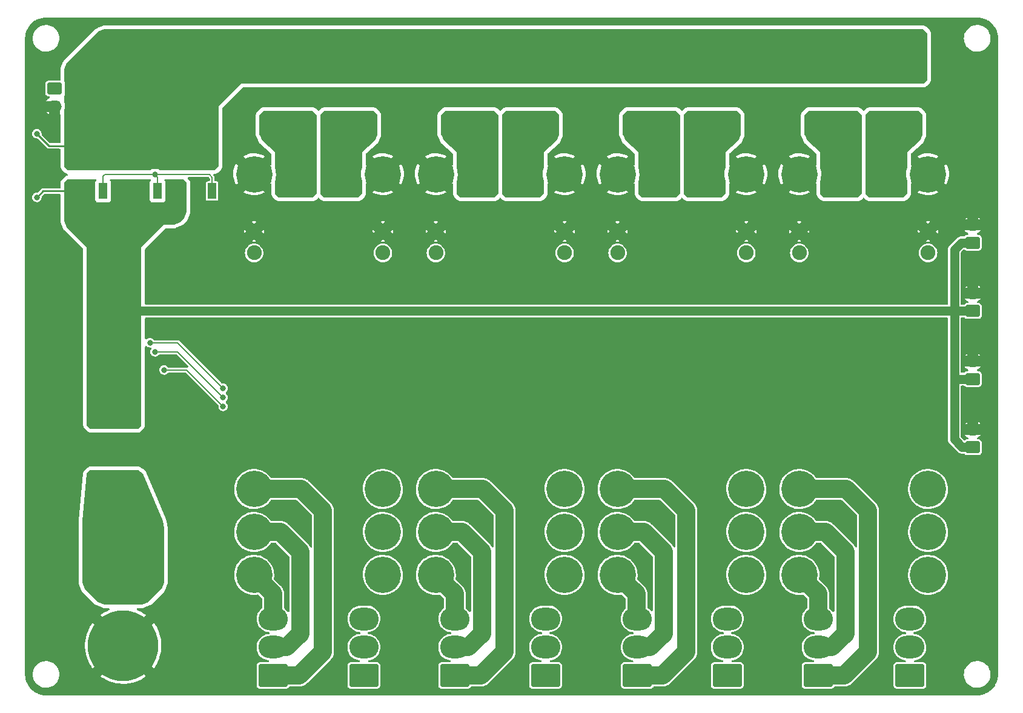
<source format=gbl>
G04 #@! TF.GenerationSoftware,KiCad,Pcbnew,6.0.6-3a73a75311~116~ubuntu22.04.1*
G04 #@! TF.CreationDate,2022-09-02T17:28:32-07:00*
G04 #@! TF.ProjectId,thrusterV3,74687275-7374-4657-9256-332e6b696361,rev?*
G04 #@! TF.SameCoordinates,Original*
G04 #@! TF.FileFunction,Copper,L4,Bot*
G04 #@! TF.FilePolarity,Positive*
%FSLAX46Y46*%
G04 Gerber Fmt 4.6, Leading zero omitted, Abs format (unit mm)*
G04 Created by KiCad (PCBNEW 6.0.6-3a73a75311~116~ubuntu22.04.1) date 2022-09-02 17:28:32*
%MOMM*%
%LPD*%
G01*
G04 APERTURE LIST*
G04 Aperture macros list*
%AMRoundRect*
0 Rectangle with rounded corners*
0 $1 Rounding radius*
0 $2 $3 $4 $5 $6 $7 $8 $9 X,Y pos of 4 corners*
0 Add a 4 corners polygon primitive as box body*
4,1,4,$2,$3,$4,$5,$6,$7,$8,$9,$2,$3,0*
0 Add four circle primitives for the rounded corners*
1,1,$1+$1,$2,$3*
1,1,$1+$1,$4,$5*
1,1,$1+$1,$6,$7*
1,1,$1+$1,$8,$9*
0 Add four rect primitives between the rounded corners*
20,1,$1+$1,$2,$3,$4,$5,0*
20,1,$1+$1,$4,$5,$6,$7,0*
20,1,$1+$1,$6,$7,$8,$9,0*
20,1,$1+$1,$8,$9,$2,$3,0*%
G04 Aperture macros list end*
G04 #@! TA.AperFunction,ComponentPad*
%ADD10RoundRect,0.250000X1.800000X-1.330000X1.800000X1.330000X-1.800000X1.330000X-1.800000X-1.330000X0*%
G04 #@! TD*
G04 #@! TA.AperFunction,ComponentPad*
%ADD11O,4.100000X3.160000*%
G04 #@! TD*
G04 #@! TA.AperFunction,ComponentPad*
%ADD12C,5.080000*%
G04 #@! TD*
G04 #@! TA.AperFunction,ComponentPad*
%ADD13C,2.070000*%
G04 #@! TD*
G04 #@! TA.AperFunction,ComponentPad*
%ADD14RoundRect,0.250000X-0.750000X0.600000X-0.750000X-0.600000X0.750000X-0.600000X0.750000X0.600000X0*%
G04 #@! TD*
G04 #@! TA.AperFunction,ComponentPad*
%ADD15O,2.000000X1.700000*%
G04 #@! TD*
G04 #@! TA.AperFunction,ComponentPad*
%ADD16C,2.780000*%
G04 #@! TD*
G04 #@! TA.AperFunction,ComponentPad*
%ADD17RoundRect,0.250000X0.750000X-0.600000X0.750000X0.600000X-0.750000X0.600000X-0.750000X-0.600000X0*%
G04 #@! TD*
G04 #@! TA.AperFunction,ComponentPad*
%ADD18C,9.900000*%
G04 #@! TD*
G04 #@! TA.AperFunction,SMDPad,CuDef*
%ADD19R,1.200000X2.200000*%
G04 #@! TD*
G04 #@! TA.AperFunction,SMDPad,CuDef*
%ADD20R,5.800000X6.400000*%
G04 #@! TD*
G04 #@! TA.AperFunction,ViaPad*
%ADD21C,0.800000*%
G04 #@! TD*
G04 #@! TA.AperFunction,Conductor*
%ADD22C,2.540000*%
G04 #@! TD*
G04 #@! TA.AperFunction,Conductor*
%ADD23C,0.200000*%
G04 #@! TD*
G04 #@! TA.AperFunction,Conductor*
%ADD24C,0.250000*%
G04 #@! TD*
G04 #@! TA.AperFunction,Conductor*
%ADD25C,1.270000*%
G04 #@! TD*
G04 #@! TA.AperFunction,Conductor*
%ADD26C,0.127000*%
G04 #@! TD*
G04 APERTURE END LIST*
D10*
X184255000Y-143025000D03*
D11*
X184255000Y-139065000D03*
X184255000Y-135105000D03*
D12*
X110600000Y-72965000D03*
X104600000Y-72965000D03*
X110600000Y-116965000D03*
X110600000Y-122965000D03*
X110600000Y-128965000D03*
D13*
X110600000Y-83965000D03*
X110600000Y-80965000D03*
D14*
X64660000Y-60980000D03*
D15*
X64660000Y-63480000D03*
D16*
X171655000Y-56000000D03*
X175055000Y-56000000D03*
X175055000Y-65920000D03*
X171655000Y-65920000D03*
D10*
X107950000Y-143025000D03*
D11*
X107950000Y-139065000D03*
X107950000Y-135105000D03*
D10*
X171450000Y-143025000D03*
D11*
X171450000Y-139065000D03*
X171450000Y-135105000D03*
D17*
X193040000Y-82550000D03*
D15*
X193040000Y-80050000D03*
D10*
X95250000Y-143025000D03*
D11*
X95250000Y-139065000D03*
X95250000Y-135105000D03*
D10*
X120650000Y-143025000D03*
D11*
X120650000Y-139065000D03*
X120650000Y-135105000D03*
D16*
X183945000Y-56000000D03*
X180545000Y-56000000D03*
X180545000Y-65920000D03*
X183945000Y-65920000D03*
D17*
X193040000Y-92075000D03*
D15*
X193040000Y-89575000D03*
D16*
X104345000Y-56000000D03*
X107745000Y-56000000D03*
X104345000Y-65920000D03*
X107745000Y-65920000D03*
X74725000Y-116720000D03*
X71325000Y-116720000D03*
X71325000Y-106800000D03*
X74725000Y-106800000D03*
D17*
X193040000Y-101600000D03*
D15*
X193040000Y-99100000D03*
D16*
X95455000Y-56000000D03*
X98855000Y-56000000D03*
X98855000Y-65920000D03*
X95455000Y-65920000D03*
X124255000Y-56000000D03*
X120855000Y-56000000D03*
X124255000Y-65920000D03*
X120855000Y-65920000D03*
X155145000Y-56000000D03*
X158545000Y-56000000D03*
X158545000Y-65920000D03*
X155145000Y-65920000D03*
X133145000Y-56000000D03*
X129745000Y-56000000D03*
X133145000Y-65920000D03*
X129745000Y-65920000D03*
D18*
X74295000Y-127850000D03*
X74295000Y-138850000D03*
D17*
X193040000Y-111125000D03*
D15*
X193040000Y-108625000D03*
D10*
X146155000Y-143025000D03*
D11*
X146155000Y-139065000D03*
X146155000Y-135105000D03*
D12*
X186805000Y-72965000D03*
X180805000Y-72965000D03*
X186805000Y-116965000D03*
X186805000Y-122965000D03*
X186805000Y-128965000D03*
D13*
X186805000Y-83965000D03*
X186805000Y-80965000D03*
D16*
X149655000Y-56000000D03*
X146255000Y-56000000D03*
X146255000Y-65920000D03*
X149655000Y-65920000D03*
D10*
X133350000Y-143025000D03*
D11*
X133350000Y-139065000D03*
X133350000Y-135105000D03*
D12*
X161400000Y-72965000D03*
X155400000Y-72965000D03*
X161400000Y-116965000D03*
X161400000Y-122965000D03*
X161400000Y-128965000D03*
D13*
X161400000Y-83965000D03*
X161400000Y-80965000D03*
D10*
X158750000Y-143025000D03*
D11*
X158750000Y-139065000D03*
X158750000Y-135105000D03*
D12*
X136000000Y-72965000D03*
X130000000Y-72965000D03*
X136000000Y-116965000D03*
X136000000Y-122965000D03*
X136000000Y-128965000D03*
D13*
X136000000Y-83965000D03*
X136000000Y-80965000D03*
D19*
X71495000Y-75320000D03*
D20*
X69215000Y-69020000D03*
D19*
X66935000Y-75320000D03*
D12*
X118000000Y-72965000D03*
X124000000Y-72965000D03*
X118000000Y-116965000D03*
X118000000Y-122965000D03*
X118000000Y-128965000D03*
D13*
X118000000Y-83965000D03*
X118000000Y-80965000D03*
D19*
X86735000Y-75320000D03*
D20*
X84455000Y-69020000D03*
D19*
X82175000Y-75320000D03*
D12*
X143400000Y-72965000D03*
X149400000Y-72965000D03*
X143400000Y-116965000D03*
X143400000Y-122965000D03*
X143400000Y-128965000D03*
D13*
X143400000Y-83965000D03*
X143400000Y-80965000D03*
D12*
X168805000Y-72965000D03*
X174805000Y-72965000D03*
X168805000Y-116965000D03*
X168805000Y-122965000D03*
X168805000Y-128965000D03*
D13*
X168805000Y-83965000D03*
X168805000Y-80965000D03*
D12*
X92600000Y-72965000D03*
X98600000Y-72965000D03*
X92600000Y-116965000D03*
X92600000Y-122965000D03*
X92600000Y-128965000D03*
D13*
X92600000Y-83965000D03*
X92600000Y-80965000D03*
D19*
X79115000Y-75320000D03*
D20*
X76835000Y-69020000D03*
D19*
X74555000Y-75320000D03*
D21*
X80010000Y-100330000D03*
X88265000Y-105410000D03*
X62230000Y-76200000D03*
X76835000Y-74930000D03*
X75565000Y-102235000D03*
X62230000Y-67310000D03*
X78740000Y-73025000D03*
X78040500Y-96520000D03*
X88265000Y-102870000D03*
X78740000Y-97790000D03*
X88265000Y-104140000D03*
D22*
X98910000Y-143025000D02*
X95250000Y-143025000D01*
X99185000Y-116965000D02*
X102235000Y-120015000D01*
X102235000Y-120015000D02*
X102235000Y-139700000D01*
X92600000Y-116965000D02*
X99185000Y-116965000D01*
X102235000Y-139700000D02*
X98910000Y-143025000D01*
X99060000Y-125730000D02*
X99060000Y-137160000D01*
X99060000Y-137160000D02*
X97155000Y-139065000D01*
X96295000Y-122965000D02*
X99060000Y-125730000D01*
X97155000Y-139065000D02*
X95250000Y-139065000D01*
X92600000Y-122965000D02*
X96295000Y-122965000D01*
X95250000Y-135105000D02*
X95250000Y-131615000D01*
X95250000Y-131615000D02*
X92600000Y-128965000D01*
X127618000Y-120017000D02*
X127618000Y-139702000D01*
X124293000Y-143027000D02*
X120633000Y-143027000D01*
X124568000Y-116967000D02*
X127618000Y-120017000D01*
X127618000Y-139702000D02*
X124293000Y-143027000D01*
X117983000Y-116967000D02*
X124568000Y-116967000D01*
X124443000Y-125732000D02*
X124443000Y-137162000D01*
X117983000Y-122967000D02*
X121678000Y-122967000D01*
X122538000Y-139067000D02*
X120633000Y-139067000D01*
X124443000Y-137162000D02*
X122538000Y-139067000D01*
X121678000Y-122967000D02*
X124443000Y-125732000D01*
X120633000Y-135107000D02*
X120633000Y-131617000D01*
X120633000Y-131617000D02*
X117983000Y-128967000D01*
X143383000Y-116967000D02*
X149968000Y-116967000D01*
X153018000Y-120017000D02*
X153018000Y-139702000D01*
X149693000Y-143027000D02*
X146033000Y-143027000D01*
X153018000Y-139702000D02*
X149693000Y-143027000D01*
X149968000Y-116967000D02*
X153018000Y-120017000D01*
X143383000Y-122967000D02*
X147078000Y-122967000D01*
X147938000Y-139067000D02*
X146033000Y-139067000D01*
X149843000Y-125732000D02*
X149843000Y-137162000D01*
X147078000Y-122967000D02*
X149843000Y-125732000D01*
X149843000Y-137162000D02*
X147938000Y-139067000D01*
X146033000Y-135107000D02*
X146033000Y-131617000D01*
X146033000Y-131617000D02*
X143383000Y-128967000D01*
X178418000Y-139702000D02*
X175093000Y-143027000D01*
X175093000Y-143027000D02*
X171433000Y-143027000D01*
X175368000Y-116967000D02*
X178418000Y-120017000D01*
X178418000Y-120017000D02*
X178418000Y-139702000D01*
X168783000Y-116967000D02*
X175368000Y-116967000D01*
X172478000Y-122967000D02*
X175243000Y-125732000D01*
X168783000Y-122967000D02*
X172478000Y-122967000D01*
X173338000Y-139067000D02*
X171433000Y-139067000D01*
X175243000Y-137162000D02*
X173338000Y-139067000D01*
X175243000Y-125732000D02*
X175243000Y-137162000D01*
X171433000Y-131617000D02*
X168783000Y-128967000D01*
X171433000Y-135107000D02*
X171433000Y-131617000D01*
D23*
X83185000Y-100330000D02*
X88265000Y-105410000D01*
X80010000Y-100330000D02*
X83185000Y-100330000D01*
D24*
X63110000Y-75320000D02*
X66935000Y-75320000D01*
D25*
X190500000Y-101600000D02*
X190471059Y-101571059D01*
D24*
X62230000Y-76200000D02*
X63110000Y-75320000D01*
D25*
X193040000Y-82550000D02*
X191452500Y-82550000D01*
X190471059Y-83531441D02*
X190471059Y-92103941D01*
X191452500Y-82550000D02*
X190471059Y-83531441D01*
X193040000Y-101600000D02*
X190500000Y-101600000D01*
X75565000Y-92075000D02*
X193040000Y-92075000D01*
X191566058Y-111125000D02*
X193040000Y-111125000D01*
X190471059Y-110030001D02*
X191566058Y-111125000D01*
X190471059Y-101571059D02*
X190471059Y-110030001D01*
X190471059Y-92103941D02*
X190471059Y-101571059D01*
X190500000Y-92075000D02*
X190471059Y-92103941D01*
D24*
X63940000Y-69020000D02*
X69215000Y-69020000D01*
X62230000Y-67310000D02*
X63940000Y-69020000D01*
D26*
X79115000Y-73400000D02*
X78740000Y-73025000D01*
X71755000Y-73025000D02*
X71495000Y-73285000D01*
X86735000Y-75320000D02*
X86735000Y-73400000D01*
X86735000Y-73400000D02*
X86360000Y-73025000D01*
X79115000Y-75320000D02*
X79115000Y-73400000D01*
X78740000Y-73025000D02*
X86360000Y-73025000D01*
X78740000Y-73025000D02*
X71755000Y-73025000D01*
X71495000Y-73285000D02*
X71495000Y-75320000D01*
D23*
X81915000Y-96520000D02*
X88265000Y-102870000D01*
X78040500Y-96520000D02*
X81915000Y-96520000D01*
X78740000Y-97790000D02*
X81915000Y-97790000D01*
X81915000Y-97790000D02*
X88265000Y-104140000D01*
G04 #@! TA.AperFunction,Conductor*
G36*
X177053931Y-64155002D02*
G01*
X177074905Y-64171905D01*
X177509095Y-64606095D01*
X177543121Y-64668407D01*
X177546000Y-64695190D01*
X177546000Y-75639810D01*
X177525998Y-75707931D01*
X177509095Y-75728905D01*
X177074905Y-76163095D01*
X177012593Y-76197121D01*
X176985810Y-76200000D01*
X172264190Y-76200000D01*
X172196069Y-76179998D01*
X172175095Y-76163095D01*
X171740905Y-75728905D01*
X171706879Y-75666593D01*
X171704000Y-75639810D01*
X171704000Y-73927862D01*
X171709898Y-73889763D01*
X171761312Y-73727686D01*
X171762378Y-73724326D01*
X171828588Y-73389938D01*
X171857113Y-73050253D01*
X171858303Y-72965000D01*
X171839275Y-72624652D01*
X171782426Y-72288545D01*
X171708881Y-72032062D01*
X171704000Y-71997332D01*
X171704000Y-69850000D01*
X169946250Y-68299044D01*
X169914767Y-68256391D01*
X169556153Y-67461713D01*
X169545000Y-67409886D01*
X169545000Y-64695190D01*
X169565002Y-64627069D01*
X169581905Y-64606095D01*
X170016095Y-64171905D01*
X170078407Y-64137879D01*
X170105190Y-64135000D01*
X176985810Y-64135000D01*
X177053931Y-64155002D01*
G37*
G04 #@! TD.AperFunction*
G04 #@! TA.AperFunction,Conductor*
G36*
X126253931Y-64155002D02*
G01*
X126274905Y-64171905D01*
X126709095Y-64606095D01*
X126743121Y-64668407D01*
X126746000Y-64695190D01*
X126746000Y-75639810D01*
X126725998Y-75707931D01*
X126709095Y-75728905D01*
X126274905Y-76163095D01*
X126212593Y-76197121D01*
X126185810Y-76200000D01*
X121464190Y-76200000D01*
X121396069Y-76179998D01*
X121375095Y-76163095D01*
X120940905Y-75728905D01*
X120906879Y-75666593D01*
X120904000Y-75639810D01*
X120904000Y-73912100D01*
X120909898Y-73874001D01*
X120956312Y-73727686D01*
X120957378Y-73724326D01*
X121023588Y-73389938D01*
X121052113Y-73050253D01*
X121053303Y-72965000D01*
X121034275Y-72624652D01*
X120977426Y-72288545D01*
X120908881Y-72049499D01*
X120904000Y-72014769D01*
X120904000Y-69850000D01*
X119146250Y-68299044D01*
X119114767Y-68256391D01*
X118756153Y-67461713D01*
X118745000Y-67409886D01*
X118745000Y-64695190D01*
X118765002Y-64627069D01*
X118781905Y-64606095D01*
X119216095Y-64171905D01*
X119278407Y-64137879D01*
X119305190Y-64135000D01*
X126185810Y-64135000D01*
X126253931Y-64155002D01*
G37*
G04 #@! TD.AperFunction*
G04 #@! TA.AperFunction,Conductor*
G36*
X160162931Y-64155002D02*
G01*
X160183905Y-64171905D01*
X160618095Y-64606095D01*
X160652121Y-64668407D01*
X160655000Y-64695190D01*
X160655000Y-67409886D01*
X160643847Y-67461713D01*
X160285233Y-68256391D01*
X160253750Y-68299044D01*
X158496000Y-69850000D01*
X158496000Y-72017480D01*
X158490622Y-72053898D01*
X158432309Y-72247040D01*
X158370773Y-72582320D01*
X158346995Y-72922369D01*
X158361269Y-73262950D01*
X158413419Y-73599817D01*
X158414341Y-73603209D01*
X158414341Y-73603211D01*
X158491592Y-73887542D01*
X158496000Y-73920578D01*
X158496000Y-75639810D01*
X158475998Y-75707931D01*
X158459095Y-75728905D01*
X158024905Y-76163095D01*
X157962593Y-76197121D01*
X157935810Y-76200000D01*
X153214190Y-76200000D01*
X153146069Y-76179998D01*
X153125095Y-76163095D01*
X152690905Y-75728905D01*
X152656879Y-75666593D01*
X152654000Y-75639810D01*
X152654000Y-64695190D01*
X152674002Y-64627069D01*
X152690905Y-64606095D01*
X153125095Y-64171905D01*
X153187407Y-64137879D01*
X153214190Y-64135000D01*
X160094810Y-64135000D01*
X160162931Y-64155002D01*
G37*
G04 #@! TD.AperFunction*
G04 #@! TA.AperFunction,Conductor*
G36*
X151653931Y-64155002D02*
G01*
X151674905Y-64171905D01*
X152109095Y-64606095D01*
X152143121Y-64668407D01*
X152146000Y-64695190D01*
X152146000Y-75639810D01*
X152125998Y-75707931D01*
X152109095Y-75728905D01*
X151674905Y-76163095D01*
X151612593Y-76197121D01*
X151585810Y-76200000D01*
X146864190Y-76200000D01*
X146796069Y-76179998D01*
X146775095Y-76163095D01*
X146340905Y-75728905D01*
X146306879Y-75666593D01*
X146304000Y-75639810D01*
X146304000Y-73912100D01*
X146309898Y-73874001D01*
X146356312Y-73727686D01*
X146357378Y-73724326D01*
X146423588Y-73389938D01*
X146452113Y-73050253D01*
X146453303Y-72965000D01*
X146434275Y-72624652D01*
X146377426Y-72288545D01*
X146308881Y-72049499D01*
X146304000Y-72014769D01*
X146304000Y-69850000D01*
X144546250Y-68299044D01*
X144514767Y-68256391D01*
X144156153Y-67461713D01*
X144145000Y-67409886D01*
X144145000Y-64695190D01*
X144165002Y-64627069D01*
X144181905Y-64606095D01*
X144616095Y-64171905D01*
X144678407Y-64137879D01*
X144705190Y-64135000D01*
X151585810Y-64135000D01*
X151653931Y-64155002D01*
G37*
G04 #@! TD.AperFunction*
G04 #@! TA.AperFunction,Conductor*
G36*
X193656110Y-51056577D02*
G01*
X193660375Y-51056577D01*
X193675000Y-51059486D01*
X193689626Y-51056577D01*
X193704534Y-51056577D01*
X193704534Y-51057321D01*
X193713727Y-51056675D01*
X193993508Y-51072387D01*
X194010369Y-51074286D01*
X194279630Y-51120036D01*
X194316491Y-51126299D01*
X194333043Y-51130077D01*
X194631415Y-51216037D01*
X194647429Y-51221640D01*
X194934316Y-51340472D01*
X194949590Y-51347828D01*
X195181923Y-51476234D01*
X195221358Y-51498029D01*
X195235734Y-51507062D01*
X195488969Y-51686742D01*
X195502243Y-51697328D01*
X195733765Y-51904230D01*
X195745770Y-51916235D01*
X195952672Y-52147757D01*
X195963258Y-52161031D01*
X196142938Y-52414266D01*
X196151971Y-52428642D01*
X196236707Y-52581959D01*
X196302170Y-52700406D01*
X196309528Y-52715684D01*
X196428360Y-53002571D01*
X196433963Y-53018585D01*
X196519923Y-53316957D01*
X196523701Y-53333509D01*
X196575513Y-53638445D01*
X196575713Y-53639625D01*
X196577613Y-53656492D01*
X196578086Y-53664900D01*
X196593325Y-53936273D01*
X196592679Y-53945466D01*
X196593423Y-53945466D01*
X196593423Y-53960374D01*
X196590514Y-53975000D01*
X196593423Y-53989625D01*
X196593423Y-53993890D01*
X196595500Y-54014978D01*
X196595500Y-142835022D01*
X196593423Y-142856110D01*
X196593423Y-142860375D01*
X196590514Y-142875000D01*
X196593423Y-142889626D01*
X196593423Y-142904534D01*
X196592679Y-142904534D01*
X196593325Y-142913727D01*
X196577787Y-143190429D01*
X196577614Y-143193503D01*
X196575714Y-143210369D01*
X196536496Y-143441186D01*
X196523701Y-143516491D01*
X196519923Y-143533043D01*
X196433963Y-143831415D01*
X196428360Y-143847429D01*
X196309528Y-144134316D01*
X196302172Y-144149590D01*
X196221218Y-144296065D01*
X196151971Y-144421358D01*
X196142938Y-144435734D01*
X195963258Y-144688969D01*
X195952672Y-144702243D01*
X195745770Y-144933765D01*
X195733765Y-144945770D01*
X195502243Y-145152672D01*
X195488969Y-145163258D01*
X195235734Y-145342938D01*
X195221357Y-145351971D01*
X194949590Y-145502172D01*
X194934316Y-145509528D01*
X194647429Y-145628360D01*
X194631415Y-145633963D01*
X194333043Y-145719923D01*
X194316491Y-145723701D01*
X194010369Y-145775714D01*
X193993508Y-145777613D01*
X193713727Y-145793325D01*
X193704534Y-145792679D01*
X193704534Y-145793423D01*
X193689626Y-145793423D01*
X193675000Y-145790514D01*
X193660375Y-145793423D01*
X193656110Y-145793423D01*
X193635022Y-145795500D01*
X63539978Y-145795500D01*
X63518890Y-145793423D01*
X63514625Y-145793423D01*
X63500000Y-145790514D01*
X63485374Y-145793423D01*
X63470466Y-145793423D01*
X63470466Y-145792679D01*
X63461273Y-145793325D01*
X63181492Y-145777613D01*
X63164631Y-145775714D01*
X62858509Y-145723701D01*
X62841957Y-145719923D01*
X62543585Y-145633963D01*
X62527571Y-145628360D01*
X62240684Y-145509528D01*
X62225410Y-145502172D01*
X61953643Y-145351971D01*
X61939266Y-145342938D01*
X61686031Y-145163258D01*
X61672757Y-145152672D01*
X61441235Y-144945770D01*
X61429230Y-144933765D01*
X61222328Y-144702243D01*
X61211742Y-144688969D01*
X61032062Y-144435734D01*
X61023029Y-144421358D01*
X60953782Y-144296065D01*
X60872828Y-144149590D01*
X60865472Y-144134316D01*
X60746640Y-143847429D01*
X60741037Y-143831415D01*
X60655077Y-143533043D01*
X60651299Y-143516491D01*
X60638504Y-143441186D01*
X60599286Y-143210369D01*
X60597386Y-143193503D01*
X60597214Y-143190429D01*
X60581869Y-142917186D01*
X61641018Y-142917186D01*
X61641538Y-142922635D01*
X61641538Y-142922641D01*
X61666058Y-143179643D01*
X61666579Y-143185100D01*
X61667883Y-143190429D01*
X61712029Y-143370839D01*
X61730547Y-143446518D01*
X61831583Y-143695963D01*
X61967569Y-143928210D01*
X62135658Y-144138395D01*
X62139669Y-144142142D01*
X62139670Y-144142143D01*
X62269840Y-144263741D01*
X62332327Y-144322113D01*
X62553457Y-144475516D01*
X62558362Y-144477956D01*
X62558365Y-144477958D01*
X62789500Y-144592946D01*
X62789508Y-144592949D01*
X62794416Y-144595391D01*
X63050156Y-144679227D01*
X63055557Y-144680165D01*
X63055562Y-144680166D01*
X63310755Y-144724475D01*
X63310762Y-144724476D01*
X63315319Y-144725267D01*
X63400348Y-144729500D01*
X63568374Y-144729500D01*
X63571115Y-144729301D01*
X63571118Y-144729301D01*
X63608553Y-144726585D01*
X63768425Y-144714985D01*
X63773780Y-144713803D01*
X63773785Y-144713802D01*
X64025874Y-144658145D01*
X64025879Y-144658144D01*
X64031226Y-144656963D01*
X64282900Y-144561613D01*
X64295953Y-144554363D01*
X64513385Y-144433590D01*
X64513386Y-144433590D01*
X64518172Y-144430931D01*
X64732116Y-144267654D01*
X64920249Y-144075203D01*
X65078630Y-143857610D01*
X65203941Y-143619433D01*
X65255857Y-143472420D01*
X65291729Y-143370839D01*
X65291730Y-143370837D01*
X65293557Y-143365662D01*
X65341999Y-143119887D01*
X71108702Y-143119887D01*
X71113349Y-143127937D01*
X71247253Y-143229575D01*
X71252467Y-143233199D01*
X71624407Y-143469238D01*
X71629917Y-143472420D01*
X72020307Y-143676511D01*
X72026051Y-143679214D01*
X72432171Y-143849932D01*
X72438094Y-143852134D01*
X72857072Y-143988269D01*
X72863189Y-143989977D01*
X73292088Y-144090573D01*
X73298298Y-144091758D01*
X73734123Y-144156115D01*
X73740421Y-144156777D01*
X74180079Y-144184438D01*
X74186431Y-144184571D01*
X74626883Y-144175345D01*
X74633174Y-144174949D01*
X75071315Y-144128899D01*
X75077596Y-144127971D01*
X75510310Y-144045426D01*
X75516499Y-144043975D01*
X75940803Y-143925507D01*
X75946819Y-143923553D01*
X76359754Y-143769984D01*
X76365566Y-143767541D01*
X76764194Y-143579960D01*
X76769805Y-143577026D01*
X77151313Y-143356763D01*
X77156680Y-143353357D01*
X77473078Y-143133455D01*
X77483584Y-143121022D01*
X77480880Y-143113511D01*
X74309096Y-139941727D01*
X74295000Y-139933589D01*
X74280904Y-139941727D01*
X71116840Y-143105791D01*
X71108702Y-143119887D01*
X65341999Y-143119887D01*
X65345601Y-143101611D01*
X65358982Y-142832814D01*
X65341387Y-142648389D01*
X65333942Y-142570357D01*
X65333941Y-142570352D01*
X65333421Y-142564900D01*
X65289238Y-142384338D01*
X65270758Y-142308814D01*
X65270757Y-142308810D01*
X65269453Y-142303482D01*
X65168417Y-142054037D01*
X65032431Y-141821790D01*
X64864342Y-141611605D01*
X64836453Y-141585552D01*
X64671683Y-141431633D01*
X64671684Y-141431633D01*
X64667673Y-141427887D01*
X64446543Y-141274484D01*
X64441638Y-141272044D01*
X64441635Y-141272042D01*
X64210500Y-141157054D01*
X64210492Y-141157051D01*
X64205584Y-141154609D01*
X63949844Y-141070773D01*
X63944443Y-141069835D01*
X63944438Y-141069834D01*
X63689245Y-141025525D01*
X63689238Y-141025524D01*
X63684681Y-141024733D01*
X63599652Y-141020500D01*
X63431626Y-141020500D01*
X63428885Y-141020699D01*
X63428882Y-141020699D01*
X63395709Y-141023106D01*
X63231575Y-141035015D01*
X63226220Y-141036197D01*
X63226215Y-141036198D01*
X62974126Y-141091855D01*
X62974121Y-141091856D01*
X62968774Y-141093037D01*
X62717100Y-141188387D01*
X62712311Y-141191047D01*
X62712309Y-141191048D01*
X62562096Y-141274484D01*
X62481828Y-141319069D01*
X62267884Y-141482346D01*
X62079751Y-141674797D01*
X61921370Y-141892390D01*
X61796059Y-142130567D01*
X61706443Y-142384338D01*
X61654399Y-142648389D01*
X61641018Y-142917186D01*
X60581869Y-142917186D01*
X60581675Y-142913727D01*
X60582321Y-142904534D01*
X60581577Y-142904534D01*
X60581577Y-142889626D01*
X60584486Y-142875000D01*
X60581577Y-142860375D01*
X60581577Y-142856110D01*
X60579500Y-142835022D01*
X60579500Y-139070273D01*
X68963872Y-139070273D01*
X68964137Y-139076596D01*
X69001002Y-139515606D01*
X69001792Y-139521866D01*
X69075264Y-139956252D01*
X69076582Y-139962454D01*
X69186139Y-140389151D01*
X69187966Y-140395202D01*
X69332851Y-140811256D01*
X69335177Y-140817130D01*
X69514363Y-141219589D01*
X69517182Y-141225267D01*
X69729416Y-141611319D01*
X69732695Y-141616734D01*
X69976484Y-141983664D01*
X69980212Y-141988796D01*
X70011322Y-142028047D01*
X70024386Y-142037750D01*
X70033612Y-142033757D01*
X73203273Y-138864096D01*
X73211411Y-138850000D01*
X75378589Y-138850000D01*
X75386727Y-138864096D01*
X78551045Y-142028414D01*
X78565141Y-142036552D01*
X78572597Y-142032247D01*
X78737450Y-141805348D01*
X78740947Y-141800084D01*
X78969162Y-141423256D01*
X78972210Y-141417713D01*
X79168095Y-141023106D01*
X79170671Y-141017319D01*
X79332842Y-140607721D01*
X79334929Y-140601728D01*
X79462259Y-140179991D01*
X79463830Y-140173874D01*
X79555430Y-139742935D01*
X79556483Y-139736705D01*
X79611697Y-139299640D01*
X79612228Y-139293316D01*
X79630675Y-138853173D01*
X79630675Y-138846827D01*
X79612228Y-138406684D01*
X79611697Y-138400360D01*
X79556483Y-137963295D01*
X79555430Y-137957065D01*
X79463830Y-137526126D01*
X79462259Y-137520009D01*
X79334929Y-137098272D01*
X79332842Y-137092279D01*
X79170671Y-136682681D01*
X79168095Y-136676894D01*
X78972210Y-136282287D01*
X78969162Y-136276744D01*
X78740947Y-135899916D01*
X78737450Y-135894652D01*
X78576857Y-135673615D01*
X78564209Y-135663374D01*
X78556172Y-135666459D01*
X75386727Y-138835904D01*
X75378589Y-138850000D01*
X73211411Y-138850000D01*
X73203273Y-138835904D01*
X70037798Y-135670429D01*
X70023702Y-135662291D01*
X70014996Y-135667317D01*
X69980212Y-135711204D01*
X69976484Y-135716336D01*
X69732695Y-136083266D01*
X69729416Y-136088681D01*
X69517182Y-136474733D01*
X69514363Y-136480411D01*
X69335177Y-136882870D01*
X69332851Y-136888744D01*
X69187966Y-137304798D01*
X69186139Y-137310849D01*
X69076582Y-137737546D01*
X69075264Y-137743748D01*
X69001792Y-138178134D01*
X69001002Y-138184394D01*
X68964137Y-138623404D01*
X68963872Y-138629727D01*
X68963872Y-139070273D01*
X60579500Y-139070273D01*
X60579500Y-130022937D01*
X68066500Y-130022937D01*
X68076366Y-130123114D01*
X68085957Y-130171332D01*
X68115179Y-130267663D01*
X68116595Y-130271081D01*
X68116598Y-130271090D01*
X68442107Y-131056936D01*
X68455208Y-131088565D01*
X68502665Y-131177349D01*
X68529979Y-131218226D01*
X68593835Y-131296033D01*
X70379967Y-133082165D01*
X70457774Y-133146021D01*
X70498651Y-133173335D01*
X70587435Y-133220792D01*
X70590867Y-133222214D01*
X70590870Y-133222215D01*
X71404910Y-133559402D01*
X71404919Y-133559405D01*
X71408337Y-133560821D01*
X71411874Y-133561894D01*
X71411877Y-133561895D01*
X71424915Y-133565850D01*
X71504668Y-133590043D01*
X71508304Y-133590766D01*
X71508311Y-133590768D01*
X71549250Y-133598911D01*
X71549255Y-133598912D01*
X71552886Y-133599634D01*
X71633275Y-133607551D01*
X71649356Y-133609135D01*
X71649358Y-133609135D01*
X71653063Y-133609500D01*
X72253601Y-133609500D01*
X72329301Y-133629784D01*
X72384717Y-133685200D01*
X72405001Y-133760900D01*
X72384717Y-133836600D01*
X72329301Y-133892016D01*
X72312271Y-133900470D01*
X72026051Y-134020786D01*
X72020307Y-134023489D01*
X71629917Y-134227580D01*
X71624407Y-134230762D01*
X71252467Y-134466801D01*
X71247253Y-134470425D01*
X71118619Y-134568063D01*
X71108646Y-134580921D01*
X71112157Y-134589526D01*
X74280904Y-137758273D01*
X74295000Y-137766411D01*
X74309096Y-137758273D01*
X77475351Y-134592018D01*
X77483489Y-134577922D01*
X77479496Y-134571006D01*
X77156680Y-134346643D01*
X77151313Y-134343237D01*
X76769805Y-134122974D01*
X76764194Y-134120040D01*
X76365566Y-133932459D01*
X76359733Y-133930007D01*
X76286586Y-133902804D01*
X76222704Y-133857406D01*
X76190080Y-133786149D01*
X76197456Y-133708126D01*
X76242854Y-133644244D01*
X76314111Y-133611620D01*
X76339360Y-133609500D01*
X76936937Y-133609500D01*
X76940642Y-133609135D01*
X76940644Y-133609135D01*
X76956725Y-133607551D01*
X77037114Y-133599634D01*
X77040745Y-133598912D01*
X77040750Y-133598911D01*
X77081689Y-133590768D01*
X77081696Y-133590766D01*
X77085332Y-133590043D01*
X77165085Y-133565850D01*
X77178123Y-133561895D01*
X77178126Y-133561894D01*
X77181663Y-133560821D01*
X77185081Y-133559405D01*
X77185090Y-133559402D01*
X77999130Y-133222215D01*
X77999133Y-133222214D01*
X78002565Y-133220792D01*
X78091349Y-133173335D01*
X78132226Y-133146021D01*
X78210033Y-133082165D01*
X79996165Y-131296033D01*
X80060021Y-131218226D01*
X80087335Y-131177349D01*
X80134792Y-131088565D01*
X80147893Y-131056936D01*
X80473402Y-130271090D01*
X80473405Y-130271081D01*
X80474821Y-130267663D01*
X80504043Y-130171332D01*
X80513634Y-130123114D01*
X80523500Y-130022937D01*
X80523500Y-128877074D01*
X89802145Y-128877074D01*
X89810581Y-129199234D01*
X89855990Y-129518290D01*
X89857097Y-129522508D01*
X89857098Y-129522515D01*
X89882489Y-129619299D01*
X89937768Y-129830011D01*
X89939350Y-129834068D01*
X90052045Y-130123114D01*
X90054834Y-130130268D01*
X90205634Y-130415080D01*
X90388170Y-130680671D01*
X90600022Y-130923523D01*
X90838384Y-131140415D01*
X90841921Y-131142957D01*
X90841924Y-131142959D01*
X91040945Y-131285970D01*
X91100094Y-131328473D01*
X91103906Y-131330595D01*
X91103908Y-131330596D01*
X91377872Y-131483083D01*
X91377876Y-131483085D01*
X91381685Y-131485205D01*
X91385712Y-131486873D01*
X91675409Y-131606869D01*
X91675416Y-131606871D01*
X91679425Y-131608532D01*
X91683601Y-131609722D01*
X91683608Y-131609724D01*
X91862681Y-131660734D01*
X91989366Y-131696821D01*
X91993661Y-131697524D01*
X91993664Y-131697525D01*
X92134301Y-131720555D01*
X92307400Y-131748901D01*
X92311759Y-131749107D01*
X92311763Y-131749107D01*
X92462483Y-131756215D01*
X92629313Y-131764083D01*
X92633668Y-131763786D01*
X92633675Y-131763786D01*
X92916843Y-131744481D01*
X92950837Y-131742163D01*
X93100600Y-131714406D01*
X93178728Y-131720555D01*
X93235246Y-131756215D01*
X93681156Y-132202125D01*
X93720341Y-132269996D01*
X93725500Y-132309181D01*
X93725500Y-133527046D01*
X93705216Y-133602746D01*
X93665952Y-133647400D01*
X93561172Y-133727366D01*
X93557341Y-133731285D01*
X93391952Y-133900470D01*
X93375068Y-133917741D01*
X93371845Y-133922169D01*
X93247419Y-134093114D01*
X93218396Y-134132987D01*
X93094436Y-134368595D01*
X93092609Y-134373769D01*
X93019456Y-134580921D01*
X93005786Y-134619630D01*
X92954304Y-134880833D01*
X92941066Y-135146731D01*
X92966352Y-135411756D01*
X92967654Y-135417076D01*
X92967655Y-135417083D01*
X92979907Y-135467151D01*
X93029631Y-135670354D01*
X93129577Y-135917109D01*
X93264097Y-136146852D01*
X93267521Y-136151133D01*
X93267522Y-136151135D01*
X93386268Y-136299619D01*
X93430372Y-136354769D01*
X93624920Y-136536506D01*
X93843666Y-136688255D01*
X93848571Y-136690695D01*
X93848574Y-136690697D01*
X94077110Y-136804392D01*
X94077118Y-136804395D01*
X94082026Y-136806837D01*
X94335007Y-136889769D01*
X94340408Y-136890707D01*
X94340413Y-136890708D01*
X94592747Y-136934520D01*
X94592754Y-136934521D01*
X94597311Y-136935312D01*
X94606069Y-136935748D01*
X94680667Y-136959770D01*
X94733260Y-137017873D01*
X94749755Y-137094488D01*
X94725733Y-137169086D01*
X94667630Y-137221679D01*
X94609498Y-137237964D01*
X94596321Y-137238920D01*
X94514470Y-137244859D01*
X94509115Y-137246041D01*
X94509110Y-137246042D01*
X94259859Y-137301072D01*
X94259853Y-137301074D01*
X94254503Y-137302255D01*
X94005544Y-137396577D01*
X93905472Y-137452162D01*
X93777600Y-137523188D01*
X93777597Y-137523190D01*
X93772808Y-137525850D01*
X93561172Y-137687366D01*
X93557341Y-137691285D01*
X93407242Y-137844829D01*
X93375068Y-137877741D01*
X93371845Y-137882169D01*
X93241457Y-138061305D01*
X93218396Y-138092987D01*
X93094436Y-138328595D01*
X93005786Y-138579630D01*
X92954304Y-138840833D01*
X92954032Y-138846306D01*
X92954031Y-138846310D01*
X92953146Y-138864096D01*
X92941066Y-139106731D01*
X92966352Y-139371756D01*
X92967654Y-139377076D01*
X92967655Y-139377083D01*
X93001552Y-139515606D01*
X93029631Y-139630354D01*
X93129577Y-139877109D01*
X93264097Y-140106852D01*
X93267521Y-140111133D01*
X93267522Y-140111135D01*
X93423818Y-140306573D01*
X93430372Y-140314769D01*
X93434383Y-140318516D01*
X93434384Y-140318517D01*
X93563055Y-140438715D01*
X93624920Y-140496506D01*
X93843666Y-140648255D01*
X93848571Y-140650695D01*
X93848574Y-140650697D01*
X94077110Y-140764392D01*
X94077118Y-140764395D01*
X94082026Y-140766837D01*
X94335007Y-140849769D01*
X94340408Y-140850707D01*
X94340413Y-140850708D01*
X94566325Y-140889932D01*
X94637439Y-140922866D01*
X94682558Y-140986946D01*
X94689593Y-141065000D01*
X94656659Y-141136114D01*
X94592579Y-141181233D01*
X94540425Y-141190500D01*
X93402244Y-141190500D01*
X93340552Y-141197202D01*
X93205236Y-141247929D01*
X93089596Y-141334596D01*
X93002929Y-141450236D01*
X92952202Y-141585552D01*
X92945500Y-141647244D01*
X92945500Y-144402756D01*
X92952202Y-144464448D01*
X93002929Y-144599764D01*
X93089596Y-144715404D01*
X93205236Y-144802071D01*
X93340552Y-144852798D01*
X93402244Y-144859500D01*
X97097756Y-144859500D01*
X97159448Y-144852798D01*
X97294764Y-144802071D01*
X97410404Y-144715404D01*
X97489323Y-144610102D01*
X97550953Y-144561691D01*
X97610475Y-144549500D01*
X98885422Y-144549500D01*
X98889650Y-144549559D01*
X98990046Y-144552363D01*
X99068120Y-144541946D01*
X99076002Y-144541104D01*
X99089500Y-144540018D01*
X99154532Y-144534785D01*
X99185508Y-144527177D01*
X99201594Y-144524137D01*
X99233213Y-144519918D01*
X99239036Y-144518160D01*
X99308616Y-144497153D01*
X99316261Y-144495061D01*
X99336533Y-144490082D01*
X99392773Y-144476268D01*
X99398369Y-144473893D01*
X99398371Y-144473892D01*
X99422134Y-144463805D01*
X99437532Y-144458231D01*
X99438379Y-144457975D01*
X99468064Y-144449013D01*
X99538879Y-144414474D01*
X99546072Y-144411196D01*
X99612996Y-144382789D01*
X99612999Y-144382788D01*
X99618593Y-144380413D01*
X99645596Y-144363408D01*
X99659892Y-144355452D01*
X99688559Y-144341470D01*
X99721310Y-144318367D01*
X99752925Y-144296065D01*
X99759509Y-144291674D01*
X99826183Y-144249687D01*
X99850111Y-144228592D01*
X99862958Y-144218446D01*
X99885133Y-144202803D01*
X99885139Y-144202798D01*
X99889022Y-144200059D01*
X99910753Y-144180216D01*
X99950376Y-144140593D01*
X99957309Y-144134083D01*
X99973716Y-144119618D01*
X100010201Y-144087452D01*
X100036244Y-144055747D01*
X100046179Y-144044790D01*
X103295622Y-140795347D01*
X103298653Y-140792400D01*
X103325685Y-140766837D01*
X103371610Y-140723408D01*
X103387673Y-140702398D01*
X103419451Y-140660835D01*
X103424428Y-140654667D01*
X103471547Y-140599302D01*
X103471553Y-140599294D01*
X103475489Y-140594669D01*
X103492023Y-140567369D01*
X103501222Y-140553884D01*
X103520613Y-140528521D01*
X103557840Y-140459092D01*
X103561768Y-140452205D01*
X103599426Y-140390025D01*
X103602573Y-140384829D01*
X103605346Y-140377966D01*
X103614520Y-140355261D01*
X103621466Y-140340433D01*
X103633666Y-140317681D01*
X103633673Y-140317664D01*
X103636540Y-140312318D01*
X103638515Y-140306582D01*
X103638519Y-140306573D01*
X103662189Y-140237828D01*
X103664966Y-140230402D01*
X103668274Y-140222216D01*
X103687721Y-140174083D01*
X103692195Y-140163010D01*
X103692196Y-140163006D01*
X103694473Y-140157371D01*
X103701087Y-140128263D01*
X103701541Y-140126263D01*
X103706026Y-140110516D01*
X103714432Y-140086104D01*
X103714433Y-140086099D01*
X103716409Y-140080361D01*
X103729815Y-140002749D01*
X103731368Y-139994980D01*
X103747475Y-139924085D01*
X103747476Y-139924079D01*
X103748824Y-139918145D01*
X103750827Y-139886308D01*
X103752737Y-139870046D01*
X103757355Y-139843311D01*
X103757356Y-139843304D01*
X103758165Y-139838619D01*
X103759500Y-139809222D01*
X103759500Y-139753198D01*
X103759799Y-139743692D01*
X103763845Y-139679381D01*
X103763845Y-139679379D01*
X103764227Y-139673307D01*
X103760223Y-139632471D01*
X103759500Y-139617697D01*
X103759500Y-139106731D01*
X105641066Y-139106731D01*
X105666352Y-139371756D01*
X105667654Y-139377076D01*
X105667655Y-139377083D01*
X105701552Y-139515606D01*
X105729631Y-139630354D01*
X105829577Y-139877109D01*
X105964097Y-140106852D01*
X105967521Y-140111133D01*
X105967522Y-140111135D01*
X106123818Y-140306573D01*
X106130372Y-140314769D01*
X106134383Y-140318516D01*
X106134384Y-140318517D01*
X106263055Y-140438715D01*
X106324920Y-140496506D01*
X106543666Y-140648255D01*
X106548571Y-140650695D01*
X106548574Y-140650697D01*
X106777110Y-140764392D01*
X106777118Y-140764395D01*
X106782026Y-140766837D01*
X107035007Y-140849769D01*
X107040408Y-140850707D01*
X107040413Y-140850708D01*
X107266325Y-140889932D01*
X107337439Y-140922866D01*
X107382558Y-140986946D01*
X107389593Y-141065000D01*
X107356659Y-141136114D01*
X107292579Y-141181233D01*
X107240425Y-141190500D01*
X106102244Y-141190500D01*
X106040552Y-141197202D01*
X105905236Y-141247929D01*
X105789596Y-141334596D01*
X105702929Y-141450236D01*
X105652202Y-141585552D01*
X105645500Y-141647244D01*
X105645500Y-144402756D01*
X105652202Y-144464448D01*
X105702929Y-144599764D01*
X105789596Y-144715404D01*
X105905236Y-144802071D01*
X106040552Y-144852798D01*
X106102244Y-144859500D01*
X109797756Y-144859500D01*
X109859448Y-144852798D01*
X109994764Y-144802071D01*
X110110404Y-144715404D01*
X110197071Y-144599764D01*
X110247798Y-144464448D01*
X110254500Y-144402756D01*
X110254500Y-141647244D01*
X110247798Y-141585552D01*
X110197071Y-141450236D01*
X110110404Y-141334596D01*
X109994764Y-141247929D01*
X109859448Y-141197202D01*
X109797756Y-141190500D01*
X108655746Y-141190500D01*
X108580046Y-141170216D01*
X108524630Y-141114800D01*
X108504346Y-141039100D01*
X108524630Y-140963400D01*
X108580046Y-140907984D01*
X108644790Y-140888097D01*
X108647597Y-140887893D01*
X108685530Y-140885141D01*
X108690885Y-140883959D01*
X108690890Y-140883958D01*
X108940141Y-140828928D01*
X108940147Y-140828926D01*
X108945497Y-140827745D01*
X109194456Y-140733423D01*
X109347788Y-140648255D01*
X109422400Y-140606812D01*
X109422403Y-140606810D01*
X109427192Y-140604150D01*
X109638828Y-140442634D01*
X109745350Y-140333667D01*
X109821106Y-140256173D01*
X109821107Y-140256172D01*
X109824932Y-140252259D01*
X109878086Y-140179233D01*
X109978379Y-140041444D01*
X109978380Y-140041442D01*
X109981604Y-140037013D01*
X110002667Y-139996980D01*
X110039966Y-139926085D01*
X110105564Y-139801405D01*
X110194214Y-139550370D01*
X110245696Y-139289167D01*
X110258934Y-139023269D01*
X110257270Y-139005819D01*
X110241528Y-138840833D01*
X110233648Y-138758244D01*
X110232346Y-138752924D01*
X110232345Y-138752917D01*
X110171672Y-138504971D01*
X110170369Y-138499646D01*
X110070423Y-138252891D01*
X109935903Y-138023148D01*
X109932478Y-138018865D01*
X109773055Y-137819516D01*
X109773053Y-137819514D01*
X109769628Y-137815231D01*
X109721298Y-137770083D01*
X109579090Y-137637240D01*
X109575080Y-137633494D01*
X109356334Y-137481745D01*
X109351429Y-137479305D01*
X109351426Y-137479303D01*
X109122890Y-137365608D01*
X109122882Y-137365605D01*
X109117974Y-137363163D01*
X108864993Y-137280231D01*
X108859592Y-137279293D01*
X108859587Y-137279292D01*
X108607253Y-137235480D01*
X108607246Y-137235479D01*
X108602689Y-137234688D01*
X108593931Y-137234252D01*
X108519333Y-137210230D01*
X108466740Y-137152127D01*
X108450245Y-137075512D01*
X108474267Y-137000914D01*
X108532370Y-136948321D01*
X108590502Y-136932036D01*
X108603679Y-136931080D01*
X108685530Y-136925141D01*
X108690885Y-136923959D01*
X108690890Y-136923958D01*
X108940141Y-136868928D01*
X108940147Y-136868926D01*
X108945497Y-136867745D01*
X109194456Y-136773423D01*
X109347788Y-136688255D01*
X109422400Y-136646812D01*
X109422403Y-136646810D01*
X109427192Y-136644150D01*
X109638828Y-136482634D01*
X109757657Y-136361078D01*
X109821106Y-136296173D01*
X109821107Y-136296172D01*
X109824932Y-136292259D01*
X109981604Y-136077013D01*
X110105564Y-135841405D01*
X110194214Y-135590370D01*
X110245696Y-135329167D01*
X110258934Y-135063269D01*
X110233648Y-134798244D01*
X110232346Y-134792924D01*
X110232345Y-134792917D01*
X110171672Y-134544971D01*
X110170369Y-134539646D01*
X110070423Y-134292891D01*
X109935903Y-134063148D01*
X109904187Y-134023489D01*
X109773055Y-133859516D01*
X109773053Y-133859514D01*
X109769628Y-133855231D01*
X109575080Y-133673494D01*
X109356334Y-133521745D01*
X109351429Y-133519305D01*
X109351426Y-133519303D01*
X109122890Y-133405608D01*
X109122882Y-133405605D01*
X109117974Y-133403163D01*
X108864993Y-133320231D01*
X108859592Y-133319293D01*
X108859587Y-133319292D01*
X108607253Y-133275480D01*
X108607246Y-133275479D01*
X108602689Y-133274688D01*
X108518566Y-133270500D01*
X107412370Y-133270500D01*
X107409629Y-133270699D01*
X107409626Y-133270699D01*
X107372457Y-133273396D01*
X107214470Y-133284859D01*
X107209115Y-133286041D01*
X107209110Y-133286042D01*
X106959859Y-133341072D01*
X106959853Y-133341074D01*
X106954503Y-133342255D01*
X106705544Y-133436577D01*
X106583376Y-133504435D01*
X106477600Y-133563188D01*
X106477597Y-133563190D01*
X106472808Y-133565850D01*
X106261172Y-133727366D01*
X106257341Y-133731285D01*
X106091952Y-133900470D01*
X106075068Y-133917741D01*
X106071845Y-133922169D01*
X105947419Y-134093114D01*
X105918396Y-134132987D01*
X105794436Y-134368595D01*
X105792609Y-134373769D01*
X105719456Y-134580921D01*
X105705786Y-134619630D01*
X105654304Y-134880833D01*
X105641066Y-135146731D01*
X105666352Y-135411756D01*
X105667654Y-135417076D01*
X105667655Y-135417083D01*
X105679907Y-135467151D01*
X105729631Y-135670354D01*
X105829577Y-135917109D01*
X105964097Y-136146852D01*
X105967521Y-136151133D01*
X105967522Y-136151135D01*
X106086268Y-136299619D01*
X106130372Y-136354769D01*
X106324920Y-136536506D01*
X106543666Y-136688255D01*
X106548571Y-136690695D01*
X106548574Y-136690697D01*
X106777110Y-136804392D01*
X106777118Y-136804395D01*
X106782026Y-136806837D01*
X107035007Y-136889769D01*
X107040408Y-136890707D01*
X107040413Y-136890708D01*
X107292747Y-136934520D01*
X107292754Y-136934521D01*
X107297311Y-136935312D01*
X107306069Y-136935748D01*
X107380667Y-136959770D01*
X107433260Y-137017873D01*
X107449755Y-137094488D01*
X107425733Y-137169086D01*
X107367630Y-137221679D01*
X107309498Y-137237964D01*
X107296321Y-137238920D01*
X107214470Y-137244859D01*
X107209115Y-137246041D01*
X107209110Y-137246042D01*
X106959859Y-137301072D01*
X106959853Y-137301074D01*
X106954503Y-137302255D01*
X106705544Y-137396577D01*
X106605472Y-137452162D01*
X106477600Y-137523188D01*
X106477597Y-137523190D01*
X106472808Y-137525850D01*
X106261172Y-137687366D01*
X106257341Y-137691285D01*
X106107242Y-137844829D01*
X106075068Y-137877741D01*
X106071845Y-137882169D01*
X105941457Y-138061305D01*
X105918396Y-138092987D01*
X105794436Y-138328595D01*
X105705786Y-138579630D01*
X105654304Y-138840833D01*
X105654032Y-138846306D01*
X105654031Y-138846310D01*
X105653146Y-138864096D01*
X105641066Y-139106731D01*
X103759500Y-139106731D01*
X103759500Y-128877074D01*
X107802145Y-128877074D01*
X107810581Y-129199234D01*
X107855990Y-129518290D01*
X107857097Y-129522508D01*
X107857098Y-129522515D01*
X107882489Y-129619299D01*
X107937768Y-129830011D01*
X107939350Y-129834068D01*
X108052045Y-130123114D01*
X108054834Y-130130268D01*
X108205634Y-130415080D01*
X108388170Y-130680671D01*
X108600022Y-130923523D01*
X108838384Y-131140415D01*
X108841921Y-131142957D01*
X108841924Y-131142959D01*
X109040945Y-131285970D01*
X109100094Y-131328473D01*
X109103906Y-131330595D01*
X109103908Y-131330596D01*
X109377872Y-131483083D01*
X109377876Y-131483085D01*
X109381685Y-131485205D01*
X109385712Y-131486873D01*
X109675409Y-131606869D01*
X109675416Y-131606871D01*
X109679425Y-131608532D01*
X109683601Y-131609722D01*
X109683608Y-131609724D01*
X109862681Y-131660734D01*
X109989366Y-131696821D01*
X109993661Y-131697524D01*
X109993664Y-131697525D01*
X110134301Y-131720555D01*
X110307400Y-131748901D01*
X110311759Y-131749107D01*
X110311763Y-131749107D01*
X110462483Y-131756215D01*
X110629313Y-131764083D01*
X110633668Y-131763786D01*
X110633675Y-131763786D01*
X110824191Y-131750797D01*
X110950837Y-131742163D01*
X111267711Y-131683434D01*
X111575735Y-131588673D01*
X111870827Y-131459138D01*
X112149074Y-131296543D01*
X112406788Y-131103045D01*
X112640555Y-130881209D01*
X112647860Y-130872473D01*
X112844481Y-130637317D01*
X112844482Y-130637315D01*
X112847276Y-130633974D01*
X112858921Y-130616247D01*
X113021811Y-130368269D01*
X113021813Y-130368266D01*
X113024209Y-130364618D01*
X113169012Y-130076711D01*
X113279763Y-129774068D01*
X113354996Y-129460702D01*
X113393712Y-129140765D01*
X113399236Y-128965000D01*
X113394166Y-128877074D01*
X115202145Y-128877074D01*
X115210581Y-129199234D01*
X115255990Y-129518290D01*
X115257097Y-129522508D01*
X115257098Y-129522515D01*
X115282489Y-129619299D01*
X115337768Y-129830011D01*
X115339350Y-129834068D01*
X115452045Y-130123114D01*
X115454834Y-130130268D01*
X115605634Y-130415080D01*
X115788170Y-130680671D01*
X116000022Y-130923523D01*
X116238384Y-131140415D01*
X116241921Y-131142957D01*
X116241924Y-131142959D01*
X116440945Y-131285970D01*
X116500094Y-131328473D01*
X116503906Y-131330595D01*
X116503908Y-131330596D01*
X116777872Y-131483083D01*
X116777876Y-131483085D01*
X116781685Y-131485205D01*
X116785712Y-131486873D01*
X117075409Y-131606869D01*
X117075416Y-131606871D01*
X117079425Y-131608532D01*
X117083601Y-131609722D01*
X117083608Y-131609724D01*
X117262681Y-131660734D01*
X117389366Y-131696821D01*
X117393661Y-131697524D01*
X117393664Y-131697525D01*
X117534301Y-131720555D01*
X117707400Y-131748901D01*
X117711759Y-131749107D01*
X117711763Y-131749107D01*
X117862483Y-131756215D01*
X118029313Y-131764083D01*
X118033668Y-131763786D01*
X118033675Y-131763786D01*
X118224191Y-131750797D01*
X118350837Y-131742163D01*
X118467424Y-131720555D01*
X118484571Y-131717377D01*
X118562699Y-131723526D01*
X118619217Y-131759186D01*
X119064156Y-132204125D01*
X119103341Y-132271996D01*
X119108500Y-132311181D01*
X119108500Y-133540020D01*
X119088216Y-133615720D01*
X119048952Y-133660374D01*
X118961172Y-133727366D01*
X118957341Y-133731285D01*
X118791952Y-133900470D01*
X118775068Y-133917741D01*
X118771845Y-133922169D01*
X118647419Y-134093114D01*
X118618396Y-134132987D01*
X118494436Y-134368595D01*
X118492609Y-134373769D01*
X118419456Y-134580921D01*
X118405786Y-134619630D01*
X118354304Y-134880833D01*
X118341066Y-135146731D01*
X118366352Y-135411756D01*
X118367654Y-135417076D01*
X118367655Y-135417083D01*
X118379907Y-135467151D01*
X118429631Y-135670354D01*
X118529577Y-135917109D01*
X118664097Y-136146852D01*
X118667521Y-136151133D01*
X118667522Y-136151135D01*
X118786268Y-136299619D01*
X118830372Y-136354769D01*
X119024920Y-136536506D01*
X119243666Y-136688255D01*
X119248571Y-136690695D01*
X119248574Y-136690697D01*
X119477110Y-136804392D01*
X119477118Y-136804395D01*
X119482026Y-136806837D01*
X119735007Y-136889769D01*
X119740408Y-136890707D01*
X119740413Y-136890708D01*
X119992747Y-136934520D01*
X119992754Y-136934521D01*
X119997311Y-136935312D01*
X120006069Y-136935748D01*
X120080667Y-136959770D01*
X120133260Y-137017873D01*
X120149755Y-137094488D01*
X120125733Y-137169086D01*
X120067630Y-137221679D01*
X120009498Y-137237964D01*
X119996321Y-137238920D01*
X119914470Y-137244859D01*
X119909115Y-137246041D01*
X119909110Y-137246042D01*
X119659859Y-137301072D01*
X119659853Y-137301074D01*
X119654503Y-137302255D01*
X119405544Y-137396577D01*
X119305472Y-137452162D01*
X119177600Y-137523188D01*
X119177597Y-137523190D01*
X119172808Y-137525850D01*
X118961172Y-137687366D01*
X118957341Y-137691285D01*
X118807242Y-137844829D01*
X118775068Y-137877741D01*
X118771845Y-137882169D01*
X118641457Y-138061305D01*
X118618396Y-138092987D01*
X118494436Y-138328595D01*
X118405786Y-138579630D01*
X118354304Y-138840833D01*
X118354032Y-138846306D01*
X118354031Y-138846310D01*
X118353146Y-138864096D01*
X118341066Y-139106731D01*
X118366352Y-139371756D01*
X118367654Y-139377076D01*
X118367655Y-139377083D01*
X118401552Y-139515606D01*
X118429631Y-139630354D01*
X118529577Y-139877109D01*
X118664097Y-140106852D01*
X118667521Y-140111133D01*
X118667522Y-140111135D01*
X118823818Y-140306573D01*
X118830372Y-140314769D01*
X118834383Y-140318516D01*
X118834384Y-140318517D01*
X118963055Y-140438715D01*
X119024920Y-140496506D01*
X119243666Y-140648255D01*
X119248571Y-140650695D01*
X119248574Y-140650697D01*
X119477110Y-140764392D01*
X119477118Y-140764395D01*
X119482026Y-140766837D01*
X119735007Y-140849769D01*
X119740408Y-140850707D01*
X119740413Y-140850708D01*
X119966325Y-140889932D01*
X120037439Y-140922866D01*
X120082558Y-140986946D01*
X120089593Y-141065000D01*
X120056659Y-141136114D01*
X119992579Y-141181233D01*
X119940425Y-141190500D01*
X118802244Y-141190500D01*
X118740552Y-141197202D01*
X118605236Y-141247929D01*
X118489596Y-141334596D01*
X118402929Y-141450236D01*
X118352202Y-141585552D01*
X118345500Y-141647244D01*
X118345500Y-144402756D01*
X118352202Y-144464448D01*
X118402929Y-144599764D01*
X118489596Y-144715404D01*
X118605236Y-144802071D01*
X118740552Y-144852798D01*
X118802244Y-144859500D01*
X122497756Y-144859500D01*
X122559448Y-144852798D01*
X122694764Y-144802071D01*
X122810404Y-144715404D01*
X122887825Y-144612102D01*
X122949454Y-144563691D01*
X123008976Y-144551500D01*
X124268422Y-144551500D01*
X124272650Y-144551559D01*
X124373046Y-144554363D01*
X124451120Y-144543946D01*
X124459002Y-144543104D01*
X124473392Y-144541946D01*
X124537532Y-144536785D01*
X124568508Y-144529177D01*
X124584594Y-144526137D01*
X124616213Y-144521918D01*
X124622036Y-144520160D01*
X124691616Y-144499153D01*
X124699261Y-144497061D01*
X124719533Y-144492082D01*
X124775773Y-144478268D01*
X124781369Y-144475893D01*
X124781371Y-144475892D01*
X124805134Y-144465805D01*
X124820532Y-144460231D01*
X124827156Y-144458231D01*
X124851064Y-144451013D01*
X124921879Y-144416474D01*
X124929072Y-144413196D01*
X124995996Y-144384789D01*
X124995999Y-144384788D01*
X125001593Y-144382413D01*
X125028596Y-144365408D01*
X125042892Y-144357452D01*
X125071559Y-144343470D01*
X125135925Y-144298065D01*
X125142509Y-144293674D01*
X125209183Y-144251687D01*
X125233111Y-144230592D01*
X125245958Y-144220446D01*
X125268133Y-144204803D01*
X125268139Y-144204798D01*
X125272022Y-144202059D01*
X125293753Y-144182216D01*
X125333376Y-144142593D01*
X125340309Y-144136083D01*
X125388640Y-144093473D01*
X125393201Y-144089452D01*
X125419244Y-144057747D01*
X125429179Y-144046790D01*
X128678622Y-140797347D01*
X128681653Y-140794400D01*
X128710800Y-140766837D01*
X128754610Y-140725408D01*
X128770673Y-140704398D01*
X128802451Y-140662835D01*
X128807428Y-140656667D01*
X128854547Y-140601302D01*
X128854553Y-140601294D01*
X128858489Y-140596669D01*
X128875023Y-140569369D01*
X128884222Y-140555884D01*
X128903613Y-140530521D01*
X128940840Y-140461092D01*
X128944768Y-140454205D01*
X128974317Y-140405414D01*
X128985573Y-140386829D01*
X128989154Y-140377966D01*
X128997520Y-140357261D01*
X129004466Y-140342433D01*
X129016666Y-140319681D01*
X129016673Y-140319664D01*
X129019540Y-140314318D01*
X129021515Y-140308582D01*
X129021519Y-140308573D01*
X129045189Y-140239828D01*
X129047966Y-140232402D01*
X129052424Y-140221370D01*
X129071529Y-140174083D01*
X129075195Y-140165010D01*
X129075196Y-140165006D01*
X129077473Y-140159371D01*
X129084541Y-140128263D01*
X129089026Y-140112516D01*
X129097432Y-140088104D01*
X129097433Y-140088099D01*
X129099409Y-140082361D01*
X129112815Y-140004749D01*
X129114368Y-139996980D01*
X129130475Y-139926085D01*
X129130476Y-139926079D01*
X129131824Y-139920145D01*
X129133827Y-139888308D01*
X129135737Y-139872046D01*
X129140355Y-139845311D01*
X129140356Y-139845304D01*
X129141165Y-139840619D01*
X129142500Y-139811222D01*
X129142500Y-139755198D01*
X129142799Y-139745692D01*
X129146845Y-139681381D01*
X129146845Y-139681379D01*
X129147227Y-139675307D01*
X129143223Y-139634471D01*
X129142500Y-139619697D01*
X129142500Y-139106731D01*
X131041066Y-139106731D01*
X131066352Y-139371756D01*
X131067654Y-139377076D01*
X131067655Y-139377083D01*
X131101552Y-139515606D01*
X131129631Y-139630354D01*
X131229577Y-139877109D01*
X131364097Y-140106852D01*
X131367521Y-140111133D01*
X131367522Y-140111135D01*
X131523818Y-140306573D01*
X131530372Y-140314769D01*
X131534383Y-140318516D01*
X131534384Y-140318517D01*
X131663055Y-140438715D01*
X131724920Y-140496506D01*
X131943666Y-140648255D01*
X131948571Y-140650695D01*
X131948574Y-140650697D01*
X132177110Y-140764392D01*
X132177118Y-140764395D01*
X132182026Y-140766837D01*
X132435007Y-140849769D01*
X132440408Y-140850707D01*
X132440413Y-140850708D01*
X132666325Y-140889932D01*
X132737439Y-140922866D01*
X132782558Y-140986946D01*
X132789593Y-141065000D01*
X132756659Y-141136114D01*
X132692579Y-141181233D01*
X132640425Y-141190500D01*
X131502244Y-141190500D01*
X131440552Y-141197202D01*
X131305236Y-141247929D01*
X131189596Y-141334596D01*
X131102929Y-141450236D01*
X131052202Y-141585552D01*
X131045500Y-141647244D01*
X131045500Y-144402756D01*
X131052202Y-144464448D01*
X131102929Y-144599764D01*
X131189596Y-144715404D01*
X131305236Y-144802071D01*
X131440552Y-144852798D01*
X131502244Y-144859500D01*
X135197756Y-144859500D01*
X135259448Y-144852798D01*
X135394764Y-144802071D01*
X135510404Y-144715404D01*
X135597071Y-144599764D01*
X135647798Y-144464448D01*
X135654500Y-144402756D01*
X135654500Y-141647244D01*
X135647798Y-141585552D01*
X135597071Y-141450236D01*
X135510404Y-141334596D01*
X135394764Y-141247929D01*
X135259448Y-141197202D01*
X135197756Y-141190500D01*
X134055746Y-141190500D01*
X133980046Y-141170216D01*
X133924630Y-141114800D01*
X133904346Y-141039100D01*
X133924630Y-140963400D01*
X133980046Y-140907984D01*
X134044790Y-140888097D01*
X134047597Y-140887893D01*
X134085530Y-140885141D01*
X134090885Y-140883959D01*
X134090890Y-140883958D01*
X134340141Y-140828928D01*
X134340147Y-140828926D01*
X134345497Y-140827745D01*
X134594456Y-140733423D01*
X134747788Y-140648255D01*
X134822400Y-140606812D01*
X134822403Y-140606810D01*
X134827192Y-140604150D01*
X135038828Y-140442634D01*
X135145350Y-140333667D01*
X135221106Y-140256173D01*
X135221107Y-140256172D01*
X135224932Y-140252259D01*
X135278086Y-140179233D01*
X135378379Y-140041444D01*
X135378380Y-140041442D01*
X135381604Y-140037013D01*
X135402667Y-139996980D01*
X135439966Y-139926085D01*
X135505564Y-139801405D01*
X135594214Y-139550370D01*
X135645696Y-139289167D01*
X135658934Y-139023269D01*
X135657270Y-139005819D01*
X135641528Y-138840833D01*
X135633648Y-138758244D01*
X135632346Y-138752924D01*
X135632345Y-138752917D01*
X135571672Y-138504971D01*
X135570369Y-138499646D01*
X135470423Y-138252891D01*
X135335903Y-138023148D01*
X135332478Y-138018865D01*
X135173055Y-137819516D01*
X135173053Y-137819514D01*
X135169628Y-137815231D01*
X135121298Y-137770083D01*
X134979090Y-137637240D01*
X134975080Y-137633494D01*
X134756334Y-137481745D01*
X134751429Y-137479305D01*
X134751426Y-137479303D01*
X134522890Y-137365608D01*
X134522882Y-137365605D01*
X134517974Y-137363163D01*
X134264993Y-137280231D01*
X134259592Y-137279293D01*
X134259587Y-137279292D01*
X134007253Y-137235480D01*
X134007246Y-137235479D01*
X134002689Y-137234688D01*
X133993931Y-137234252D01*
X133919333Y-137210230D01*
X133866740Y-137152127D01*
X133850245Y-137075512D01*
X133874267Y-137000914D01*
X133932370Y-136948321D01*
X133990502Y-136932036D01*
X134003679Y-136931080D01*
X134085530Y-136925141D01*
X134090885Y-136923959D01*
X134090890Y-136923958D01*
X134340141Y-136868928D01*
X134340147Y-136868926D01*
X134345497Y-136867745D01*
X134594456Y-136773423D01*
X134747788Y-136688255D01*
X134822400Y-136646812D01*
X134822403Y-136646810D01*
X134827192Y-136644150D01*
X135038828Y-136482634D01*
X135157657Y-136361078D01*
X135221106Y-136296173D01*
X135221107Y-136296172D01*
X135224932Y-136292259D01*
X135381604Y-136077013D01*
X135505564Y-135841405D01*
X135594214Y-135590370D01*
X135645696Y-135329167D01*
X135658934Y-135063269D01*
X135633648Y-134798244D01*
X135632346Y-134792924D01*
X135632345Y-134792917D01*
X135571672Y-134544971D01*
X135570369Y-134539646D01*
X135470423Y-134292891D01*
X135335903Y-134063148D01*
X135304187Y-134023489D01*
X135173055Y-133859516D01*
X135173053Y-133859514D01*
X135169628Y-133855231D01*
X134975080Y-133673494D01*
X134756334Y-133521745D01*
X134751429Y-133519305D01*
X134751426Y-133519303D01*
X134522890Y-133405608D01*
X134522882Y-133405605D01*
X134517974Y-133403163D01*
X134264993Y-133320231D01*
X134259592Y-133319293D01*
X134259587Y-133319292D01*
X134007253Y-133275480D01*
X134007246Y-133275479D01*
X134002689Y-133274688D01*
X133918566Y-133270500D01*
X132812370Y-133270500D01*
X132809629Y-133270699D01*
X132809626Y-133270699D01*
X132772457Y-133273396D01*
X132614470Y-133284859D01*
X132609115Y-133286041D01*
X132609110Y-133286042D01*
X132359859Y-133341072D01*
X132359853Y-133341074D01*
X132354503Y-133342255D01*
X132105544Y-133436577D01*
X131983376Y-133504435D01*
X131877600Y-133563188D01*
X131877597Y-133563190D01*
X131872808Y-133565850D01*
X131661172Y-133727366D01*
X131657341Y-133731285D01*
X131491952Y-133900470D01*
X131475068Y-133917741D01*
X131471845Y-133922169D01*
X131347419Y-134093114D01*
X131318396Y-134132987D01*
X131194436Y-134368595D01*
X131192609Y-134373769D01*
X131119456Y-134580921D01*
X131105786Y-134619630D01*
X131054304Y-134880833D01*
X131041066Y-135146731D01*
X131066352Y-135411756D01*
X131067654Y-135417076D01*
X131067655Y-135417083D01*
X131079907Y-135467151D01*
X131129631Y-135670354D01*
X131229577Y-135917109D01*
X131364097Y-136146852D01*
X131367521Y-136151133D01*
X131367522Y-136151135D01*
X131486268Y-136299619D01*
X131530372Y-136354769D01*
X131724920Y-136536506D01*
X131943666Y-136688255D01*
X131948571Y-136690695D01*
X131948574Y-136690697D01*
X132177110Y-136804392D01*
X132177118Y-136804395D01*
X132182026Y-136806837D01*
X132435007Y-136889769D01*
X132440408Y-136890707D01*
X132440413Y-136890708D01*
X132692747Y-136934520D01*
X132692754Y-136934521D01*
X132697311Y-136935312D01*
X132706069Y-136935748D01*
X132780667Y-136959770D01*
X132833260Y-137017873D01*
X132849755Y-137094488D01*
X132825733Y-137169086D01*
X132767630Y-137221679D01*
X132709498Y-137237964D01*
X132696321Y-137238920D01*
X132614470Y-137244859D01*
X132609115Y-137246041D01*
X132609110Y-137246042D01*
X132359859Y-137301072D01*
X132359853Y-137301074D01*
X132354503Y-137302255D01*
X132105544Y-137396577D01*
X132005472Y-137452162D01*
X131877600Y-137523188D01*
X131877597Y-137523190D01*
X131872808Y-137525850D01*
X131661172Y-137687366D01*
X131657341Y-137691285D01*
X131507242Y-137844829D01*
X131475068Y-137877741D01*
X131471845Y-137882169D01*
X131341457Y-138061305D01*
X131318396Y-138092987D01*
X131194436Y-138328595D01*
X131105786Y-138579630D01*
X131054304Y-138840833D01*
X131054032Y-138846306D01*
X131054031Y-138846310D01*
X131053146Y-138864096D01*
X131041066Y-139106731D01*
X129142500Y-139106731D01*
X129142500Y-128877074D01*
X133202145Y-128877074D01*
X133210581Y-129199234D01*
X133255990Y-129518290D01*
X133257097Y-129522508D01*
X133257098Y-129522515D01*
X133282489Y-129619299D01*
X133337768Y-129830011D01*
X133339350Y-129834068D01*
X133452045Y-130123114D01*
X133454834Y-130130268D01*
X133605634Y-130415080D01*
X133788170Y-130680671D01*
X134000022Y-130923523D01*
X134238384Y-131140415D01*
X134241921Y-131142957D01*
X134241924Y-131142959D01*
X134440945Y-131285970D01*
X134500094Y-131328473D01*
X134503906Y-131330595D01*
X134503908Y-131330596D01*
X134777872Y-131483083D01*
X134777876Y-131483085D01*
X134781685Y-131485205D01*
X134785712Y-131486873D01*
X135075409Y-131606869D01*
X135075416Y-131606871D01*
X135079425Y-131608532D01*
X135083601Y-131609722D01*
X135083608Y-131609724D01*
X135262681Y-131660734D01*
X135389366Y-131696821D01*
X135393661Y-131697524D01*
X135393664Y-131697525D01*
X135534301Y-131720555D01*
X135707400Y-131748901D01*
X135711759Y-131749107D01*
X135711763Y-131749107D01*
X135862483Y-131756215D01*
X136029313Y-131764083D01*
X136033668Y-131763786D01*
X136033675Y-131763786D01*
X136224191Y-131750797D01*
X136350837Y-131742163D01*
X136667711Y-131683434D01*
X136975735Y-131588673D01*
X137270827Y-131459138D01*
X137549074Y-131296543D01*
X137806788Y-131103045D01*
X138040555Y-130881209D01*
X138047860Y-130872473D01*
X138244481Y-130637317D01*
X138244482Y-130637315D01*
X138247276Y-130633974D01*
X138258921Y-130616247D01*
X138421811Y-130368269D01*
X138421813Y-130368266D01*
X138424209Y-130364618D01*
X138569012Y-130076711D01*
X138679763Y-129774068D01*
X138754996Y-129460702D01*
X138793712Y-129140765D01*
X138799236Y-128965000D01*
X138794166Y-128877074D01*
X140602145Y-128877074D01*
X140610581Y-129199234D01*
X140655990Y-129518290D01*
X140657097Y-129522508D01*
X140657098Y-129522515D01*
X140682489Y-129619299D01*
X140737768Y-129830011D01*
X140739350Y-129834068D01*
X140852045Y-130123114D01*
X140854834Y-130130268D01*
X141005634Y-130415080D01*
X141188170Y-130680671D01*
X141400022Y-130923523D01*
X141638384Y-131140415D01*
X141641921Y-131142957D01*
X141641924Y-131142959D01*
X141840945Y-131285970D01*
X141900094Y-131328473D01*
X141903906Y-131330595D01*
X141903908Y-131330596D01*
X142177872Y-131483083D01*
X142177876Y-131483085D01*
X142181685Y-131485205D01*
X142185712Y-131486873D01*
X142475409Y-131606869D01*
X142475416Y-131606871D01*
X142479425Y-131608532D01*
X142483601Y-131609722D01*
X142483608Y-131609724D01*
X142662681Y-131660734D01*
X142789366Y-131696821D01*
X142793661Y-131697524D01*
X142793664Y-131697525D01*
X142934301Y-131720555D01*
X143107400Y-131748901D01*
X143111759Y-131749107D01*
X143111763Y-131749107D01*
X143262483Y-131756215D01*
X143429313Y-131764083D01*
X143433668Y-131763786D01*
X143433675Y-131763786D01*
X143624191Y-131750797D01*
X143750837Y-131742163D01*
X143867424Y-131720555D01*
X143884571Y-131717377D01*
X143962699Y-131723526D01*
X144019217Y-131759186D01*
X144464156Y-132204125D01*
X144503341Y-132271996D01*
X144508500Y-132311181D01*
X144508500Y-133622358D01*
X144488216Y-133698058D01*
X144465363Y-133728193D01*
X144283901Y-133913819D01*
X144283895Y-133913827D01*
X144280068Y-133917741D01*
X144276845Y-133922169D01*
X144152419Y-134093114D01*
X144123396Y-134132987D01*
X143999436Y-134368595D01*
X143997609Y-134373769D01*
X143924456Y-134580921D01*
X143910786Y-134619630D01*
X143859304Y-134880833D01*
X143846066Y-135146731D01*
X143871352Y-135411756D01*
X143872654Y-135417076D01*
X143872655Y-135417083D01*
X143884907Y-135467151D01*
X143934631Y-135670354D01*
X144034577Y-135917109D01*
X144169097Y-136146852D01*
X144172521Y-136151133D01*
X144172522Y-136151135D01*
X144291268Y-136299619D01*
X144335372Y-136354769D01*
X144529920Y-136536506D01*
X144748666Y-136688255D01*
X144753571Y-136690695D01*
X144753574Y-136690697D01*
X144982110Y-136804392D01*
X144982118Y-136804395D01*
X144987026Y-136806837D01*
X145240007Y-136889769D01*
X145245408Y-136890707D01*
X145245413Y-136890708D01*
X145497747Y-136934520D01*
X145497754Y-136934521D01*
X145502311Y-136935312D01*
X145511069Y-136935748D01*
X145585667Y-136959770D01*
X145638260Y-137017873D01*
X145654755Y-137094488D01*
X145630733Y-137169086D01*
X145572630Y-137221679D01*
X145514498Y-137237964D01*
X145501321Y-137238920D01*
X145419470Y-137244859D01*
X145414115Y-137246041D01*
X145414110Y-137246042D01*
X145164859Y-137301072D01*
X145164853Y-137301074D01*
X145159503Y-137302255D01*
X144910544Y-137396577D01*
X144810472Y-137452162D01*
X144682600Y-137523188D01*
X144682597Y-137523190D01*
X144677808Y-137525850D01*
X144466172Y-137687366D01*
X144462341Y-137691285D01*
X144312242Y-137844829D01*
X144280068Y-137877741D01*
X144276845Y-137882169D01*
X144146457Y-138061305D01*
X144123396Y-138092987D01*
X143999436Y-138328595D01*
X143910786Y-138579630D01*
X143859304Y-138840833D01*
X143859032Y-138846306D01*
X143859031Y-138846310D01*
X143858146Y-138864096D01*
X143846066Y-139106731D01*
X143871352Y-139371756D01*
X143872654Y-139377076D01*
X143872655Y-139377083D01*
X143906552Y-139515606D01*
X143934631Y-139630354D01*
X144034577Y-139877109D01*
X144169097Y-140106852D01*
X144172521Y-140111133D01*
X144172522Y-140111135D01*
X144328818Y-140306573D01*
X144335372Y-140314769D01*
X144339383Y-140318516D01*
X144339384Y-140318517D01*
X144468055Y-140438715D01*
X144529920Y-140496506D01*
X144748666Y-140648255D01*
X144753571Y-140650695D01*
X144753574Y-140650697D01*
X144982110Y-140764392D01*
X144982118Y-140764395D01*
X144987026Y-140766837D01*
X145240007Y-140849769D01*
X145245408Y-140850707D01*
X145245413Y-140850708D01*
X145471325Y-140889932D01*
X145542439Y-140922866D01*
X145587558Y-140986946D01*
X145594593Y-141065000D01*
X145561659Y-141136114D01*
X145497579Y-141181233D01*
X145445425Y-141190500D01*
X144307244Y-141190500D01*
X144245552Y-141197202D01*
X144110236Y-141247929D01*
X143994596Y-141334596D01*
X143907929Y-141450236D01*
X143857202Y-141585552D01*
X143850500Y-141647244D01*
X143850500Y-144402756D01*
X143857202Y-144464448D01*
X143907929Y-144599764D01*
X143994596Y-144715404D01*
X144110236Y-144802071D01*
X144245552Y-144852798D01*
X144307244Y-144859500D01*
X148002756Y-144859500D01*
X148064448Y-144852798D01*
X148199764Y-144802071D01*
X148315404Y-144715404D01*
X148392825Y-144612102D01*
X148454454Y-144563691D01*
X148513976Y-144551500D01*
X149668422Y-144551500D01*
X149672650Y-144551559D01*
X149773046Y-144554363D01*
X149851120Y-144543946D01*
X149859002Y-144543104D01*
X149873392Y-144541946D01*
X149937532Y-144536785D01*
X149968508Y-144529177D01*
X149984594Y-144526137D01*
X150016213Y-144521918D01*
X150022036Y-144520160D01*
X150091616Y-144499153D01*
X150099261Y-144497061D01*
X150119533Y-144492082D01*
X150175773Y-144478268D01*
X150181369Y-144475893D01*
X150181371Y-144475892D01*
X150205134Y-144465805D01*
X150220532Y-144460231D01*
X150227156Y-144458231D01*
X150251064Y-144451013D01*
X150321879Y-144416474D01*
X150329072Y-144413196D01*
X150395996Y-144384789D01*
X150395999Y-144384788D01*
X150401593Y-144382413D01*
X150428596Y-144365408D01*
X150442892Y-144357452D01*
X150471559Y-144343470D01*
X150535925Y-144298065D01*
X150542509Y-144293674D01*
X150609183Y-144251687D01*
X150633111Y-144230592D01*
X150645958Y-144220446D01*
X150668133Y-144204803D01*
X150668139Y-144204798D01*
X150672022Y-144202059D01*
X150693753Y-144182216D01*
X150733376Y-144142593D01*
X150740309Y-144136083D01*
X150788640Y-144093473D01*
X150793201Y-144089452D01*
X150819244Y-144057747D01*
X150829179Y-144046790D01*
X154078622Y-140797347D01*
X154081653Y-140794400D01*
X154110800Y-140766837D01*
X154154610Y-140725408D01*
X154170673Y-140704398D01*
X154202451Y-140662835D01*
X154207428Y-140656667D01*
X154254547Y-140601302D01*
X154254553Y-140601294D01*
X154258489Y-140596669D01*
X154275023Y-140569369D01*
X154284222Y-140555884D01*
X154303613Y-140530521D01*
X154340840Y-140461092D01*
X154344768Y-140454205D01*
X154374317Y-140405414D01*
X154385573Y-140386829D01*
X154389154Y-140377966D01*
X154397520Y-140357261D01*
X154404466Y-140342433D01*
X154416666Y-140319681D01*
X154416673Y-140319664D01*
X154419540Y-140314318D01*
X154421515Y-140308582D01*
X154421519Y-140308573D01*
X154445189Y-140239828D01*
X154447966Y-140232402D01*
X154452424Y-140221370D01*
X154471529Y-140174083D01*
X154475195Y-140165010D01*
X154475196Y-140165006D01*
X154477473Y-140159371D01*
X154484541Y-140128263D01*
X154489026Y-140112516D01*
X154497432Y-140088104D01*
X154497433Y-140088099D01*
X154499409Y-140082361D01*
X154512815Y-140004749D01*
X154514368Y-139996980D01*
X154530475Y-139926085D01*
X154530476Y-139926079D01*
X154531824Y-139920145D01*
X154533827Y-139888308D01*
X154535737Y-139872046D01*
X154540355Y-139845311D01*
X154540356Y-139845304D01*
X154541165Y-139840619D01*
X154542500Y-139811222D01*
X154542500Y-139755198D01*
X154542799Y-139745692D01*
X154546845Y-139681381D01*
X154546845Y-139681379D01*
X154547227Y-139675307D01*
X154543223Y-139634471D01*
X154542500Y-139619697D01*
X154542500Y-139106731D01*
X156441066Y-139106731D01*
X156466352Y-139371756D01*
X156467654Y-139377076D01*
X156467655Y-139377083D01*
X156501552Y-139515606D01*
X156529631Y-139630354D01*
X156629577Y-139877109D01*
X156764097Y-140106852D01*
X156767521Y-140111133D01*
X156767522Y-140111135D01*
X156923818Y-140306573D01*
X156930372Y-140314769D01*
X156934383Y-140318516D01*
X156934384Y-140318517D01*
X157063055Y-140438715D01*
X157124920Y-140496506D01*
X157343666Y-140648255D01*
X157348571Y-140650695D01*
X157348574Y-140650697D01*
X157577110Y-140764392D01*
X157577118Y-140764395D01*
X157582026Y-140766837D01*
X157835007Y-140849769D01*
X157840408Y-140850707D01*
X157840413Y-140850708D01*
X158066325Y-140889932D01*
X158137439Y-140922866D01*
X158182558Y-140986946D01*
X158189593Y-141065000D01*
X158156659Y-141136114D01*
X158092579Y-141181233D01*
X158040425Y-141190500D01*
X156902244Y-141190500D01*
X156840552Y-141197202D01*
X156705236Y-141247929D01*
X156589596Y-141334596D01*
X156502929Y-141450236D01*
X156452202Y-141585552D01*
X156445500Y-141647244D01*
X156445500Y-144402756D01*
X156452202Y-144464448D01*
X156502929Y-144599764D01*
X156589596Y-144715404D01*
X156705236Y-144802071D01*
X156840552Y-144852798D01*
X156902244Y-144859500D01*
X160597756Y-144859500D01*
X160659448Y-144852798D01*
X160794764Y-144802071D01*
X160910404Y-144715404D01*
X160997071Y-144599764D01*
X161047798Y-144464448D01*
X161054500Y-144402756D01*
X161054500Y-141647244D01*
X161047798Y-141585552D01*
X160997071Y-141450236D01*
X160910404Y-141334596D01*
X160794764Y-141247929D01*
X160659448Y-141197202D01*
X160597756Y-141190500D01*
X159455746Y-141190500D01*
X159380046Y-141170216D01*
X159324630Y-141114800D01*
X159304346Y-141039100D01*
X159324630Y-140963400D01*
X159380046Y-140907984D01*
X159444790Y-140888097D01*
X159447597Y-140887893D01*
X159485530Y-140885141D01*
X159490885Y-140883959D01*
X159490890Y-140883958D01*
X159740141Y-140828928D01*
X159740147Y-140828926D01*
X159745497Y-140827745D01*
X159994456Y-140733423D01*
X160147788Y-140648255D01*
X160222400Y-140606812D01*
X160222403Y-140606810D01*
X160227192Y-140604150D01*
X160438828Y-140442634D01*
X160545350Y-140333667D01*
X160621106Y-140256173D01*
X160621107Y-140256172D01*
X160624932Y-140252259D01*
X160678086Y-140179233D01*
X160778379Y-140041444D01*
X160778380Y-140041442D01*
X160781604Y-140037013D01*
X160802667Y-139996980D01*
X160839966Y-139926085D01*
X160905564Y-139801405D01*
X160994214Y-139550370D01*
X161045696Y-139289167D01*
X161058934Y-139023269D01*
X161057270Y-139005819D01*
X161041528Y-138840833D01*
X161033648Y-138758244D01*
X161032346Y-138752924D01*
X161032345Y-138752917D01*
X160971672Y-138504971D01*
X160970369Y-138499646D01*
X160870423Y-138252891D01*
X160735903Y-138023148D01*
X160732478Y-138018865D01*
X160573055Y-137819516D01*
X160573053Y-137819514D01*
X160569628Y-137815231D01*
X160521298Y-137770083D01*
X160379090Y-137637240D01*
X160375080Y-137633494D01*
X160156334Y-137481745D01*
X160151429Y-137479305D01*
X160151426Y-137479303D01*
X159922890Y-137365608D01*
X159922882Y-137365605D01*
X159917974Y-137363163D01*
X159664993Y-137280231D01*
X159659592Y-137279293D01*
X159659587Y-137279292D01*
X159407253Y-137235480D01*
X159407246Y-137235479D01*
X159402689Y-137234688D01*
X159393931Y-137234252D01*
X159319333Y-137210230D01*
X159266740Y-137152127D01*
X159250245Y-137075512D01*
X159274267Y-137000914D01*
X159332370Y-136948321D01*
X159390502Y-136932036D01*
X159403679Y-136931080D01*
X159485530Y-136925141D01*
X159490885Y-136923959D01*
X159490890Y-136923958D01*
X159740141Y-136868928D01*
X159740147Y-136868926D01*
X159745497Y-136867745D01*
X159994456Y-136773423D01*
X160147788Y-136688255D01*
X160222400Y-136646812D01*
X160222403Y-136646810D01*
X160227192Y-136644150D01*
X160438828Y-136482634D01*
X160557657Y-136361078D01*
X160621106Y-136296173D01*
X160621107Y-136296172D01*
X160624932Y-136292259D01*
X160781604Y-136077013D01*
X160905564Y-135841405D01*
X160994214Y-135590370D01*
X161045696Y-135329167D01*
X161058934Y-135063269D01*
X161033648Y-134798244D01*
X161032346Y-134792924D01*
X161032345Y-134792917D01*
X160971672Y-134544971D01*
X160970369Y-134539646D01*
X160870423Y-134292891D01*
X160735903Y-134063148D01*
X160704187Y-134023489D01*
X160573055Y-133859516D01*
X160573053Y-133859514D01*
X160569628Y-133855231D01*
X160375080Y-133673494D01*
X160156334Y-133521745D01*
X160151429Y-133519305D01*
X160151426Y-133519303D01*
X159922890Y-133405608D01*
X159922882Y-133405605D01*
X159917974Y-133403163D01*
X159664993Y-133320231D01*
X159659592Y-133319293D01*
X159659587Y-133319292D01*
X159407253Y-133275480D01*
X159407246Y-133275479D01*
X159402689Y-133274688D01*
X159318566Y-133270500D01*
X158212370Y-133270500D01*
X158209629Y-133270699D01*
X158209626Y-133270699D01*
X158172457Y-133273396D01*
X158014470Y-133284859D01*
X158009115Y-133286041D01*
X158009110Y-133286042D01*
X157759859Y-133341072D01*
X157759853Y-133341074D01*
X157754503Y-133342255D01*
X157505544Y-133436577D01*
X157383376Y-133504435D01*
X157277600Y-133563188D01*
X157277597Y-133563190D01*
X157272808Y-133565850D01*
X157061172Y-133727366D01*
X157057341Y-133731285D01*
X156891952Y-133900470D01*
X156875068Y-133917741D01*
X156871845Y-133922169D01*
X156747419Y-134093114D01*
X156718396Y-134132987D01*
X156594436Y-134368595D01*
X156592609Y-134373769D01*
X156519456Y-134580921D01*
X156505786Y-134619630D01*
X156454304Y-134880833D01*
X156441066Y-135146731D01*
X156466352Y-135411756D01*
X156467654Y-135417076D01*
X156467655Y-135417083D01*
X156479907Y-135467151D01*
X156529631Y-135670354D01*
X156629577Y-135917109D01*
X156764097Y-136146852D01*
X156767521Y-136151133D01*
X156767522Y-136151135D01*
X156886268Y-136299619D01*
X156930372Y-136354769D01*
X157124920Y-136536506D01*
X157343666Y-136688255D01*
X157348571Y-136690695D01*
X157348574Y-136690697D01*
X157577110Y-136804392D01*
X157577118Y-136804395D01*
X157582026Y-136806837D01*
X157835007Y-136889769D01*
X157840408Y-136890707D01*
X157840413Y-136890708D01*
X158092747Y-136934520D01*
X158092754Y-136934521D01*
X158097311Y-136935312D01*
X158106069Y-136935748D01*
X158180667Y-136959770D01*
X158233260Y-137017873D01*
X158249755Y-137094488D01*
X158225733Y-137169086D01*
X158167630Y-137221679D01*
X158109498Y-137237964D01*
X158096321Y-137238920D01*
X158014470Y-137244859D01*
X158009115Y-137246041D01*
X158009110Y-137246042D01*
X157759859Y-137301072D01*
X157759853Y-137301074D01*
X157754503Y-137302255D01*
X157505544Y-137396577D01*
X157405472Y-137452162D01*
X157277600Y-137523188D01*
X157277597Y-137523190D01*
X157272808Y-137525850D01*
X157061172Y-137687366D01*
X157057341Y-137691285D01*
X156907242Y-137844829D01*
X156875068Y-137877741D01*
X156871845Y-137882169D01*
X156741457Y-138061305D01*
X156718396Y-138092987D01*
X156594436Y-138328595D01*
X156505786Y-138579630D01*
X156454304Y-138840833D01*
X156454032Y-138846306D01*
X156454031Y-138846310D01*
X156453146Y-138864096D01*
X156441066Y-139106731D01*
X154542500Y-139106731D01*
X154542500Y-128877074D01*
X158602145Y-128877074D01*
X158610581Y-129199234D01*
X158655990Y-129518290D01*
X158657097Y-129522508D01*
X158657098Y-129522515D01*
X158682489Y-129619299D01*
X158737768Y-129830011D01*
X158739350Y-129834068D01*
X158852045Y-130123114D01*
X158854834Y-130130268D01*
X159005634Y-130415080D01*
X159188170Y-130680671D01*
X159400022Y-130923523D01*
X159638384Y-131140415D01*
X159641921Y-131142957D01*
X159641924Y-131142959D01*
X159840945Y-131285970D01*
X159900094Y-131328473D01*
X159903906Y-131330595D01*
X159903908Y-131330596D01*
X160177872Y-131483083D01*
X160177876Y-131483085D01*
X160181685Y-131485205D01*
X160185712Y-131486873D01*
X160475409Y-131606869D01*
X160475416Y-131606871D01*
X160479425Y-131608532D01*
X160483601Y-131609722D01*
X160483608Y-131609724D01*
X160662681Y-131660734D01*
X160789366Y-131696821D01*
X160793661Y-131697524D01*
X160793664Y-131697525D01*
X160934301Y-131720555D01*
X161107400Y-131748901D01*
X161111759Y-131749107D01*
X161111763Y-131749107D01*
X161262483Y-131756215D01*
X161429313Y-131764083D01*
X161433668Y-131763786D01*
X161433675Y-131763786D01*
X161624191Y-131750797D01*
X161750837Y-131742163D01*
X162067711Y-131683434D01*
X162375735Y-131588673D01*
X162670827Y-131459138D01*
X162949074Y-131296543D01*
X163206788Y-131103045D01*
X163440555Y-130881209D01*
X163447860Y-130872473D01*
X163644481Y-130637317D01*
X163644482Y-130637315D01*
X163647276Y-130633974D01*
X163658921Y-130616247D01*
X163821811Y-130368269D01*
X163821813Y-130368266D01*
X163824209Y-130364618D01*
X163969012Y-130076711D01*
X164079763Y-129774068D01*
X164154996Y-129460702D01*
X164193712Y-129140765D01*
X164199236Y-128965000D01*
X164194166Y-128877074D01*
X166007145Y-128877074D01*
X166015581Y-129199234D01*
X166060990Y-129518290D01*
X166062097Y-129522508D01*
X166062098Y-129522515D01*
X166087489Y-129619299D01*
X166142768Y-129830011D01*
X166144350Y-129834068D01*
X166257045Y-130123114D01*
X166259834Y-130130268D01*
X166410634Y-130415080D01*
X166593170Y-130680671D01*
X166805022Y-130923523D01*
X167043384Y-131140415D01*
X167046921Y-131142957D01*
X167046924Y-131142959D01*
X167245945Y-131285970D01*
X167305094Y-131328473D01*
X167308906Y-131330595D01*
X167308908Y-131330596D01*
X167582872Y-131483083D01*
X167582876Y-131483085D01*
X167586685Y-131485205D01*
X167590712Y-131486873D01*
X167880409Y-131606869D01*
X167880416Y-131606871D01*
X167884425Y-131608532D01*
X167888601Y-131609722D01*
X167888608Y-131609724D01*
X168067681Y-131660734D01*
X168194366Y-131696821D01*
X168198661Y-131697524D01*
X168198664Y-131697525D01*
X168339301Y-131720555D01*
X168512400Y-131748901D01*
X168516759Y-131749107D01*
X168516763Y-131749107D01*
X168667483Y-131756215D01*
X168834313Y-131764083D01*
X168838668Y-131763786D01*
X168838675Y-131763786D01*
X169029191Y-131750797D01*
X169155837Y-131742163D01*
X169256394Y-131723526D01*
X169285353Y-131718159D01*
X169363482Y-131724308D01*
X169419999Y-131759968D01*
X169864156Y-132204125D01*
X169903341Y-132271996D01*
X169908500Y-132311181D01*
X169908500Y-133540020D01*
X169888216Y-133615720D01*
X169848952Y-133660374D01*
X169761172Y-133727366D01*
X169757341Y-133731285D01*
X169591952Y-133900470D01*
X169575068Y-133917741D01*
X169571845Y-133922169D01*
X169447419Y-134093114D01*
X169418396Y-134132987D01*
X169294436Y-134368595D01*
X169292609Y-134373769D01*
X169219456Y-134580921D01*
X169205786Y-134619630D01*
X169154304Y-134880833D01*
X169141066Y-135146731D01*
X169166352Y-135411756D01*
X169167654Y-135417076D01*
X169167655Y-135417083D01*
X169179907Y-135467151D01*
X169229631Y-135670354D01*
X169329577Y-135917109D01*
X169464097Y-136146852D01*
X169467521Y-136151133D01*
X169467522Y-136151135D01*
X169586268Y-136299619D01*
X169630372Y-136354769D01*
X169824920Y-136536506D01*
X170043666Y-136688255D01*
X170048571Y-136690695D01*
X170048574Y-136690697D01*
X170277110Y-136804392D01*
X170277118Y-136804395D01*
X170282026Y-136806837D01*
X170535007Y-136889769D01*
X170540408Y-136890707D01*
X170540413Y-136890708D01*
X170792747Y-136934520D01*
X170792754Y-136934521D01*
X170797311Y-136935312D01*
X170806069Y-136935748D01*
X170880667Y-136959770D01*
X170933260Y-137017873D01*
X170949755Y-137094488D01*
X170925733Y-137169086D01*
X170867630Y-137221679D01*
X170809498Y-137237964D01*
X170796321Y-137238920D01*
X170714470Y-137244859D01*
X170709115Y-137246041D01*
X170709110Y-137246042D01*
X170459859Y-137301072D01*
X170459853Y-137301074D01*
X170454503Y-137302255D01*
X170205544Y-137396577D01*
X170105472Y-137452162D01*
X169977600Y-137523188D01*
X169977597Y-137523190D01*
X169972808Y-137525850D01*
X169761172Y-137687366D01*
X169757341Y-137691285D01*
X169607242Y-137844829D01*
X169575068Y-137877741D01*
X169571845Y-137882169D01*
X169441457Y-138061305D01*
X169418396Y-138092987D01*
X169294436Y-138328595D01*
X169205786Y-138579630D01*
X169154304Y-138840833D01*
X169154032Y-138846306D01*
X169154031Y-138846310D01*
X169153146Y-138864096D01*
X169141066Y-139106731D01*
X169166352Y-139371756D01*
X169167654Y-139377076D01*
X169167655Y-139377083D01*
X169201552Y-139515606D01*
X169229631Y-139630354D01*
X169329577Y-139877109D01*
X169464097Y-140106852D01*
X169467521Y-140111133D01*
X169467522Y-140111135D01*
X169623818Y-140306573D01*
X169630372Y-140314769D01*
X169634383Y-140318516D01*
X169634384Y-140318517D01*
X169763055Y-140438715D01*
X169824920Y-140496506D01*
X170043666Y-140648255D01*
X170048571Y-140650695D01*
X170048574Y-140650697D01*
X170277110Y-140764392D01*
X170277118Y-140764395D01*
X170282026Y-140766837D01*
X170535007Y-140849769D01*
X170540408Y-140850707D01*
X170540413Y-140850708D01*
X170766325Y-140889932D01*
X170837439Y-140922866D01*
X170882558Y-140986946D01*
X170889593Y-141065000D01*
X170856659Y-141136114D01*
X170792579Y-141181233D01*
X170740425Y-141190500D01*
X169602244Y-141190500D01*
X169540552Y-141197202D01*
X169405236Y-141247929D01*
X169289596Y-141334596D01*
X169202929Y-141450236D01*
X169152202Y-141585552D01*
X169145500Y-141647244D01*
X169145500Y-144402756D01*
X169152202Y-144464448D01*
X169202929Y-144599764D01*
X169289596Y-144715404D01*
X169405236Y-144802071D01*
X169540552Y-144852798D01*
X169602244Y-144859500D01*
X173297756Y-144859500D01*
X173359448Y-144852798D01*
X173494764Y-144802071D01*
X173610404Y-144715404D01*
X173687825Y-144612102D01*
X173749454Y-144563691D01*
X173808976Y-144551500D01*
X175068422Y-144551500D01*
X175072650Y-144551559D01*
X175173046Y-144554363D01*
X175251120Y-144543946D01*
X175259002Y-144543104D01*
X175273392Y-144541946D01*
X175337532Y-144536785D01*
X175368508Y-144529177D01*
X175384594Y-144526137D01*
X175416213Y-144521918D01*
X175422036Y-144520160D01*
X175491616Y-144499153D01*
X175499261Y-144497061D01*
X175519533Y-144492082D01*
X175575773Y-144478268D01*
X175581369Y-144475893D01*
X175581371Y-144475892D01*
X175605134Y-144465805D01*
X175620532Y-144460231D01*
X175627156Y-144458231D01*
X175651064Y-144451013D01*
X175721879Y-144416474D01*
X175729072Y-144413196D01*
X175795996Y-144384789D01*
X175795999Y-144384788D01*
X175801593Y-144382413D01*
X175828596Y-144365408D01*
X175842892Y-144357452D01*
X175871559Y-144343470D01*
X175935925Y-144298065D01*
X175942509Y-144293674D01*
X176009183Y-144251687D01*
X176033111Y-144230592D01*
X176045958Y-144220446D01*
X176068133Y-144204803D01*
X176068139Y-144204798D01*
X176072022Y-144202059D01*
X176093753Y-144182216D01*
X176133376Y-144142593D01*
X176140309Y-144136083D01*
X176188640Y-144093473D01*
X176193201Y-144089452D01*
X176219244Y-144057747D01*
X176229179Y-144046790D01*
X179478622Y-140797347D01*
X179481653Y-140794400D01*
X179510800Y-140766837D01*
X179554610Y-140725408D01*
X179570673Y-140704398D01*
X179602451Y-140662835D01*
X179607428Y-140656667D01*
X179654547Y-140601302D01*
X179654553Y-140601294D01*
X179658489Y-140596669D01*
X179675023Y-140569369D01*
X179684222Y-140555884D01*
X179703613Y-140530521D01*
X179740840Y-140461092D01*
X179744768Y-140454205D01*
X179774317Y-140405414D01*
X179785573Y-140386829D01*
X179789154Y-140377966D01*
X179797520Y-140357261D01*
X179804466Y-140342433D01*
X179816666Y-140319681D01*
X179816673Y-140319664D01*
X179819540Y-140314318D01*
X179821515Y-140308582D01*
X179821519Y-140308573D01*
X179845189Y-140239828D01*
X179847966Y-140232402D01*
X179852424Y-140221370D01*
X179871529Y-140174083D01*
X179875195Y-140165010D01*
X179875196Y-140165006D01*
X179877473Y-140159371D01*
X179884541Y-140128263D01*
X179889026Y-140112516D01*
X179897432Y-140088104D01*
X179897433Y-140088099D01*
X179899409Y-140082361D01*
X179912815Y-140004749D01*
X179914368Y-139996980D01*
X179930475Y-139926085D01*
X179930476Y-139926079D01*
X179931824Y-139920145D01*
X179933827Y-139888308D01*
X179935737Y-139872046D01*
X179940355Y-139845311D01*
X179940356Y-139845304D01*
X179941165Y-139840619D01*
X179942500Y-139811222D01*
X179942500Y-139755198D01*
X179942799Y-139745692D01*
X179946845Y-139681381D01*
X179946845Y-139681379D01*
X179947227Y-139675307D01*
X179943223Y-139634471D01*
X179942500Y-139619697D01*
X179942500Y-139106731D01*
X181946066Y-139106731D01*
X181971352Y-139371756D01*
X181972654Y-139377076D01*
X181972655Y-139377083D01*
X182006552Y-139515606D01*
X182034631Y-139630354D01*
X182134577Y-139877109D01*
X182269097Y-140106852D01*
X182272521Y-140111133D01*
X182272522Y-140111135D01*
X182428818Y-140306573D01*
X182435372Y-140314769D01*
X182439383Y-140318516D01*
X182439384Y-140318517D01*
X182568055Y-140438715D01*
X182629920Y-140496506D01*
X182848666Y-140648255D01*
X182853571Y-140650695D01*
X182853574Y-140650697D01*
X183082110Y-140764392D01*
X183082118Y-140764395D01*
X183087026Y-140766837D01*
X183340007Y-140849769D01*
X183345408Y-140850707D01*
X183345413Y-140850708D01*
X183571325Y-140889932D01*
X183642439Y-140922866D01*
X183687558Y-140986946D01*
X183694593Y-141065000D01*
X183661659Y-141136114D01*
X183597579Y-141181233D01*
X183545425Y-141190500D01*
X182407244Y-141190500D01*
X182345552Y-141197202D01*
X182210236Y-141247929D01*
X182094596Y-141334596D01*
X182007929Y-141450236D01*
X181957202Y-141585552D01*
X181950500Y-141647244D01*
X181950500Y-144402756D01*
X181957202Y-144464448D01*
X182007929Y-144599764D01*
X182094596Y-144715404D01*
X182210236Y-144802071D01*
X182345552Y-144852798D01*
X182407244Y-144859500D01*
X186102756Y-144859500D01*
X186164448Y-144852798D01*
X186299764Y-144802071D01*
X186415404Y-144715404D01*
X186502071Y-144599764D01*
X186552798Y-144464448D01*
X186559500Y-144402756D01*
X186559500Y-142917186D01*
X191816018Y-142917186D01*
X191816538Y-142922635D01*
X191816538Y-142922641D01*
X191841058Y-143179643D01*
X191841579Y-143185100D01*
X191842883Y-143190429D01*
X191887029Y-143370839D01*
X191905547Y-143446518D01*
X192006583Y-143695963D01*
X192142569Y-143928210D01*
X192310658Y-144138395D01*
X192314669Y-144142142D01*
X192314670Y-144142143D01*
X192444840Y-144263741D01*
X192507327Y-144322113D01*
X192728457Y-144475516D01*
X192733362Y-144477956D01*
X192733365Y-144477958D01*
X192964500Y-144592946D01*
X192964508Y-144592949D01*
X192969416Y-144595391D01*
X193225156Y-144679227D01*
X193230557Y-144680165D01*
X193230562Y-144680166D01*
X193485755Y-144724475D01*
X193485762Y-144724476D01*
X193490319Y-144725267D01*
X193575348Y-144729500D01*
X193743374Y-144729500D01*
X193746115Y-144729301D01*
X193746118Y-144729301D01*
X193783553Y-144726585D01*
X193943425Y-144714985D01*
X193948780Y-144713803D01*
X193948785Y-144713802D01*
X194200874Y-144658145D01*
X194200879Y-144658144D01*
X194206226Y-144656963D01*
X194457900Y-144561613D01*
X194470953Y-144554363D01*
X194688385Y-144433590D01*
X194688386Y-144433590D01*
X194693172Y-144430931D01*
X194907116Y-144267654D01*
X195095249Y-144075203D01*
X195253630Y-143857610D01*
X195378941Y-143619433D01*
X195430857Y-143472420D01*
X195466729Y-143370839D01*
X195466730Y-143370837D01*
X195468557Y-143365662D01*
X195520601Y-143101611D01*
X195533982Y-142832814D01*
X195516387Y-142648389D01*
X195508942Y-142570357D01*
X195508941Y-142570352D01*
X195508421Y-142564900D01*
X195464238Y-142384338D01*
X195445758Y-142308814D01*
X195445757Y-142308810D01*
X195444453Y-142303482D01*
X195343417Y-142054037D01*
X195207431Y-141821790D01*
X195039342Y-141611605D01*
X195011453Y-141585552D01*
X194846683Y-141431633D01*
X194846684Y-141431633D01*
X194842673Y-141427887D01*
X194621543Y-141274484D01*
X194616638Y-141272044D01*
X194616635Y-141272042D01*
X194385500Y-141157054D01*
X194385492Y-141157051D01*
X194380584Y-141154609D01*
X194124844Y-141070773D01*
X194119443Y-141069835D01*
X194119438Y-141069834D01*
X193864245Y-141025525D01*
X193864238Y-141025524D01*
X193859681Y-141024733D01*
X193774652Y-141020500D01*
X193606626Y-141020500D01*
X193603885Y-141020699D01*
X193603882Y-141020699D01*
X193570709Y-141023106D01*
X193406575Y-141035015D01*
X193401220Y-141036197D01*
X193401215Y-141036198D01*
X193149126Y-141091855D01*
X193149121Y-141091856D01*
X193143774Y-141093037D01*
X192892100Y-141188387D01*
X192887311Y-141191047D01*
X192887309Y-141191048D01*
X192737096Y-141274484D01*
X192656828Y-141319069D01*
X192442884Y-141482346D01*
X192254751Y-141674797D01*
X192096370Y-141892390D01*
X191971059Y-142130567D01*
X191881443Y-142384338D01*
X191829399Y-142648389D01*
X191816018Y-142917186D01*
X186559500Y-142917186D01*
X186559500Y-141647244D01*
X186552798Y-141585552D01*
X186502071Y-141450236D01*
X186415404Y-141334596D01*
X186299764Y-141247929D01*
X186164448Y-141197202D01*
X186102756Y-141190500D01*
X184960746Y-141190500D01*
X184885046Y-141170216D01*
X184829630Y-141114800D01*
X184809346Y-141039100D01*
X184829630Y-140963400D01*
X184885046Y-140907984D01*
X184949790Y-140888097D01*
X184952597Y-140887893D01*
X184990530Y-140885141D01*
X184995885Y-140883959D01*
X184995890Y-140883958D01*
X185245141Y-140828928D01*
X185245147Y-140828926D01*
X185250497Y-140827745D01*
X185499456Y-140733423D01*
X185652788Y-140648255D01*
X185727400Y-140606812D01*
X185727403Y-140606810D01*
X185732192Y-140604150D01*
X185943828Y-140442634D01*
X186050350Y-140333667D01*
X186126106Y-140256173D01*
X186126107Y-140256172D01*
X186129932Y-140252259D01*
X186183086Y-140179233D01*
X186283379Y-140041444D01*
X186283380Y-140041442D01*
X186286604Y-140037013D01*
X186307667Y-139996980D01*
X186344966Y-139926085D01*
X186410564Y-139801405D01*
X186499214Y-139550370D01*
X186550696Y-139289167D01*
X186563934Y-139023269D01*
X186562270Y-139005819D01*
X186546528Y-138840833D01*
X186538648Y-138758244D01*
X186537346Y-138752924D01*
X186537345Y-138752917D01*
X186476672Y-138504971D01*
X186475369Y-138499646D01*
X186375423Y-138252891D01*
X186240903Y-138023148D01*
X186237478Y-138018865D01*
X186078055Y-137819516D01*
X186078053Y-137819514D01*
X186074628Y-137815231D01*
X186026298Y-137770083D01*
X185884090Y-137637240D01*
X185880080Y-137633494D01*
X185661334Y-137481745D01*
X185656429Y-137479305D01*
X185656426Y-137479303D01*
X185427890Y-137365608D01*
X185427882Y-137365605D01*
X185422974Y-137363163D01*
X185169993Y-137280231D01*
X185164592Y-137279293D01*
X185164587Y-137279292D01*
X184912253Y-137235480D01*
X184912246Y-137235479D01*
X184907689Y-137234688D01*
X184898931Y-137234252D01*
X184824333Y-137210230D01*
X184771740Y-137152127D01*
X184755245Y-137075512D01*
X184779267Y-137000914D01*
X184837370Y-136948321D01*
X184895502Y-136932036D01*
X184908679Y-136931080D01*
X184990530Y-136925141D01*
X184995885Y-136923959D01*
X184995890Y-136923958D01*
X185245141Y-136868928D01*
X185245147Y-136868926D01*
X185250497Y-136867745D01*
X185499456Y-136773423D01*
X185652788Y-136688255D01*
X185727400Y-136646812D01*
X185727403Y-136646810D01*
X185732192Y-136644150D01*
X185943828Y-136482634D01*
X186062657Y-136361078D01*
X186126106Y-136296173D01*
X186126107Y-136296172D01*
X186129932Y-136292259D01*
X186286604Y-136077013D01*
X186410564Y-135841405D01*
X186499214Y-135590370D01*
X186550696Y-135329167D01*
X186563934Y-135063269D01*
X186538648Y-134798244D01*
X186537346Y-134792924D01*
X186537345Y-134792917D01*
X186476672Y-134544971D01*
X186475369Y-134539646D01*
X186375423Y-134292891D01*
X186240903Y-134063148D01*
X186209187Y-134023489D01*
X186078055Y-133859516D01*
X186078053Y-133859514D01*
X186074628Y-133855231D01*
X185880080Y-133673494D01*
X185661334Y-133521745D01*
X185656429Y-133519305D01*
X185656426Y-133519303D01*
X185427890Y-133405608D01*
X185427882Y-133405605D01*
X185422974Y-133403163D01*
X185169993Y-133320231D01*
X185164592Y-133319293D01*
X185164587Y-133319292D01*
X184912253Y-133275480D01*
X184912246Y-133275479D01*
X184907689Y-133274688D01*
X184823566Y-133270500D01*
X183717370Y-133270500D01*
X183714629Y-133270699D01*
X183714626Y-133270699D01*
X183677457Y-133273396D01*
X183519470Y-133284859D01*
X183514115Y-133286041D01*
X183514110Y-133286042D01*
X183264859Y-133341072D01*
X183264853Y-133341074D01*
X183259503Y-133342255D01*
X183010544Y-133436577D01*
X182888376Y-133504435D01*
X182782600Y-133563188D01*
X182782597Y-133563190D01*
X182777808Y-133565850D01*
X182566172Y-133727366D01*
X182562341Y-133731285D01*
X182396952Y-133900470D01*
X182380068Y-133917741D01*
X182376845Y-133922169D01*
X182252419Y-134093114D01*
X182223396Y-134132987D01*
X182099436Y-134368595D01*
X182097609Y-134373769D01*
X182024456Y-134580921D01*
X182010786Y-134619630D01*
X181959304Y-134880833D01*
X181946066Y-135146731D01*
X181971352Y-135411756D01*
X181972654Y-135417076D01*
X181972655Y-135417083D01*
X181984907Y-135467151D01*
X182034631Y-135670354D01*
X182134577Y-135917109D01*
X182269097Y-136146852D01*
X182272521Y-136151133D01*
X182272522Y-136151135D01*
X182391268Y-136299619D01*
X182435372Y-136354769D01*
X182629920Y-136536506D01*
X182848666Y-136688255D01*
X182853571Y-136690695D01*
X182853574Y-136690697D01*
X183082110Y-136804392D01*
X183082118Y-136804395D01*
X183087026Y-136806837D01*
X183340007Y-136889769D01*
X183345408Y-136890707D01*
X183345413Y-136890708D01*
X183597747Y-136934520D01*
X183597754Y-136934521D01*
X183602311Y-136935312D01*
X183611069Y-136935748D01*
X183685667Y-136959770D01*
X183738260Y-137017873D01*
X183754755Y-137094488D01*
X183730733Y-137169086D01*
X183672630Y-137221679D01*
X183614498Y-137237964D01*
X183601321Y-137238920D01*
X183519470Y-137244859D01*
X183514115Y-137246041D01*
X183514110Y-137246042D01*
X183264859Y-137301072D01*
X183264853Y-137301074D01*
X183259503Y-137302255D01*
X183010544Y-137396577D01*
X182910472Y-137452162D01*
X182782600Y-137523188D01*
X182782597Y-137523190D01*
X182777808Y-137525850D01*
X182566172Y-137687366D01*
X182562341Y-137691285D01*
X182412242Y-137844829D01*
X182380068Y-137877741D01*
X182376845Y-137882169D01*
X182246457Y-138061305D01*
X182223396Y-138092987D01*
X182099436Y-138328595D01*
X182010786Y-138579630D01*
X181959304Y-138840833D01*
X181959032Y-138846306D01*
X181959031Y-138846310D01*
X181958146Y-138864096D01*
X181946066Y-139106731D01*
X179942500Y-139106731D01*
X179942500Y-128877074D01*
X184007145Y-128877074D01*
X184015581Y-129199234D01*
X184060990Y-129518290D01*
X184062097Y-129522508D01*
X184062098Y-129522515D01*
X184087489Y-129619299D01*
X184142768Y-129830011D01*
X184144350Y-129834068D01*
X184257045Y-130123114D01*
X184259834Y-130130268D01*
X184410634Y-130415080D01*
X184593170Y-130680671D01*
X184805022Y-130923523D01*
X185043384Y-131140415D01*
X185046921Y-131142957D01*
X185046924Y-131142959D01*
X185245945Y-131285970D01*
X185305094Y-131328473D01*
X185308906Y-131330595D01*
X185308908Y-131330596D01*
X185582872Y-131483083D01*
X185582876Y-131483085D01*
X185586685Y-131485205D01*
X185590712Y-131486873D01*
X185880409Y-131606869D01*
X185880416Y-131606871D01*
X185884425Y-131608532D01*
X185888601Y-131609722D01*
X185888608Y-131609724D01*
X186067681Y-131660734D01*
X186194366Y-131696821D01*
X186198661Y-131697524D01*
X186198664Y-131697525D01*
X186339301Y-131720555D01*
X186512400Y-131748901D01*
X186516759Y-131749107D01*
X186516763Y-131749107D01*
X186667483Y-131756215D01*
X186834313Y-131764083D01*
X186838668Y-131763786D01*
X186838675Y-131763786D01*
X187029191Y-131750797D01*
X187155837Y-131742163D01*
X187472711Y-131683434D01*
X187780735Y-131588673D01*
X188075827Y-131459138D01*
X188354074Y-131296543D01*
X188611788Y-131103045D01*
X188845555Y-130881209D01*
X188852860Y-130872473D01*
X189049481Y-130637317D01*
X189049482Y-130637315D01*
X189052276Y-130633974D01*
X189063921Y-130616247D01*
X189226811Y-130368269D01*
X189226813Y-130368266D01*
X189229209Y-130364618D01*
X189374012Y-130076711D01*
X189484763Y-129774068D01*
X189559996Y-129460702D01*
X189598712Y-129140765D01*
X189604236Y-128965000D01*
X189585685Y-128643264D01*
X189530277Y-128325792D01*
X189438747Y-128016793D01*
X189312309Y-127720361D01*
X189152637Y-127440427D01*
X188961848Y-127180700D01*
X188742472Y-126944623D01*
X188672384Y-126884762D01*
X188500736Y-126738160D01*
X188500730Y-126738156D01*
X188497416Y-126735325D01*
X188229927Y-126555580D01*
X187943552Y-126407771D01*
X187852248Y-126373270D01*
X187646173Y-126295400D01*
X187646167Y-126295398D01*
X187642086Y-126293856D01*
X187329525Y-126215346D01*
X187325218Y-126214779D01*
X187325213Y-126214778D01*
X187014336Y-126173850D01*
X187014329Y-126173849D01*
X187010011Y-126173281D01*
X187005651Y-126173213D01*
X187005644Y-126173212D01*
X186857660Y-126170888D01*
X186687780Y-126168219D01*
X186527441Y-126184223D01*
X186371447Y-126199793D01*
X186371440Y-126199794D01*
X186367103Y-126200227D01*
X186225915Y-126231011D01*
X186056484Y-126267953D01*
X186056476Y-126267955D01*
X186052230Y-126268881D01*
X186048110Y-126270292D01*
X186048105Y-126270293D01*
X185751466Y-126371855D01*
X185751461Y-126371857D01*
X185747334Y-126373270D01*
X185456458Y-126512011D01*
X185390196Y-126553577D01*
X185187156Y-126680943D01*
X185187152Y-126680946D01*
X185183455Y-126683265D01*
X184931946Y-126884762D01*
X184705262Y-127113832D01*
X184506410Y-127367438D01*
X184338024Y-127642219D01*
X184202336Y-127934532D01*
X184101146Y-128240504D01*
X184035793Y-128556079D01*
X184035406Y-128560415D01*
X184035405Y-128560422D01*
X184021141Y-128720251D01*
X184007145Y-128877074D01*
X179942500Y-128877074D01*
X179942500Y-122877074D01*
X184007145Y-122877074D01*
X184015581Y-123199234D01*
X184060990Y-123518290D01*
X184142768Y-123830011D01*
X184144350Y-123834068D01*
X184240477Y-124080619D01*
X184259834Y-124130268D01*
X184410634Y-124415080D01*
X184593170Y-124680671D01*
X184805022Y-124923523D01*
X185043384Y-125140415D01*
X185046921Y-125142957D01*
X185046924Y-125142959D01*
X185257018Y-125293927D01*
X185305094Y-125328473D01*
X185308906Y-125330595D01*
X185308908Y-125330596D01*
X185582872Y-125483083D01*
X185582876Y-125483085D01*
X185586685Y-125485205D01*
X185590712Y-125486873D01*
X185880409Y-125606869D01*
X185880416Y-125606871D01*
X185884425Y-125608532D01*
X185888601Y-125609722D01*
X185888608Y-125609724D01*
X186029838Y-125649954D01*
X186194366Y-125696821D01*
X186198661Y-125697524D01*
X186198664Y-125697525D01*
X186339439Y-125720578D01*
X186512400Y-125748901D01*
X186516759Y-125749107D01*
X186516763Y-125749107D01*
X186673357Y-125756492D01*
X186834313Y-125764083D01*
X186838668Y-125763786D01*
X186838675Y-125763786D01*
X187029191Y-125750797D01*
X187155837Y-125742163D01*
X187472711Y-125683434D01*
X187780735Y-125588673D01*
X188075827Y-125459138D01*
X188354074Y-125296543D01*
X188611788Y-125103045D01*
X188845555Y-124881209D01*
X188900232Y-124815817D01*
X189049481Y-124637317D01*
X189049483Y-124637314D01*
X189052276Y-124633974D01*
X189055019Y-124629799D01*
X189226811Y-124368269D01*
X189226813Y-124368266D01*
X189229209Y-124364618D01*
X189374012Y-124076711D01*
X189484763Y-123774068D01*
X189559996Y-123460702D01*
X189598712Y-123140765D01*
X189604236Y-122965000D01*
X189585685Y-122643264D01*
X189549969Y-122438622D01*
X189531025Y-122330076D01*
X189531024Y-122330071D01*
X189530277Y-122325792D01*
X189438747Y-122016793D01*
X189312309Y-121720361D01*
X189152637Y-121440427D01*
X188961848Y-121180700D01*
X188742472Y-120944623D01*
X188672384Y-120884762D01*
X188500736Y-120738160D01*
X188500730Y-120738156D01*
X188497416Y-120735325D01*
X188229927Y-120555580D01*
X187943552Y-120407771D01*
X187852248Y-120373270D01*
X187646173Y-120295400D01*
X187646167Y-120295398D01*
X187642086Y-120293856D01*
X187329525Y-120215346D01*
X187325218Y-120214779D01*
X187325213Y-120214778D01*
X187014336Y-120173850D01*
X187014329Y-120173849D01*
X187010011Y-120173281D01*
X187005651Y-120173213D01*
X187005644Y-120173212D01*
X186857660Y-120170888D01*
X186687780Y-120168219D01*
X186527441Y-120184223D01*
X186371447Y-120199793D01*
X186371440Y-120199794D01*
X186367103Y-120200227D01*
X186225915Y-120231011D01*
X186056484Y-120267953D01*
X186056476Y-120267955D01*
X186052230Y-120268881D01*
X186048110Y-120270292D01*
X186048105Y-120270293D01*
X185751466Y-120371855D01*
X185751461Y-120371857D01*
X185747334Y-120373270D01*
X185456458Y-120512011D01*
X185390196Y-120553577D01*
X185187156Y-120680943D01*
X185187152Y-120680946D01*
X185183455Y-120683265D01*
X184931946Y-120884762D01*
X184705262Y-121113832D01*
X184506410Y-121367438D01*
X184504134Y-121371151D01*
X184504134Y-121371152D01*
X184364248Y-121599426D01*
X184338024Y-121642219D01*
X184336188Y-121646174D01*
X184336186Y-121646178D01*
X184306564Y-121709993D01*
X184202336Y-121934532D01*
X184101146Y-122240504D01*
X184035793Y-122556079D01*
X184035406Y-122560415D01*
X184035405Y-122560422D01*
X184021141Y-122720251D01*
X184007145Y-122877074D01*
X179942500Y-122877074D01*
X179942500Y-120041563D01*
X179942559Y-120037336D01*
X179945193Y-119943026D01*
X179945363Y-119936954D01*
X179934946Y-119858878D01*
X179934104Y-119850998D01*
X179928273Y-119778537D01*
X179927785Y-119772468D01*
X179920177Y-119741492D01*
X179917137Y-119725405D01*
X179913722Y-119699813D01*
X179912918Y-119693787D01*
X179890156Y-119618394D01*
X179888064Y-119610750D01*
X179887111Y-119606869D01*
X179869268Y-119534227D01*
X179856803Y-119504862D01*
X179851228Y-119489462D01*
X179843769Y-119464756D01*
X179842012Y-119458936D01*
X179839347Y-119453473D01*
X179839344Y-119453464D01*
X179807481Y-119388135D01*
X179804207Y-119380953D01*
X179773413Y-119308407D01*
X179770172Y-119303260D01*
X179756416Y-119281415D01*
X179748453Y-119267109D01*
X179737139Y-119243913D01*
X179734470Y-119238441D01*
X179689070Y-119174083D01*
X179684672Y-119167489D01*
X179645924Y-119105958D01*
X179642687Y-119100817D01*
X179621586Y-119076882D01*
X179611440Y-119064035D01*
X179609393Y-119061134D01*
X179593058Y-119037978D01*
X179573216Y-119016247D01*
X179533593Y-118976624D01*
X179527083Y-118969691D01*
X179484473Y-118921360D01*
X179480452Y-118916799D01*
X179448747Y-118890756D01*
X179437790Y-118880821D01*
X177434043Y-116877074D01*
X184007145Y-116877074D01*
X184015581Y-117199234D01*
X184060990Y-117518290D01*
X184142768Y-117830011D01*
X184144350Y-117834068D01*
X184240477Y-118080619D01*
X184259834Y-118130268D01*
X184410634Y-118415080D01*
X184593170Y-118680671D01*
X184805022Y-118923523D01*
X185043384Y-119140415D01*
X185046921Y-119142957D01*
X185046924Y-119142959D01*
X185236823Y-119279415D01*
X185305094Y-119328473D01*
X185308906Y-119330595D01*
X185308908Y-119330596D01*
X185582872Y-119483083D01*
X185582876Y-119483085D01*
X185586685Y-119485205D01*
X185590712Y-119486873D01*
X185880409Y-119606869D01*
X185880416Y-119606871D01*
X185884425Y-119608532D01*
X185888601Y-119609722D01*
X185888608Y-119609724D01*
X186067681Y-119660734D01*
X186194366Y-119696821D01*
X186198661Y-119697524D01*
X186198664Y-119697525D01*
X186339439Y-119720578D01*
X186512400Y-119748901D01*
X186516759Y-119749107D01*
X186516763Y-119749107D01*
X186673357Y-119756492D01*
X186834313Y-119764083D01*
X186838668Y-119763786D01*
X186838675Y-119763786D01*
X187029191Y-119750797D01*
X187155837Y-119742163D01*
X187472711Y-119683434D01*
X187780735Y-119588673D01*
X187988863Y-119497312D01*
X188071836Y-119460890D01*
X188071837Y-119460889D01*
X188075827Y-119459138D01*
X188354074Y-119296543D01*
X188611788Y-119103045D01*
X188845555Y-118881209D01*
X189010485Y-118683956D01*
X189049481Y-118637317D01*
X189049483Y-118637314D01*
X189052276Y-118633974D01*
X189101014Y-118559778D01*
X189226811Y-118368269D01*
X189226813Y-118368266D01*
X189229209Y-118364618D01*
X189374012Y-118076711D01*
X189484763Y-117774068D01*
X189559996Y-117460702D01*
X189598712Y-117140765D01*
X189604236Y-116965000D01*
X189585685Y-116643264D01*
X189530277Y-116325792D01*
X189438747Y-116016793D01*
X189312309Y-115720361D01*
X189152637Y-115440427D01*
X188961848Y-115180700D01*
X188742472Y-114944623D01*
X188672384Y-114884762D01*
X188500736Y-114738160D01*
X188500730Y-114738156D01*
X188497416Y-114735325D01*
X188229927Y-114555580D01*
X187943552Y-114407771D01*
X187852248Y-114373270D01*
X187646173Y-114295400D01*
X187646167Y-114295398D01*
X187642086Y-114293856D01*
X187329525Y-114215346D01*
X187325218Y-114214779D01*
X187325213Y-114214778D01*
X187014336Y-114173850D01*
X187014329Y-114173849D01*
X187010011Y-114173281D01*
X187005651Y-114173213D01*
X187005644Y-114173212D01*
X186857660Y-114170888D01*
X186687780Y-114168219D01*
X186527442Y-114184223D01*
X186371447Y-114199793D01*
X186371440Y-114199794D01*
X186367103Y-114200227D01*
X186225915Y-114231011D01*
X186056484Y-114267953D01*
X186056476Y-114267955D01*
X186052230Y-114268881D01*
X186048110Y-114270292D01*
X186048105Y-114270293D01*
X185751466Y-114371855D01*
X185751461Y-114371857D01*
X185747334Y-114373270D01*
X185456458Y-114512011D01*
X185390196Y-114553577D01*
X185187156Y-114680943D01*
X185187152Y-114680946D01*
X185183455Y-114683265D01*
X184931946Y-114884762D01*
X184705262Y-115113832D01*
X184506410Y-115367438D01*
X184504134Y-115371151D01*
X184504134Y-115371152D01*
X184364248Y-115599426D01*
X184338024Y-115642219D01*
X184336188Y-115646174D01*
X184336186Y-115646178D01*
X184306564Y-115709993D01*
X184202336Y-115934532D01*
X184101146Y-116240504D01*
X184035793Y-116556079D01*
X184035406Y-116560415D01*
X184035405Y-116560422D01*
X184021141Y-116720251D01*
X184007145Y-116877074D01*
X177434043Y-116877074D01*
X176463347Y-115906378D01*
X176460400Y-115903347D01*
X176458509Y-115901347D01*
X176391408Y-115830390D01*
X176370398Y-115814327D01*
X176328835Y-115782549D01*
X176322667Y-115777572D01*
X176267307Y-115730457D01*
X176267297Y-115730450D01*
X176262669Y-115726511D01*
X176235389Y-115709990D01*
X176221876Y-115700772D01*
X176196521Y-115681387D01*
X176127089Y-115644158D01*
X176120215Y-115640237D01*
X176052829Y-115599426D01*
X176023241Y-115587471D01*
X176008431Y-115580534D01*
X175980318Y-115565460D01*
X175905814Y-115539806D01*
X175898434Y-115537046D01*
X175831019Y-115509808D01*
X175831009Y-115509805D01*
X175825371Y-115507527D01*
X175802342Y-115502295D01*
X175794263Y-115500459D01*
X175778516Y-115495974D01*
X175754104Y-115487568D01*
X175754099Y-115487567D01*
X175748361Y-115485591D01*
X175670749Y-115472185D01*
X175662980Y-115470632D01*
X175592085Y-115454525D01*
X175592079Y-115454524D01*
X175586145Y-115453176D01*
X175566811Y-115451960D01*
X175554308Y-115451173D01*
X175538046Y-115449263D01*
X175511311Y-115444645D01*
X175511304Y-115444644D01*
X175506619Y-115443835D01*
X175498999Y-115443489D01*
X175478944Y-115442578D01*
X175478935Y-115442578D01*
X175477222Y-115442500D01*
X175421198Y-115442500D01*
X175411692Y-115442201D01*
X175347381Y-115438155D01*
X175347379Y-115438155D01*
X175341307Y-115437773D01*
X175302082Y-115441619D01*
X175300471Y-115441777D01*
X175285697Y-115442500D01*
X171230803Y-115442500D01*
X171155103Y-115422216D01*
X171108786Y-115380731D01*
X170964436Y-115184223D01*
X170964435Y-115184222D01*
X170961848Y-115180700D01*
X170742472Y-114944623D01*
X170672384Y-114884762D01*
X170500736Y-114738160D01*
X170500730Y-114738156D01*
X170497416Y-114735325D01*
X170229927Y-114555580D01*
X169943552Y-114407771D01*
X169852248Y-114373270D01*
X169646173Y-114295400D01*
X169646167Y-114295398D01*
X169642086Y-114293856D01*
X169329525Y-114215346D01*
X169325218Y-114214779D01*
X169325213Y-114214778D01*
X169014336Y-114173850D01*
X169014329Y-114173849D01*
X169010011Y-114173281D01*
X169005651Y-114173213D01*
X169005644Y-114173212D01*
X168857660Y-114170888D01*
X168687780Y-114168219D01*
X168527442Y-114184223D01*
X168371447Y-114199793D01*
X168371440Y-114199794D01*
X168367103Y-114200227D01*
X168225915Y-114231011D01*
X168056484Y-114267953D01*
X168056476Y-114267955D01*
X168052230Y-114268881D01*
X168048110Y-114270292D01*
X168048105Y-114270293D01*
X167751466Y-114371855D01*
X167751461Y-114371857D01*
X167747334Y-114373270D01*
X167456458Y-114512011D01*
X167390196Y-114553577D01*
X167187156Y-114680943D01*
X167187152Y-114680946D01*
X167183455Y-114683265D01*
X166931946Y-114884762D01*
X166705262Y-115113832D01*
X166506410Y-115367438D01*
X166504134Y-115371151D01*
X166504134Y-115371152D01*
X166364248Y-115599426D01*
X166338024Y-115642219D01*
X166336188Y-115646174D01*
X166336186Y-115646178D01*
X166306564Y-115709993D01*
X166202336Y-115934532D01*
X166101146Y-116240504D01*
X166035793Y-116556079D01*
X166035406Y-116560415D01*
X166035405Y-116560422D01*
X166021141Y-116720251D01*
X166007145Y-116877074D01*
X166015581Y-117199234D01*
X166060990Y-117518290D01*
X166142768Y-117830011D01*
X166144350Y-117834068D01*
X166240477Y-118080619D01*
X166259834Y-118130268D01*
X166410634Y-118415080D01*
X166593170Y-118680671D01*
X166805022Y-118923523D01*
X167043384Y-119140415D01*
X167046921Y-119142957D01*
X167046924Y-119142959D01*
X167236823Y-119279415D01*
X167305094Y-119328473D01*
X167308906Y-119330595D01*
X167308908Y-119330596D01*
X167582872Y-119483083D01*
X167582876Y-119483085D01*
X167586685Y-119485205D01*
X167590712Y-119486873D01*
X167880409Y-119606869D01*
X167880416Y-119606871D01*
X167884425Y-119608532D01*
X167888601Y-119609722D01*
X167888608Y-119609724D01*
X168067681Y-119660734D01*
X168194366Y-119696821D01*
X168198661Y-119697524D01*
X168198664Y-119697525D01*
X168339439Y-119720578D01*
X168512400Y-119748901D01*
X168516759Y-119749107D01*
X168516763Y-119749107D01*
X168673357Y-119756492D01*
X168834313Y-119764083D01*
X168838668Y-119763786D01*
X168838675Y-119763786D01*
X169029191Y-119750797D01*
X169155837Y-119742163D01*
X169472711Y-119683434D01*
X169780735Y-119588673D01*
X169988863Y-119497312D01*
X170071836Y-119460890D01*
X170071837Y-119460889D01*
X170075827Y-119459138D01*
X170354074Y-119296543D01*
X170611788Y-119103045D01*
X170845555Y-118881209D01*
X170848353Y-118877863D01*
X171049484Y-118637314D01*
X171049489Y-118637307D01*
X171052276Y-118633974D01*
X171054672Y-118630327D01*
X171101014Y-118559778D01*
X171159528Y-118507644D01*
X171227555Y-118491500D01*
X174673819Y-118491500D01*
X174749519Y-118511784D01*
X174780875Y-118535844D01*
X176849156Y-120604124D01*
X176888341Y-120671995D01*
X176893500Y-120711180D01*
X176893500Y-124974434D01*
X176873216Y-125050134D01*
X176817800Y-125105550D01*
X176742100Y-125125834D01*
X176666400Y-125105550D01*
X176610984Y-125050134D01*
X176602736Y-125033592D01*
X176600787Y-125029000D01*
X176598413Y-125023407D01*
X176581409Y-124996404D01*
X176573449Y-124982103D01*
X176569709Y-124974434D01*
X176559470Y-124953441D01*
X176514070Y-124889083D01*
X176509672Y-124882489D01*
X176470924Y-124820958D01*
X176467687Y-124815817D01*
X176446586Y-124791882D01*
X176436440Y-124779035D01*
X176434393Y-124776134D01*
X176418058Y-124752978D01*
X176398216Y-124731247D01*
X176358593Y-124691624D01*
X176352083Y-124684691D01*
X176310314Y-124637314D01*
X176305452Y-124631799D01*
X176273747Y-124605756D01*
X176262790Y-124595821D01*
X173573347Y-121906378D01*
X173570400Y-121903347D01*
X173568509Y-121901347D01*
X173501408Y-121830390D01*
X173480398Y-121814327D01*
X173438835Y-121782549D01*
X173432667Y-121777572D01*
X173377307Y-121730457D01*
X173377297Y-121730450D01*
X173372669Y-121726511D01*
X173345389Y-121709990D01*
X173331876Y-121700772D01*
X173306521Y-121681387D01*
X173237089Y-121644158D01*
X173230215Y-121640237D01*
X173162829Y-121599426D01*
X173133241Y-121587471D01*
X173118431Y-121580534D01*
X173090318Y-121565460D01*
X173015814Y-121539806D01*
X173008434Y-121537046D01*
X172941019Y-121509808D01*
X172941009Y-121509805D01*
X172935371Y-121507527D01*
X172912342Y-121502295D01*
X172904263Y-121500459D01*
X172888516Y-121495974D01*
X172864104Y-121487568D01*
X172864099Y-121487567D01*
X172858361Y-121485591D01*
X172780749Y-121472185D01*
X172772980Y-121470632D01*
X172702085Y-121454525D01*
X172702079Y-121454524D01*
X172696145Y-121453176D01*
X172676811Y-121451960D01*
X172664308Y-121451173D01*
X172648046Y-121449263D01*
X172621311Y-121444645D01*
X172621304Y-121444644D01*
X172616619Y-121443835D01*
X172608999Y-121443489D01*
X172588944Y-121442578D01*
X172588935Y-121442578D01*
X172587222Y-121442500D01*
X172531198Y-121442500D01*
X172521692Y-121442201D01*
X172457381Y-121438155D01*
X172457379Y-121438155D01*
X172451307Y-121437773D01*
X172412082Y-121441619D01*
X172410471Y-121441777D01*
X172395697Y-121442500D01*
X171230803Y-121442500D01*
X171155103Y-121422216D01*
X171108786Y-121380731D01*
X170964436Y-121184223D01*
X170964435Y-121184222D01*
X170961848Y-121180700D01*
X170742472Y-120944623D01*
X170672384Y-120884762D01*
X170500736Y-120738160D01*
X170500730Y-120738156D01*
X170497416Y-120735325D01*
X170229927Y-120555580D01*
X169943552Y-120407771D01*
X169852248Y-120373270D01*
X169646173Y-120295400D01*
X169646167Y-120295398D01*
X169642086Y-120293856D01*
X169329525Y-120215346D01*
X169325218Y-120214779D01*
X169325213Y-120214778D01*
X169014336Y-120173850D01*
X169014329Y-120173849D01*
X169010011Y-120173281D01*
X169005651Y-120173213D01*
X169005644Y-120173212D01*
X168857660Y-120170888D01*
X168687780Y-120168219D01*
X168527441Y-120184223D01*
X168371447Y-120199793D01*
X168371440Y-120199794D01*
X168367103Y-120200227D01*
X168225915Y-120231011D01*
X168056484Y-120267953D01*
X168056476Y-120267955D01*
X168052230Y-120268881D01*
X168048110Y-120270292D01*
X168048105Y-120270293D01*
X167751466Y-120371855D01*
X167751461Y-120371857D01*
X167747334Y-120373270D01*
X167456458Y-120512011D01*
X167390196Y-120553577D01*
X167187156Y-120680943D01*
X167187152Y-120680946D01*
X167183455Y-120683265D01*
X166931946Y-120884762D01*
X166705262Y-121113832D01*
X166506410Y-121367438D01*
X166504134Y-121371151D01*
X166504134Y-121371152D01*
X166364248Y-121599426D01*
X166338024Y-121642219D01*
X166336188Y-121646174D01*
X166336186Y-121646178D01*
X166306564Y-121709993D01*
X166202336Y-121934532D01*
X166101146Y-122240504D01*
X166035793Y-122556079D01*
X166035406Y-122560415D01*
X166035405Y-122560422D01*
X166021141Y-122720251D01*
X166007145Y-122877074D01*
X166015581Y-123199234D01*
X166060990Y-123518290D01*
X166142768Y-123830011D01*
X166144350Y-123834068D01*
X166240477Y-124080619D01*
X166259834Y-124130268D01*
X166410634Y-124415080D01*
X166593170Y-124680671D01*
X166805022Y-124923523D01*
X167043384Y-125140415D01*
X167046921Y-125142957D01*
X167046924Y-125142959D01*
X167257018Y-125293927D01*
X167305094Y-125328473D01*
X167308906Y-125330595D01*
X167308908Y-125330596D01*
X167582872Y-125483083D01*
X167582876Y-125483085D01*
X167586685Y-125485205D01*
X167590712Y-125486873D01*
X167880409Y-125606869D01*
X167880416Y-125606871D01*
X167884425Y-125608532D01*
X167888601Y-125609722D01*
X167888608Y-125609724D01*
X168029838Y-125649954D01*
X168194366Y-125696821D01*
X168198661Y-125697524D01*
X168198664Y-125697525D01*
X168339439Y-125720578D01*
X168512400Y-125748901D01*
X168516759Y-125749107D01*
X168516763Y-125749107D01*
X168673357Y-125756492D01*
X168834313Y-125764083D01*
X168838668Y-125763786D01*
X168838675Y-125763786D01*
X169029191Y-125750797D01*
X169155837Y-125742163D01*
X169472711Y-125683434D01*
X169780735Y-125588673D01*
X170075827Y-125459138D01*
X170354074Y-125296543D01*
X170611788Y-125103045D01*
X170845555Y-124881209D01*
X170897605Y-124818958D01*
X171049484Y-124637314D01*
X171049489Y-124637307D01*
X171052276Y-124633974D01*
X171070812Y-124605756D01*
X171101014Y-124559778D01*
X171159528Y-124507644D01*
X171227555Y-124491500D01*
X171783819Y-124491500D01*
X171859519Y-124511784D01*
X171890875Y-124535844D01*
X173674156Y-126319124D01*
X173713341Y-126386995D01*
X173718500Y-126426180D01*
X173718500Y-133987580D01*
X173698216Y-134063280D01*
X173642800Y-134118696D01*
X173567100Y-134138980D01*
X173491400Y-134118696D01*
X173443569Y-134071168D01*
X173441779Y-134072399D01*
X173438675Y-134067883D01*
X173435903Y-134063148D01*
X173404187Y-134023489D01*
X173273055Y-133859516D01*
X173273053Y-133859514D01*
X173269628Y-133855231D01*
X173075080Y-133673494D01*
X173022602Y-133637088D01*
X172971965Y-133577274D01*
X172957500Y-133512692D01*
X172957500Y-131641578D01*
X172957559Y-131637351D01*
X172957642Y-131634388D01*
X172960363Y-131536954D01*
X172953459Y-131485205D01*
X172949945Y-131458868D01*
X172949103Y-131450989D01*
X172943273Y-131378530D01*
X172943272Y-131378527D01*
X172942785Y-131372468D01*
X172935177Y-131341494D01*
X172932137Y-131325402D01*
X172928723Y-131299816D01*
X172927919Y-131293787D01*
X172905141Y-131218344D01*
X172903056Y-131210721D01*
X172894860Y-131177349D01*
X172884268Y-131134227D01*
X172881040Y-131126622D01*
X172871805Y-131104864D01*
X172866233Y-131089471D01*
X172858773Y-131064764D01*
X172858771Y-131064760D01*
X172857013Y-131058936D01*
X172854350Y-131053475D01*
X172854346Y-131053466D01*
X172822481Y-130988132D01*
X172819195Y-130980923D01*
X172809903Y-130959034D01*
X172788413Y-130908407D01*
X172771413Y-130881412D01*
X172763450Y-130867105D01*
X172749470Y-130838442D01*
X172704068Y-130774079D01*
X172699678Y-130767496D01*
X172660928Y-130705963D01*
X172660926Y-130705960D01*
X172657687Y-130700817D01*
X172636584Y-130676881D01*
X172626448Y-130664047D01*
X172608059Y-130637978D01*
X172603020Y-130632459D01*
X172589370Y-130617511D01*
X172588216Y-130616247D01*
X172548593Y-130576624D01*
X172542083Y-130569691D01*
X172499473Y-130521360D01*
X172495452Y-130516799D01*
X172463747Y-130490756D01*
X172452790Y-130480821D01*
X171595300Y-129623331D01*
X171556115Y-129555460D01*
X171555140Y-129480928D01*
X171558976Y-129464952D01*
X171558977Y-129464946D01*
X171559996Y-129460702D01*
X171598712Y-129140765D01*
X171604236Y-128965000D01*
X171585685Y-128643264D01*
X171530277Y-128325792D01*
X171438747Y-128016793D01*
X171312309Y-127720361D01*
X171152637Y-127440427D01*
X170961848Y-127180700D01*
X170742472Y-126944623D01*
X170672384Y-126884762D01*
X170500736Y-126738160D01*
X170500730Y-126738156D01*
X170497416Y-126735325D01*
X170229927Y-126555580D01*
X169943552Y-126407771D01*
X169852248Y-126373270D01*
X169646173Y-126295400D01*
X169646167Y-126295398D01*
X169642086Y-126293856D01*
X169329525Y-126215346D01*
X169325218Y-126214779D01*
X169325213Y-126214778D01*
X169014336Y-126173850D01*
X169014329Y-126173849D01*
X169010011Y-126173281D01*
X169005651Y-126173213D01*
X169005644Y-126173212D01*
X168857660Y-126170888D01*
X168687780Y-126168219D01*
X168527441Y-126184223D01*
X168371447Y-126199793D01*
X168371440Y-126199794D01*
X168367103Y-126200227D01*
X168225915Y-126231011D01*
X168056484Y-126267953D01*
X168056476Y-126267955D01*
X168052230Y-126268881D01*
X168048110Y-126270292D01*
X168048105Y-126270293D01*
X167751466Y-126371855D01*
X167751461Y-126371857D01*
X167747334Y-126373270D01*
X167456458Y-126512011D01*
X167390196Y-126553577D01*
X167187156Y-126680943D01*
X167187152Y-126680946D01*
X167183455Y-126683265D01*
X166931946Y-126884762D01*
X166705262Y-127113832D01*
X166506410Y-127367438D01*
X166338024Y-127642219D01*
X166202336Y-127934532D01*
X166101146Y-128240504D01*
X166035793Y-128556079D01*
X166035406Y-128560415D01*
X166035405Y-128560422D01*
X166021141Y-128720251D01*
X166007145Y-128877074D01*
X164194166Y-128877074D01*
X164180685Y-128643264D01*
X164125277Y-128325792D01*
X164033747Y-128016793D01*
X163907309Y-127720361D01*
X163747637Y-127440427D01*
X163556848Y-127180700D01*
X163337472Y-126944623D01*
X163267384Y-126884762D01*
X163095736Y-126738160D01*
X163095730Y-126738156D01*
X163092416Y-126735325D01*
X162824927Y-126555580D01*
X162538552Y-126407771D01*
X162447248Y-126373270D01*
X162241173Y-126295400D01*
X162241167Y-126295398D01*
X162237086Y-126293856D01*
X161924525Y-126215346D01*
X161920218Y-126214779D01*
X161920213Y-126214778D01*
X161609336Y-126173850D01*
X161609329Y-126173849D01*
X161605011Y-126173281D01*
X161600651Y-126173213D01*
X161600644Y-126173212D01*
X161452660Y-126170888D01*
X161282780Y-126168219D01*
X161122441Y-126184223D01*
X160966447Y-126199793D01*
X160966440Y-126199794D01*
X160962103Y-126200227D01*
X160820915Y-126231011D01*
X160651484Y-126267953D01*
X160651476Y-126267955D01*
X160647230Y-126268881D01*
X160643110Y-126270292D01*
X160643105Y-126270293D01*
X160346466Y-126371855D01*
X160346461Y-126371857D01*
X160342334Y-126373270D01*
X160051458Y-126512011D01*
X159985196Y-126553577D01*
X159782156Y-126680943D01*
X159782152Y-126680946D01*
X159778455Y-126683265D01*
X159526946Y-126884762D01*
X159300262Y-127113832D01*
X159101410Y-127367438D01*
X158933024Y-127642219D01*
X158797336Y-127934532D01*
X158696146Y-128240504D01*
X158630793Y-128556079D01*
X158630406Y-128560415D01*
X158630405Y-128560422D01*
X158616141Y-128720251D01*
X158602145Y-128877074D01*
X154542500Y-128877074D01*
X154542500Y-122877074D01*
X158602145Y-122877074D01*
X158610581Y-123199234D01*
X158655990Y-123518290D01*
X158737768Y-123830011D01*
X158739350Y-123834068D01*
X158835477Y-124080619D01*
X158854834Y-124130268D01*
X159005634Y-124415080D01*
X159188170Y-124680671D01*
X159400022Y-124923523D01*
X159638384Y-125140415D01*
X159641921Y-125142957D01*
X159641924Y-125142959D01*
X159852018Y-125293927D01*
X159900094Y-125328473D01*
X159903906Y-125330595D01*
X159903908Y-125330596D01*
X160177872Y-125483083D01*
X160177876Y-125483085D01*
X160181685Y-125485205D01*
X160185712Y-125486873D01*
X160475409Y-125606869D01*
X160475416Y-125606871D01*
X160479425Y-125608532D01*
X160483601Y-125609722D01*
X160483608Y-125609724D01*
X160624838Y-125649954D01*
X160789366Y-125696821D01*
X160793661Y-125697524D01*
X160793664Y-125697525D01*
X160934439Y-125720578D01*
X161107400Y-125748901D01*
X161111759Y-125749107D01*
X161111763Y-125749107D01*
X161268357Y-125756492D01*
X161429313Y-125764083D01*
X161433668Y-125763786D01*
X161433675Y-125763786D01*
X161624191Y-125750797D01*
X161750837Y-125742163D01*
X162067711Y-125683434D01*
X162375735Y-125588673D01*
X162670827Y-125459138D01*
X162949074Y-125296543D01*
X163206788Y-125103045D01*
X163440555Y-124881209D01*
X163495232Y-124815817D01*
X163644481Y-124637317D01*
X163644483Y-124637314D01*
X163647276Y-124633974D01*
X163650019Y-124629799D01*
X163821811Y-124368269D01*
X163821813Y-124368266D01*
X163824209Y-124364618D01*
X163969012Y-124076711D01*
X164079763Y-123774068D01*
X164154996Y-123460702D01*
X164193712Y-123140765D01*
X164199236Y-122965000D01*
X164180685Y-122643264D01*
X164144969Y-122438622D01*
X164126025Y-122330076D01*
X164126024Y-122330071D01*
X164125277Y-122325792D01*
X164033747Y-122016793D01*
X163907309Y-121720361D01*
X163747637Y-121440427D01*
X163556848Y-121180700D01*
X163337472Y-120944623D01*
X163267384Y-120884762D01*
X163095736Y-120738160D01*
X163095730Y-120738156D01*
X163092416Y-120735325D01*
X162824927Y-120555580D01*
X162538552Y-120407771D01*
X162447248Y-120373270D01*
X162241173Y-120295400D01*
X162241167Y-120295398D01*
X162237086Y-120293856D01*
X161924525Y-120215346D01*
X161920218Y-120214779D01*
X161920213Y-120214778D01*
X161609336Y-120173850D01*
X161609329Y-120173849D01*
X161605011Y-120173281D01*
X161600651Y-120173213D01*
X161600644Y-120173212D01*
X161452660Y-120170888D01*
X161282780Y-120168219D01*
X161122441Y-120184223D01*
X160966447Y-120199793D01*
X160966440Y-120199794D01*
X160962103Y-120200227D01*
X160820915Y-120231011D01*
X160651484Y-120267953D01*
X160651476Y-120267955D01*
X160647230Y-120268881D01*
X160643110Y-120270292D01*
X160643105Y-120270293D01*
X160346466Y-120371855D01*
X160346461Y-120371857D01*
X160342334Y-120373270D01*
X160051458Y-120512011D01*
X159985196Y-120553577D01*
X159782156Y-120680943D01*
X159782152Y-120680946D01*
X159778455Y-120683265D01*
X159526946Y-120884762D01*
X159300262Y-121113832D01*
X159101410Y-121367438D01*
X159099134Y-121371151D01*
X159099134Y-121371152D01*
X158959248Y-121599426D01*
X158933024Y-121642219D01*
X158931188Y-121646174D01*
X158931186Y-121646178D01*
X158901564Y-121709993D01*
X158797336Y-121934532D01*
X158696146Y-122240504D01*
X158630793Y-122556079D01*
X158630406Y-122560415D01*
X158630405Y-122560422D01*
X158616141Y-122720251D01*
X158602145Y-122877074D01*
X154542500Y-122877074D01*
X154542500Y-120041563D01*
X154542559Y-120037336D01*
X154545193Y-119943026D01*
X154545363Y-119936954D01*
X154534946Y-119858878D01*
X154534104Y-119850998D01*
X154528273Y-119778537D01*
X154527785Y-119772468D01*
X154520177Y-119741492D01*
X154517137Y-119725405D01*
X154513722Y-119699813D01*
X154512918Y-119693787D01*
X154490156Y-119618394D01*
X154488064Y-119610750D01*
X154487111Y-119606869D01*
X154469268Y-119534227D01*
X154456803Y-119504862D01*
X154451228Y-119489462D01*
X154443769Y-119464756D01*
X154442012Y-119458936D01*
X154439347Y-119453473D01*
X154439344Y-119453464D01*
X154407481Y-119388135D01*
X154404207Y-119380953D01*
X154373413Y-119308407D01*
X154370172Y-119303260D01*
X154356416Y-119281415D01*
X154348453Y-119267109D01*
X154337139Y-119243913D01*
X154334470Y-119238441D01*
X154289070Y-119174083D01*
X154284672Y-119167489D01*
X154245924Y-119105958D01*
X154242687Y-119100817D01*
X154221586Y-119076882D01*
X154211440Y-119064035D01*
X154209393Y-119061134D01*
X154193058Y-119037978D01*
X154173216Y-119016247D01*
X154133593Y-118976624D01*
X154127083Y-118969691D01*
X154084473Y-118921360D01*
X154080452Y-118916799D01*
X154048747Y-118890756D01*
X154037790Y-118880821D01*
X152034043Y-116877074D01*
X158602145Y-116877074D01*
X158610581Y-117199234D01*
X158655990Y-117518290D01*
X158737768Y-117830011D01*
X158739350Y-117834068D01*
X158835477Y-118080619D01*
X158854834Y-118130268D01*
X159005634Y-118415080D01*
X159188170Y-118680671D01*
X159400022Y-118923523D01*
X159638384Y-119140415D01*
X159641921Y-119142957D01*
X159641924Y-119142959D01*
X159831823Y-119279415D01*
X159900094Y-119328473D01*
X159903906Y-119330595D01*
X159903908Y-119330596D01*
X160177872Y-119483083D01*
X160177876Y-119483085D01*
X160181685Y-119485205D01*
X160185712Y-119486873D01*
X160475409Y-119606869D01*
X160475416Y-119606871D01*
X160479425Y-119608532D01*
X160483601Y-119609722D01*
X160483608Y-119609724D01*
X160662681Y-119660734D01*
X160789366Y-119696821D01*
X160793661Y-119697524D01*
X160793664Y-119697525D01*
X160934439Y-119720578D01*
X161107400Y-119748901D01*
X161111759Y-119749107D01*
X161111763Y-119749107D01*
X161268357Y-119756492D01*
X161429313Y-119764083D01*
X161433668Y-119763786D01*
X161433675Y-119763786D01*
X161624191Y-119750797D01*
X161750837Y-119742163D01*
X162067711Y-119683434D01*
X162375735Y-119588673D01*
X162583863Y-119497312D01*
X162666836Y-119460890D01*
X162666837Y-119460889D01*
X162670827Y-119459138D01*
X162949074Y-119296543D01*
X163206788Y-119103045D01*
X163440555Y-118881209D01*
X163605485Y-118683956D01*
X163644481Y-118637317D01*
X163644483Y-118637314D01*
X163647276Y-118633974D01*
X163696014Y-118559778D01*
X163821811Y-118368269D01*
X163821813Y-118368266D01*
X163824209Y-118364618D01*
X163969012Y-118076711D01*
X164079763Y-117774068D01*
X164154996Y-117460702D01*
X164193712Y-117140765D01*
X164199236Y-116965000D01*
X164180685Y-116643264D01*
X164125277Y-116325792D01*
X164033747Y-116016793D01*
X163907309Y-115720361D01*
X163747637Y-115440427D01*
X163556848Y-115180700D01*
X163337472Y-114944623D01*
X163267384Y-114884762D01*
X163095736Y-114738160D01*
X163095730Y-114738156D01*
X163092416Y-114735325D01*
X162824927Y-114555580D01*
X162538552Y-114407771D01*
X162447248Y-114373270D01*
X162241173Y-114295400D01*
X162241167Y-114295398D01*
X162237086Y-114293856D01*
X161924525Y-114215346D01*
X161920218Y-114214779D01*
X161920213Y-114214778D01*
X161609336Y-114173850D01*
X161609329Y-114173849D01*
X161605011Y-114173281D01*
X161600651Y-114173213D01*
X161600644Y-114173212D01*
X161452660Y-114170888D01*
X161282780Y-114168219D01*
X161122442Y-114184223D01*
X160966447Y-114199793D01*
X160966440Y-114199794D01*
X160962103Y-114200227D01*
X160820915Y-114231011D01*
X160651484Y-114267953D01*
X160651476Y-114267955D01*
X160647230Y-114268881D01*
X160643110Y-114270292D01*
X160643105Y-114270293D01*
X160346466Y-114371855D01*
X160346461Y-114371857D01*
X160342334Y-114373270D01*
X160051458Y-114512011D01*
X159985196Y-114553577D01*
X159782156Y-114680943D01*
X159782152Y-114680946D01*
X159778455Y-114683265D01*
X159526946Y-114884762D01*
X159300262Y-115113832D01*
X159101410Y-115367438D01*
X159099134Y-115371151D01*
X159099134Y-115371152D01*
X158959248Y-115599426D01*
X158933024Y-115642219D01*
X158931188Y-115646174D01*
X158931186Y-115646178D01*
X158901564Y-115709993D01*
X158797336Y-115934532D01*
X158696146Y-116240504D01*
X158630793Y-116556079D01*
X158630406Y-116560415D01*
X158630405Y-116560422D01*
X158616141Y-116720251D01*
X158602145Y-116877074D01*
X152034043Y-116877074D01*
X151063347Y-115906378D01*
X151060400Y-115903347D01*
X151058509Y-115901347D01*
X150991408Y-115830390D01*
X150970398Y-115814327D01*
X150928835Y-115782549D01*
X150922667Y-115777572D01*
X150867307Y-115730457D01*
X150867297Y-115730450D01*
X150862669Y-115726511D01*
X150835389Y-115709990D01*
X150821876Y-115700772D01*
X150796521Y-115681387D01*
X150727089Y-115644158D01*
X150720215Y-115640237D01*
X150652829Y-115599426D01*
X150623241Y-115587471D01*
X150608431Y-115580534D01*
X150580318Y-115565460D01*
X150505814Y-115539806D01*
X150498434Y-115537046D01*
X150431019Y-115509808D01*
X150431009Y-115509805D01*
X150425371Y-115507527D01*
X150402342Y-115502295D01*
X150394263Y-115500459D01*
X150378516Y-115495974D01*
X150354104Y-115487568D01*
X150354099Y-115487567D01*
X150348361Y-115485591D01*
X150270749Y-115472185D01*
X150262980Y-115470632D01*
X150192085Y-115454525D01*
X150192079Y-115454524D01*
X150186145Y-115453176D01*
X150166811Y-115451960D01*
X150154308Y-115451173D01*
X150138046Y-115449263D01*
X150111311Y-115444645D01*
X150111304Y-115444644D01*
X150106619Y-115443835D01*
X150098999Y-115443489D01*
X150078944Y-115442578D01*
X150078935Y-115442578D01*
X150077222Y-115442500D01*
X150021198Y-115442500D01*
X150011692Y-115442201D01*
X149947381Y-115438155D01*
X149947379Y-115438155D01*
X149941307Y-115437773D01*
X149902082Y-115441619D01*
X149900471Y-115441777D01*
X149885697Y-115442500D01*
X145825803Y-115442500D01*
X145750103Y-115422216D01*
X145703786Y-115380731D01*
X145559436Y-115184223D01*
X145559435Y-115184222D01*
X145556848Y-115180700D01*
X145337472Y-114944623D01*
X145267384Y-114884762D01*
X145095736Y-114738160D01*
X145095730Y-114738156D01*
X145092416Y-114735325D01*
X144824927Y-114555580D01*
X144538552Y-114407771D01*
X144447248Y-114373270D01*
X144241173Y-114295400D01*
X144241167Y-114295398D01*
X144237086Y-114293856D01*
X143924525Y-114215346D01*
X143920218Y-114214779D01*
X143920213Y-114214778D01*
X143609336Y-114173850D01*
X143609329Y-114173849D01*
X143605011Y-114173281D01*
X143600651Y-114173213D01*
X143600644Y-114173212D01*
X143452660Y-114170888D01*
X143282780Y-114168219D01*
X143122442Y-114184223D01*
X142966447Y-114199793D01*
X142966440Y-114199794D01*
X142962103Y-114200227D01*
X142820915Y-114231011D01*
X142651484Y-114267953D01*
X142651476Y-114267955D01*
X142647230Y-114268881D01*
X142643110Y-114270292D01*
X142643105Y-114270293D01*
X142346466Y-114371855D01*
X142346461Y-114371857D01*
X142342334Y-114373270D01*
X142051458Y-114512011D01*
X141985196Y-114553577D01*
X141782156Y-114680943D01*
X141782152Y-114680946D01*
X141778455Y-114683265D01*
X141526946Y-114884762D01*
X141300262Y-115113832D01*
X141101410Y-115367438D01*
X141099134Y-115371151D01*
X141099134Y-115371152D01*
X140959248Y-115599426D01*
X140933024Y-115642219D01*
X140931188Y-115646174D01*
X140931186Y-115646178D01*
X140901564Y-115709993D01*
X140797336Y-115934532D01*
X140696146Y-116240504D01*
X140630793Y-116556079D01*
X140630406Y-116560415D01*
X140630405Y-116560422D01*
X140616141Y-116720251D01*
X140602145Y-116877074D01*
X140610581Y-117199234D01*
X140655990Y-117518290D01*
X140737768Y-117830011D01*
X140739350Y-117834068D01*
X140835477Y-118080619D01*
X140854834Y-118130268D01*
X141005634Y-118415080D01*
X141188170Y-118680671D01*
X141400022Y-118923523D01*
X141638384Y-119140415D01*
X141641921Y-119142957D01*
X141641924Y-119142959D01*
X141831823Y-119279415D01*
X141900094Y-119328473D01*
X141903906Y-119330595D01*
X141903908Y-119330596D01*
X142177872Y-119483083D01*
X142177876Y-119483085D01*
X142181685Y-119485205D01*
X142185712Y-119486873D01*
X142475409Y-119606869D01*
X142475416Y-119606871D01*
X142479425Y-119608532D01*
X142483601Y-119609722D01*
X142483608Y-119609724D01*
X142662681Y-119660734D01*
X142789366Y-119696821D01*
X142793661Y-119697524D01*
X142793664Y-119697525D01*
X142934439Y-119720578D01*
X143107400Y-119748901D01*
X143111759Y-119749107D01*
X143111763Y-119749107D01*
X143268357Y-119756492D01*
X143429313Y-119764083D01*
X143433668Y-119763786D01*
X143433675Y-119763786D01*
X143624191Y-119750797D01*
X143750837Y-119742163D01*
X144067711Y-119683434D01*
X144375735Y-119588673D01*
X144583863Y-119497312D01*
X144666836Y-119460890D01*
X144666837Y-119460889D01*
X144670827Y-119459138D01*
X144949074Y-119296543D01*
X145206788Y-119103045D01*
X145440555Y-118881209D01*
X145443353Y-118877863D01*
X145644484Y-118637314D01*
X145644489Y-118637307D01*
X145647276Y-118633974D01*
X145649672Y-118630327D01*
X145696014Y-118559778D01*
X145754528Y-118507644D01*
X145822555Y-118491500D01*
X149273819Y-118491500D01*
X149349519Y-118511784D01*
X149380875Y-118535844D01*
X151449156Y-120604124D01*
X151488341Y-120671995D01*
X151493500Y-120711180D01*
X151493500Y-124974434D01*
X151473216Y-125050134D01*
X151417800Y-125105550D01*
X151342100Y-125125834D01*
X151266400Y-125105550D01*
X151210984Y-125050134D01*
X151202736Y-125033592D01*
X151200787Y-125029000D01*
X151198413Y-125023407D01*
X151181409Y-124996404D01*
X151173449Y-124982103D01*
X151169709Y-124974434D01*
X151159470Y-124953441D01*
X151114070Y-124889083D01*
X151109672Y-124882489D01*
X151070924Y-124820958D01*
X151067687Y-124815817D01*
X151046586Y-124791882D01*
X151036440Y-124779035D01*
X151034393Y-124776134D01*
X151018058Y-124752978D01*
X150998216Y-124731247D01*
X150958593Y-124691624D01*
X150952083Y-124684691D01*
X150910314Y-124637314D01*
X150905452Y-124631799D01*
X150873747Y-124605756D01*
X150862790Y-124595821D01*
X148173347Y-121906378D01*
X148170400Y-121903347D01*
X148168509Y-121901347D01*
X148101408Y-121830390D01*
X148080398Y-121814327D01*
X148038835Y-121782549D01*
X148032667Y-121777572D01*
X147977307Y-121730457D01*
X147977297Y-121730450D01*
X147972669Y-121726511D01*
X147945389Y-121709990D01*
X147931876Y-121700772D01*
X147906521Y-121681387D01*
X147837089Y-121644158D01*
X147830215Y-121640237D01*
X147762829Y-121599426D01*
X147733241Y-121587471D01*
X147718431Y-121580534D01*
X147690318Y-121565460D01*
X147615814Y-121539806D01*
X147608434Y-121537046D01*
X147541019Y-121509808D01*
X147541009Y-121509805D01*
X147535371Y-121507527D01*
X147512342Y-121502295D01*
X147504263Y-121500459D01*
X147488516Y-121495974D01*
X147464104Y-121487568D01*
X147464099Y-121487567D01*
X147458361Y-121485591D01*
X147380749Y-121472185D01*
X147372980Y-121470632D01*
X147302085Y-121454525D01*
X147302079Y-121454524D01*
X147296145Y-121453176D01*
X147276811Y-121451960D01*
X147264308Y-121451173D01*
X147248046Y-121449263D01*
X147221311Y-121444645D01*
X147221304Y-121444644D01*
X147216619Y-121443835D01*
X147208999Y-121443489D01*
X147188944Y-121442578D01*
X147188935Y-121442578D01*
X147187222Y-121442500D01*
X147131198Y-121442500D01*
X147121692Y-121442201D01*
X147057381Y-121438155D01*
X147057379Y-121438155D01*
X147051307Y-121437773D01*
X147012082Y-121441619D01*
X147010471Y-121441777D01*
X146995697Y-121442500D01*
X145825803Y-121442500D01*
X145750103Y-121422216D01*
X145703786Y-121380731D01*
X145559436Y-121184223D01*
X145559435Y-121184222D01*
X145556848Y-121180700D01*
X145337472Y-120944623D01*
X145267384Y-120884762D01*
X145095736Y-120738160D01*
X145095730Y-120738156D01*
X145092416Y-120735325D01*
X144824927Y-120555580D01*
X144538552Y-120407771D01*
X144447248Y-120373270D01*
X144241173Y-120295400D01*
X144241167Y-120295398D01*
X144237086Y-120293856D01*
X143924525Y-120215346D01*
X143920218Y-120214779D01*
X143920213Y-120214778D01*
X143609336Y-120173850D01*
X143609329Y-120173849D01*
X143605011Y-120173281D01*
X143600651Y-120173213D01*
X143600644Y-120173212D01*
X143452660Y-120170888D01*
X143282780Y-120168219D01*
X143122441Y-120184223D01*
X142966447Y-120199793D01*
X142966440Y-120199794D01*
X142962103Y-120200227D01*
X142820915Y-120231011D01*
X142651484Y-120267953D01*
X142651476Y-120267955D01*
X142647230Y-120268881D01*
X142643110Y-120270292D01*
X142643105Y-120270293D01*
X142346466Y-120371855D01*
X142346461Y-120371857D01*
X142342334Y-120373270D01*
X142051458Y-120512011D01*
X141985196Y-120553577D01*
X141782156Y-120680943D01*
X141782152Y-120680946D01*
X141778455Y-120683265D01*
X141526946Y-120884762D01*
X141300262Y-121113832D01*
X141101410Y-121367438D01*
X141099134Y-121371151D01*
X141099134Y-121371152D01*
X140959248Y-121599426D01*
X140933024Y-121642219D01*
X140931188Y-121646174D01*
X140931186Y-121646178D01*
X140901564Y-121709993D01*
X140797336Y-121934532D01*
X140696146Y-122240504D01*
X140630793Y-122556079D01*
X140630406Y-122560415D01*
X140630405Y-122560422D01*
X140616141Y-122720251D01*
X140602145Y-122877074D01*
X140610581Y-123199234D01*
X140655990Y-123518290D01*
X140737768Y-123830011D01*
X140739350Y-123834068D01*
X140835477Y-124080619D01*
X140854834Y-124130268D01*
X141005634Y-124415080D01*
X141188170Y-124680671D01*
X141400022Y-124923523D01*
X141638384Y-125140415D01*
X141641921Y-125142957D01*
X141641924Y-125142959D01*
X141852018Y-125293927D01*
X141900094Y-125328473D01*
X141903906Y-125330595D01*
X141903908Y-125330596D01*
X142177872Y-125483083D01*
X142177876Y-125483085D01*
X142181685Y-125485205D01*
X142185712Y-125486873D01*
X142475409Y-125606869D01*
X142475416Y-125606871D01*
X142479425Y-125608532D01*
X142483601Y-125609722D01*
X142483608Y-125609724D01*
X142624838Y-125649954D01*
X142789366Y-125696821D01*
X142793661Y-125697524D01*
X142793664Y-125697525D01*
X142934439Y-125720578D01*
X143107400Y-125748901D01*
X143111759Y-125749107D01*
X143111763Y-125749107D01*
X143268357Y-125756492D01*
X143429313Y-125764083D01*
X143433668Y-125763786D01*
X143433675Y-125763786D01*
X143624191Y-125750797D01*
X143750837Y-125742163D01*
X144067711Y-125683434D01*
X144375735Y-125588673D01*
X144670827Y-125459138D01*
X144949074Y-125296543D01*
X145206788Y-125103045D01*
X145440555Y-124881209D01*
X145492605Y-124818958D01*
X145644484Y-124637314D01*
X145644489Y-124637307D01*
X145647276Y-124633974D01*
X145665812Y-124605756D01*
X145696014Y-124559778D01*
X145754528Y-124507644D01*
X145822555Y-124491500D01*
X146383819Y-124491500D01*
X146459519Y-124511784D01*
X146490875Y-124535844D01*
X148274156Y-126319124D01*
X148313341Y-126386995D01*
X148318500Y-126426180D01*
X148318500Y-133853495D01*
X148298216Y-133929195D01*
X148242800Y-133984611D01*
X148167100Y-134004895D01*
X148091400Y-133984611D01*
X148048860Y-133948053D01*
X147978061Y-133859523D01*
X147978055Y-133859516D01*
X147974628Y-133855231D01*
X147780080Y-133673494D01*
X147622600Y-133564247D01*
X147571966Y-133504435D01*
X147557500Y-133439852D01*
X147557500Y-131641578D01*
X147557559Y-131637351D01*
X147557642Y-131634388D01*
X147560363Y-131536954D01*
X147553459Y-131485205D01*
X147549945Y-131458868D01*
X147549103Y-131450989D01*
X147543273Y-131378530D01*
X147543272Y-131378527D01*
X147542785Y-131372468D01*
X147535177Y-131341494D01*
X147532137Y-131325402D01*
X147528723Y-131299816D01*
X147527919Y-131293787D01*
X147505141Y-131218344D01*
X147503056Y-131210721D01*
X147494860Y-131177349D01*
X147484268Y-131134227D01*
X147481040Y-131126622D01*
X147471805Y-131104864D01*
X147466233Y-131089471D01*
X147458773Y-131064764D01*
X147458771Y-131064760D01*
X147457013Y-131058936D01*
X147454350Y-131053475D01*
X147454346Y-131053466D01*
X147422481Y-130988132D01*
X147419195Y-130980923D01*
X147409903Y-130959034D01*
X147388413Y-130908407D01*
X147371413Y-130881412D01*
X147363450Y-130867105D01*
X147349470Y-130838442D01*
X147304068Y-130774079D01*
X147299678Y-130767496D01*
X147260928Y-130705963D01*
X147260926Y-130705960D01*
X147257687Y-130700817D01*
X147236584Y-130676881D01*
X147226448Y-130664047D01*
X147208059Y-130637978D01*
X147203020Y-130632459D01*
X147189370Y-130617511D01*
X147188216Y-130616247D01*
X147148593Y-130576624D01*
X147142083Y-130569691D01*
X147099473Y-130521360D01*
X147095452Y-130516799D01*
X147063747Y-130490756D01*
X147052790Y-130480821D01*
X146191268Y-129619299D01*
X146152083Y-129551428D01*
X146151108Y-129476896D01*
X146153976Y-129464951D01*
X146153976Y-129464949D01*
X146154996Y-129460702D01*
X146193712Y-129140765D01*
X146199236Y-128965000D01*
X146180685Y-128643264D01*
X146125277Y-128325792D01*
X146033747Y-128016793D01*
X145907309Y-127720361D01*
X145747637Y-127440427D01*
X145556848Y-127180700D01*
X145337472Y-126944623D01*
X145267384Y-126884762D01*
X145095736Y-126738160D01*
X145095730Y-126738156D01*
X145092416Y-126735325D01*
X144824927Y-126555580D01*
X144538552Y-126407771D01*
X144447248Y-126373270D01*
X144241173Y-126295400D01*
X144241167Y-126295398D01*
X144237086Y-126293856D01*
X143924525Y-126215346D01*
X143920218Y-126214779D01*
X143920213Y-126214778D01*
X143609336Y-126173850D01*
X143609329Y-126173849D01*
X143605011Y-126173281D01*
X143600651Y-126173213D01*
X143600644Y-126173212D01*
X143452660Y-126170888D01*
X143282780Y-126168219D01*
X143122441Y-126184223D01*
X142966447Y-126199793D01*
X142966440Y-126199794D01*
X142962103Y-126200227D01*
X142820915Y-126231011D01*
X142651484Y-126267953D01*
X142651476Y-126267955D01*
X142647230Y-126268881D01*
X142643110Y-126270292D01*
X142643105Y-126270293D01*
X142346466Y-126371855D01*
X142346461Y-126371857D01*
X142342334Y-126373270D01*
X142051458Y-126512011D01*
X141985196Y-126553577D01*
X141782156Y-126680943D01*
X141782152Y-126680946D01*
X141778455Y-126683265D01*
X141526946Y-126884762D01*
X141300262Y-127113832D01*
X141101410Y-127367438D01*
X140933024Y-127642219D01*
X140797336Y-127934532D01*
X140696146Y-128240504D01*
X140630793Y-128556079D01*
X140630406Y-128560415D01*
X140630405Y-128560422D01*
X140616141Y-128720251D01*
X140602145Y-128877074D01*
X138794166Y-128877074D01*
X138780685Y-128643264D01*
X138725277Y-128325792D01*
X138633747Y-128016793D01*
X138507309Y-127720361D01*
X138347637Y-127440427D01*
X138156848Y-127180700D01*
X137937472Y-126944623D01*
X137867384Y-126884762D01*
X137695736Y-126738160D01*
X137695730Y-126738156D01*
X137692416Y-126735325D01*
X137424927Y-126555580D01*
X137138552Y-126407771D01*
X137047248Y-126373270D01*
X136841173Y-126295400D01*
X136841167Y-126295398D01*
X136837086Y-126293856D01*
X136524525Y-126215346D01*
X136520218Y-126214779D01*
X136520213Y-126214778D01*
X136209336Y-126173850D01*
X136209329Y-126173849D01*
X136205011Y-126173281D01*
X136200651Y-126173213D01*
X136200644Y-126173212D01*
X136052660Y-126170888D01*
X135882780Y-126168219D01*
X135722441Y-126184223D01*
X135566447Y-126199793D01*
X135566440Y-126199794D01*
X135562103Y-126200227D01*
X135420915Y-126231011D01*
X135251484Y-126267953D01*
X135251476Y-126267955D01*
X135247230Y-126268881D01*
X135243110Y-126270292D01*
X135243105Y-126270293D01*
X134946466Y-126371855D01*
X134946461Y-126371857D01*
X134942334Y-126373270D01*
X134651458Y-126512011D01*
X134585196Y-126553577D01*
X134382156Y-126680943D01*
X134382152Y-126680946D01*
X134378455Y-126683265D01*
X134126946Y-126884762D01*
X133900262Y-127113832D01*
X133701410Y-127367438D01*
X133533024Y-127642219D01*
X133397336Y-127934532D01*
X133296146Y-128240504D01*
X133230793Y-128556079D01*
X133230406Y-128560415D01*
X133230405Y-128560422D01*
X133216141Y-128720251D01*
X133202145Y-128877074D01*
X129142500Y-128877074D01*
X129142500Y-122877074D01*
X133202145Y-122877074D01*
X133210581Y-123199234D01*
X133255990Y-123518290D01*
X133337768Y-123830011D01*
X133339350Y-123834068D01*
X133435477Y-124080619D01*
X133454834Y-124130268D01*
X133605634Y-124415080D01*
X133788170Y-124680671D01*
X134000022Y-124923523D01*
X134238384Y-125140415D01*
X134241921Y-125142957D01*
X134241924Y-125142959D01*
X134452018Y-125293927D01*
X134500094Y-125328473D01*
X134503906Y-125330595D01*
X134503908Y-125330596D01*
X134777872Y-125483083D01*
X134777876Y-125483085D01*
X134781685Y-125485205D01*
X134785712Y-125486873D01*
X135075409Y-125606869D01*
X135075416Y-125606871D01*
X135079425Y-125608532D01*
X135083601Y-125609722D01*
X135083608Y-125609724D01*
X135224838Y-125649954D01*
X135389366Y-125696821D01*
X135393661Y-125697524D01*
X135393664Y-125697525D01*
X135534439Y-125720578D01*
X135707400Y-125748901D01*
X135711759Y-125749107D01*
X135711763Y-125749107D01*
X135868357Y-125756492D01*
X136029313Y-125764083D01*
X136033668Y-125763786D01*
X136033675Y-125763786D01*
X136224191Y-125750797D01*
X136350837Y-125742163D01*
X136667711Y-125683434D01*
X136975735Y-125588673D01*
X137270827Y-125459138D01*
X137549074Y-125296543D01*
X137806788Y-125103045D01*
X138040555Y-124881209D01*
X138095232Y-124815817D01*
X138244481Y-124637317D01*
X138244483Y-124637314D01*
X138247276Y-124633974D01*
X138250019Y-124629799D01*
X138421811Y-124368269D01*
X138421813Y-124368266D01*
X138424209Y-124364618D01*
X138569012Y-124076711D01*
X138679763Y-123774068D01*
X138754996Y-123460702D01*
X138793712Y-123140765D01*
X138799236Y-122965000D01*
X138780685Y-122643264D01*
X138744969Y-122438622D01*
X138726025Y-122330076D01*
X138726024Y-122330071D01*
X138725277Y-122325792D01*
X138633747Y-122016793D01*
X138507309Y-121720361D01*
X138347637Y-121440427D01*
X138156848Y-121180700D01*
X137937472Y-120944623D01*
X137867384Y-120884762D01*
X137695736Y-120738160D01*
X137695730Y-120738156D01*
X137692416Y-120735325D01*
X137424927Y-120555580D01*
X137138552Y-120407771D01*
X137047248Y-120373270D01*
X136841173Y-120295400D01*
X136841167Y-120295398D01*
X136837086Y-120293856D01*
X136524525Y-120215346D01*
X136520218Y-120214779D01*
X136520213Y-120214778D01*
X136209336Y-120173850D01*
X136209329Y-120173849D01*
X136205011Y-120173281D01*
X136200651Y-120173213D01*
X136200644Y-120173212D01*
X136052660Y-120170888D01*
X135882780Y-120168219D01*
X135722441Y-120184223D01*
X135566447Y-120199793D01*
X135566440Y-120199794D01*
X135562103Y-120200227D01*
X135420915Y-120231011D01*
X135251484Y-120267953D01*
X135251476Y-120267955D01*
X135247230Y-120268881D01*
X135243110Y-120270292D01*
X135243105Y-120270293D01*
X134946466Y-120371855D01*
X134946461Y-120371857D01*
X134942334Y-120373270D01*
X134651458Y-120512011D01*
X134585196Y-120553577D01*
X134382156Y-120680943D01*
X134382152Y-120680946D01*
X134378455Y-120683265D01*
X134126946Y-120884762D01*
X133900262Y-121113832D01*
X133701410Y-121367438D01*
X133699134Y-121371151D01*
X133699134Y-121371152D01*
X133559248Y-121599426D01*
X133533024Y-121642219D01*
X133531188Y-121646174D01*
X133531186Y-121646178D01*
X133501564Y-121709993D01*
X133397336Y-121934532D01*
X133296146Y-122240504D01*
X133230793Y-122556079D01*
X133230406Y-122560415D01*
X133230405Y-122560422D01*
X133216141Y-122720251D01*
X133202145Y-122877074D01*
X129142500Y-122877074D01*
X129142500Y-120041563D01*
X129142559Y-120037336D01*
X129145193Y-119943026D01*
X129145363Y-119936954D01*
X129134946Y-119858878D01*
X129134104Y-119850998D01*
X129128273Y-119778537D01*
X129127785Y-119772468D01*
X129120177Y-119741492D01*
X129117137Y-119725405D01*
X129113722Y-119699813D01*
X129112918Y-119693787D01*
X129090156Y-119618394D01*
X129088064Y-119610750D01*
X129087111Y-119606869D01*
X129069268Y-119534227D01*
X129056803Y-119504862D01*
X129051228Y-119489462D01*
X129043769Y-119464756D01*
X129042012Y-119458936D01*
X129039347Y-119453473D01*
X129039344Y-119453464D01*
X129007481Y-119388135D01*
X129004207Y-119380953D01*
X128973413Y-119308407D01*
X128970172Y-119303260D01*
X128956416Y-119281415D01*
X128948453Y-119267109D01*
X128937139Y-119243913D01*
X128934470Y-119238441D01*
X128889070Y-119174083D01*
X128884672Y-119167489D01*
X128845924Y-119105958D01*
X128842687Y-119100817D01*
X128821586Y-119076882D01*
X128811440Y-119064035D01*
X128809393Y-119061134D01*
X128793058Y-119037978D01*
X128773216Y-119016247D01*
X128733593Y-118976624D01*
X128727083Y-118969691D01*
X128684473Y-118921360D01*
X128680452Y-118916799D01*
X128648747Y-118890756D01*
X128637790Y-118880821D01*
X126634043Y-116877074D01*
X133202145Y-116877074D01*
X133210581Y-117199234D01*
X133255990Y-117518290D01*
X133337768Y-117830011D01*
X133339350Y-117834068D01*
X133435477Y-118080619D01*
X133454834Y-118130268D01*
X133605634Y-118415080D01*
X133788170Y-118680671D01*
X134000022Y-118923523D01*
X134238384Y-119140415D01*
X134241921Y-119142957D01*
X134241924Y-119142959D01*
X134431823Y-119279415D01*
X134500094Y-119328473D01*
X134503906Y-119330595D01*
X134503908Y-119330596D01*
X134777872Y-119483083D01*
X134777876Y-119483085D01*
X134781685Y-119485205D01*
X134785712Y-119486873D01*
X135075409Y-119606869D01*
X135075416Y-119606871D01*
X135079425Y-119608532D01*
X135083601Y-119609722D01*
X135083608Y-119609724D01*
X135262681Y-119660734D01*
X135389366Y-119696821D01*
X135393661Y-119697524D01*
X135393664Y-119697525D01*
X135534439Y-119720578D01*
X135707400Y-119748901D01*
X135711759Y-119749107D01*
X135711763Y-119749107D01*
X135868357Y-119756492D01*
X136029313Y-119764083D01*
X136033668Y-119763786D01*
X136033675Y-119763786D01*
X136224191Y-119750797D01*
X136350837Y-119742163D01*
X136667711Y-119683434D01*
X136975735Y-119588673D01*
X137183863Y-119497312D01*
X137266836Y-119460890D01*
X137266837Y-119460889D01*
X137270827Y-119459138D01*
X137549074Y-119296543D01*
X137806788Y-119103045D01*
X138040555Y-118881209D01*
X138205485Y-118683956D01*
X138244481Y-118637317D01*
X138244483Y-118637314D01*
X138247276Y-118633974D01*
X138296014Y-118559778D01*
X138421811Y-118368269D01*
X138421813Y-118368266D01*
X138424209Y-118364618D01*
X138569012Y-118076711D01*
X138679763Y-117774068D01*
X138754996Y-117460702D01*
X138793712Y-117140765D01*
X138799236Y-116965000D01*
X138780685Y-116643264D01*
X138725277Y-116325792D01*
X138633747Y-116016793D01*
X138507309Y-115720361D01*
X138347637Y-115440427D01*
X138156848Y-115180700D01*
X137937472Y-114944623D01*
X137867384Y-114884762D01*
X137695736Y-114738160D01*
X137695730Y-114738156D01*
X137692416Y-114735325D01*
X137424927Y-114555580D01*
X137138552Y-114407771D01*
X137047248Y-114373270D01*
X136841173Y-114295400D01*
X136841167Y-114295398D01*
X136837086Y-114293856D01*
X136524525Y-114215346D01*
X136520218Y-114214779D01*
X136520213Y-114214778D01*
X136209336Y-114173850D01*
X136209329Y-114173849D01*
X136205011Y-114173281D01*
X136200651Y-114173213D01*
X136200644Y-114173212D01*
X136052660Y-114170888D01*
X135882780Y-114168219D01*
X135722442Y-114184223D01*
X135566447Y-114199793D01*
X135566440Y-114199794D01*
X135562103Y-114200227D01*
X135420915Y-114231011D01*
X135251484Y-114267953D01*
X135251476Y-114267955D01*
X135247230Y-114268881D01*
X135243110Y-114270292D01*
X135243105Y-114270293D01*
X134946466Y-114371855D01*
X134946461Y-114371857D01*
X134942334Y-114373270D01*
X134651458Y-114512011D01*
X134585196Y-114553577D01*
X134382156Y-114680943D01*
X134382152Y-114680946D01*
X134378455Y-114683265D01*
X134126946Y-114884762D01*
X133900262Y-115113832D01*
X133701410Y-115367438D01*
X133699134Y-115371151D01*
X133699134Y-115371152D01*
X133559248Y-115599426D01*
X133533024Y-115642219D01*
X133531188Y-115646174D01*
X133531186Y-115646178D01*
X133501564Y-115709993D01*
X133397336Y-115934532D01*
X133296146Y-116240504D01*
X133230793Y-116556079D01*
X133230406Y-116560415D01*
X133230405Y-116560422D01*
X133216141Y-116720251D01*
X133202145Y-116877074D01*
X126634043Y-116877074D01*
X125663347Y-115906378D01*
X125660400Y-115903347D01*
X125658509Y-115901347D01*
X125591408Y-115830390D01*
X125570398Y-115814327D01*
X125528835Y-115782549D01*
X125522667Y-115777572D01*
X125467307Y-115730457D01*
X125467297Y-115730450D01*
X125462669Y-115726511D01*
X125435389Y-115709990D01*
X125421876Y-115700772D01*
X125396521Y-115681387D01*
X125327089Y-115644158D01*
X125320215Y-115640237D01*
X125252829Y-115599426D01*
X125223241Y-115587471D01*
X125208431Y-115580534D01*
X125180318Y-115565460D01*
X125105814Y-115539806D01*
X125098434Y-115537046D01*
X125031019Y-115509808D01*
X125031009Y-115509805D01*
X125025371Y-115507527D01*
X125002342Y-115502295D01*
X124994263Y-115500459D01*
X124978516Y-115495974D01*
X124954104Y-115487568D01*
X124954099Y-115487567D01*
X124948361Y-115485591D01*
X124870749Y-115472185D01*
X124862980Y-115470632D01*
X124792085Y-115454525D01*
X124792079Y-115454524D01*
X124786145Y-115453176D01*
X124766811Y-115451960D01*
X124754308Y-115451173D01*
X124738046Y-115449263D01*
X124711311Y-115444645D01*
X124711304Y-115444644D01*
X124706619Y-115443835D01*
X124698999Y-115443489D01*
X124678944Y-115442578D01*
X124678935Y-115442578D01*
X124677222Y-115442500D01*
X124621198Y-115442500D01*
X124611692Y-115442201D01*
X124547381Y-115438155D01*
X124547379Y-115438155D01*
X124541307Y-115437773D01*
X124502082Y-115441619D01*
X124500471Y-115441777D01*
X124485697Y-115442500D01*
X120425803Y-115442500D01*
X120350103Y-115422216D01*
X120303786Y-115380731D01*
X120159436Y-115184223D01*
X120159435Y-115184222D01*
X120156848Y-115180700D01*
X119937472Y-114944623D01*
X119867384Y-114884762D01*
X119695736Y-114738160D01*
X119695730Y-114738156D01*
X119692416Y-114735325D01*
X119424927Y-114555580D01*
X119138552Y-114407771D01*
X119047248Y-114373270D01*
X118841173Y-114295400D01*
X118841167Y-114295398D01*
X118837086Y-114293856D01*
X118524525Y-114215346D01*
X118520218Y-114214779D01*
X118520213Y-114214778D01*
X118209336Y-114173850D01*
X118209329Y-114173849D01*
X118205011Y-114173281D01*
X118200651Y-114173213D01*
X118200644Y-114173212D01*
X118052660Y-114170888D01*
X117882780Y-114168219D01*
X117722442Y-114184223D01*
X117566447Y-114199793D01*
X117566440Y-114199794D01*
X117562103Y-114200227D01*
X117420915Y-114231011D01*
X117251484Y-114267953D01*
X117251476Y-114267955D01*
X117247230Y-114268881D01*
X117243110Y-114270292D01*
X117243105Y-114270293D01*
X116946466Y-114371855D01*
X116946461Y-114371857D01*
X116942334Y-114373270D01*
X116651458Y-114512011D01*
X116585196Y-114553577D01*
X116382156Y-114680943D01*
X116382152Y-114680946D01*
X116378455Y-114683265D01*
X116126946Y-114884762D01*
X115900262Y-115113832D01*
X115701410Y-115367438D01*
X115699134Y-115371151D01*
X115699134Y-115371152D01*
X115559248Y-115599426D01*
X115533024Y-115642219D01*
X115531188Y-115646174D01*
X115531186Y-115646178D01*
X115501564Y-115709993D01*
X115397336Y-115934532D01*
X115296146Y-116240504D01*
X115230793Y-116556079D01*
X115230406Y-116560415D01*
X115230405Y-116560422D01*
X115216141Y-116720251D01*
X115202145Y-116877074D01*
X115210581Y-117199234D01*
X115255990Y-117518290D01*
X115337768Y-117830011D01*
X115339350Y-117834068D01*
X115435477Y-118080619D01*
X115454834Y-118130268D01*
X115605634Y-118415080D01*
X115788170Y-118680671D01*
X116000022Y-118923523D01*
X116238384Y-119140415D01*
X116241921Y-119142957D01*
X116241924Y-119142959D01*
X116431823Y-119279415D01*
X116500094Y-119328473D01*
X116503906Y-119330595D01*
X116503908Y-119330596D01*
X116777872Y-119483083D01*
X116777876Y-119483085D01*
X116781685Y-119485205D01*
X116785712Y-119486873D01*
X117075409Y-119606869D01*
X117075416Y-119606871D01*
X117079425Y-119608532D01*
X117083601Y-119609722D01*
X117083608Y-119609724D01*
X117262681Y-119660734D01*
X117389366Y-119696821D01*
X117393661Y-119697524D01*
X117393664Y-119697525D01*
X117534439Y-119720578D01*
X117707400Y-119748901D01*
X117711759Y-119749107D01*
X117711763Y-119749107D01*
X117868357Y-119756492D01*
X118029313Y-119764083D01*
X118033668Y-119763786D01*
X118033675Y-119763786D01*
X118224191Y-119750797D01*
X118350837Y-119742163D01*
X118667711Y-119683434D01*
X118975735Y-119588673D01*
X119183863Y-119497312D01*
X119266836Y-119460890D01*
X119266837Y-119460889D01*
X119270827Y-119459138D01*
X119549074Y-119296543D01*
X119806788Y-119103045D01*
X120040555Y-118881209D01*
X120043353Y-118877863D01*
X120244484Y-118637314D01*
X120244489Y-118637307D01*
X120247276Y-118633974D01*
X120249672Y-118630327D01*
X120296014Y-118559778D01*
X120354528Y-118507644D01*
X120422555Y-118491500D01*
X123873819Y-118491500D01*
X123949519Y-118511784D01*
X123980875Y-118535844D01*
X126049156Y-120604124D01*
X126088341Y-120671995D01*
X126093500Y-120711180D01*
X126093500Y-124974434D01*
X126073216Y-125050134D01*
X126017800Y-125105550D01*
X125942100Y-125125834D01*
X125866400Y-125105550D01*
X125810984Y-125050134D01*
X125802736Y-125033592D01*
X125800787Y-125029000D01*
X125798413Y-125023407D01*
X125781409Y-124996404D01*
X125773449Y-124982103D01*
X125769709Y-124974434D01*
X125759470Y-124953441D01*
X125714070Y-124889083D01*
X125709672Y-124882489D01*
X125670924Y-124820958D01*
X125667687Y-124815817D01*
X125646586Y-124791882D01*
X125636440Y-124779035D01*
X125634393Y-124776134D01*
X125618058Y-124752978D01*
X125598216Y-124731247D01*
X125558593Y-124691624D01*
X125552083Y-124684691D01*
X125510314Y-124637314D01*
X125505452Y-124631799D01*
X125473747Y-124605756D01*
X125462790Y-124595821D01*
X122773347Y-121906378D01*
X122770400Y-121903347D01*
X122768509Y-121901347D01*
X122701408Y-121830390D01*
X122680398Y-121814327D01*
X122638835Y-121782549D01*
X122632667Y-121777572D01*
X122577307Y-121730457D01*
X122577297Y-121730450D01*
X122572669Y-121726511D01*
X122545389Y-121709990D01*
X122531876Y-121700772D01*
X122506521Y-121681387D01*
X122437089Y-121644158D01*
X122430215Y-121640237D01*
X122362829Y-121599426D01*
X122333241Y-121587471D01*
X122318431Y-121580534D01*
X122290318Y-121565460D01*
X122215814Y-121539806D01*
X122208434Y-121537046D01*
X122141019Y-121509808D01*
X122141009Y-121509805D01*
X122135371Y-121507527D01*
X122112342Y-121502295D01*
X122104263Y-121500459D01*
X122088516Y-121495974D01*
X122064104Y-121487568D01*
X122064099Y-121487567D01*
X122058361Y-121485591D01*
X121980749Y-121472185D01*
X121972980Y-121470632D01*
X121902085Y-121454525D01*
X121902079Y-121454524D01*
X121896145Y-121453176D01*
X121876811Y-121451960D01*
X121864308Y-121451173D01*
X121848046Y-121449263D01*
X121821311Y-121444645D01*
X121821304Y-121444644D01*
X121816619Y-121443835D01*
X121808999Y-121443489D01*
X121788944Y-121442578D01*
X121788935Y-121442578D01*
X121787222Y-121442500D01*
X121731198Y-121442500D01*
X121721692Y-121442201D01*
X121657381Y-121438155D01*
X121657379Y-121438155D01*
X121651307Y-121437773D01*
X121612082Y-121441619D01*
X121610471Y-121441777D01*
X121595697Y-121442500D01*
X120425803Y-121442500D01*
X120350103Y-121422216D01*
X120303786Y-121380731D01*
X120159436Y-121184223D01*
X120159435Y-121184222D01*
X120156848Y-121180700D01*
X119937472Y-120944623D01*
X119867384Y-120884762D01*
X119695736Y-120738160D01*
X119695730Y-120738156D01*
X119692416Y-120735325D01*
X119424927Y-120555580D01*
X119138552Y-120407771D01*
X119047248Y-120373270D01*
X118841173Y-120295400D01*
X118841167Y-120295398D01*
X118837086Y-120293856D01*
X118524525Y-120215346D01*
X118520218Y-120214779D01*
X118520213Y-120214778D01*
X118209336Y-120173850D01*
X118209329Y-120173849D01*
X118205011Y-120173281D01*
X118200651Y-120173213D01*
X118200644Y-120173212D01*
X118052660Y-120170888D01*
X117882780Y-120168219D01*
X117722441Y-120184223D01*
X117566447Y-120199793D01*
X117566440Y-120199794D01*
X117562103Y-120200227D01*
X117420915Y-120231011D01*
X117251484Y-120267953D01*
X117251476Y-120267955D01*
X117247230Y-120268881D01*
X117243110Y-120270292D01*
X117243105Y-120270293D01*
X116946466Y-120371855D01*
X116946461Y-120371857D01*
X116942334Y-120373270D01*
X116651458Y-120512011D01*
X116585196Y-120553577D01*
X116382156Y-120680943D01*
X116382152Y-120680946D01*
X116378455Y-120683265D01*
X116126946Y-120884762D01*
X115900262Y-121113832D01*
X115701410Y-121367438D01*
X115699134Y-121371151D01*
X115699134Y-121371152D01*
X115559248Y-121599426D01*
X115533024Y-121642219D01*
X115531188Y-121646174D01*
X115531186Y-121646178D01*
X115501564Y-121709993D01*
X115397336Y-121934532D01*
X115296146Y-122240504D01*
X115230793Y-122556079D01*
X115230406Y-122560415D01*
X115230405Y-122560422D01*
X115216141Y-122720251D01*
X115202145Y-122877074D01*
X115210581Y-123199234D01*
X115255990Y-123518290D01*
X115337768Y-123830011D01*
X115339350Y-123834068D01*
X115435477Y-124080619D01*
X115454834Y-124130268D01*
X115605634Y-124415080D01*
X115788170Y-124680671D01*
X116000022Y-124923523D01*
X116238384Y-125140415D01*
X116241921Y-125142957D01*
X116241924Y-125142959D01*
X116452018Y-125293927D01*
X116500094Y-125328473D01*
X116503906Y-125330595D01*
X116503908Y-125330596D01*
X116777872Y-125483083D01*
X116777876Y-125483085D01*
X116781685Y-125485205D01*
X116785712Y-125486873D01*
X117075409Y-125606869D01*
X117075416Y-125606871D01*
X117079425Y-125608532D01*
X117083601Y-125609722D01*
X117083608Y-125609724D01*
X117224838Y-125649954D01*
X117389366Y-125696821D01*
X117393661Y-125697524D01*
X117393664Y-125697525D01*
X117534439Y-125720578D01*
X117707400Y-125748901D01*
X117711759Y-125749107D01*
X117711763Y-125749107D01*
X117868357Y-125756492D01*
X118029313Y-125764083D01*
X118033668Y-125763786D01*
X118033675Y-125763786D01*
X118224191Y-125750797D01*
X118350837Y-125742163D01*
X118667711Y-125683434D01*
X118975735Y-125588673D01*
X119270827Y-125459138D01*
X119549074Y-125296543D01*
X119806788Y-125103045D01*
X120040555Y-124881209D01*
X120092605Y-124818958D01*
X120244484Y-124637314D01*
X120244489Y-124637307D01*
X120247276Y-124633974D01*
X120265812Y-124605756D01*
X120296014Y-124559778D01*
X120354528Y-124507644D01*
X120422555Y-124491500D01*
X120983819Y-124491500D01*
X121059519Y-124511784D01*
X121090875Y-124535844D01*
X122874156Y-126319124D01*
X122913341Y-126386995D01*
X122918500Y-126426180D01*
X122918500Y-133987580D01*
X122898216Y-134063280D01*
X122842800Y-134118696D01*
X122767100Y-134138980D01*
X122691400Y-134118696D01*
X122643569Y-134071168D01*
X122641779Y-134072399D01*
X122638675Y-134067883D01*
X122635903Y-134063148D01*
X122604187Y-134023489D01*
X122473055Y-133859516D01*
X122473053Y-133859514D01*
X122469628Y-133855231D01*
X122275080Y-133673494D01*
X122222602Y-133637088D01*
X122171965Y-133577274D01*
X122157500Y-133512692D01*
X122157500Y-131641578D01*
X122157559Y-131637351D01*
X122157642Y-131634388D01*
X122160363Y-131536954D01*
X122153459Y-131485205D01*
X122149945Y-131458868D01*
X122149103Y-131450989D01*
X122143273Y-131378530D01*
X122143272Y-131378527D01*
X122142785Y-131372468D01*
X122135177Y-131341494D01*
X122132137Y-131325402D01*
X122128723Y-131299816D01*
X122127919Y-131293787D01*
X122105141Y-131218344D01*
X122103056Y-131210721D01*
X122094860Y-131177349D01*
X122084268Y-131134227D01*
X122081040Y-131126622D01*
X122071805Y-131104864D01*
X122066233Y-131089471D01*
X122058773Y-131064764D01*
X122058771Y-131064760D01*
X122057013Y-131058936D01*
X122054350Y-131053475D01*
X122054346Y-131053466D01*
X122022481Y-130988132D01*
X122019195Y-130980923D01*
X122009903Y-130959034D01*
X121988413Y-130908407D01*
X121971413Y-130881412D01*
X121963450Y-130867105D01*
X121949470Y-130838442D01*
X121904068Y-130774079D01*
X121899678Y-130767496D01*
X121860928Y-130705963D01*
X121860926Y-130705960D01*
X121857687Y-130700817D01*
X121836584Y-130676881D01*
X121826448Y-130664047D01*
X121808059Y-130637978D01*
X121803020Y-130632459D01*
X121789370Y-130617511D01*
X121788216Y-130616247D01*
X121748593Y-130576624D01*
X121742083Y-130569691D01*
X121699473Y-130521360D01*
X121695452Y-130516799D01*
X121663747Y-130490756D01*
X121652790Y-130480821D01*
X120791268Y-129619299D01*
X120752083Y-129551428D01*
X120751108Y-129476896D01*
X120753976Y-129464951D01*
X120753976Y-129464949D01*
X120754996Y-129460702D01*
X120793712Y-129140765D01*
X120799236Y-128965000D01*
X120780685Y-128643264D01*
X120725277Y-128325792D01*
X120633747Y-128016793D01*
X120507309Y-127720361D01*
X120347637Y-127440427D01*
X120156848Y-127180700D01*
X119937472Y-126944623D01*
X119867384Y-126884762D01*
X119695736Y-126738160D01*
X119695730Y-126738156D01*
X119692416Y-126735325D01*
X119424927Y-126555580D01*
X119138552Y-126407771D01*
X119047248Y-126373270D01*
X118841173Y-126295400D01*
X118841167Y-126295398D01*
X118837086Y-126293856D01*
X118524525Y-126215346D01*
X118520218Y-126214779D01*
X118520213Y-126214778D01*
X118209336Y-126173850D01*
X118209329Y-126173849D01*
X118205011Y-126173281D01*
X118200651Y-126173213D01*
X118200644Y-126173212D01*
X118052660Y-126170888D01*
X117882780Y-126168219D01*
X117722441Y-126184223D01*
X117566447Y-126199793D01*
X117566440Y-126199794D01*
X117562103Y-126200227D01*
X117420915Y-126231011D01*
X117251484Y-126267953D01*
X117251476Y-126267955D01*
X117247230Y-126268881D01*
X117243110Y-126270292D01*
X117243105Y-126270293D01*
X116946466Y-126371855D01*
X116946461Y-126371857D01*
X116942334Y-126373270D01*
X116651458Y-126512011D01*
X116585196Y-126553577D01*
X116382156Y-126680943D01*
X116382152Y-126680946D01*
X116378455Y-126683265D01*
X116126946Y-126884762D01*
X115900262Y-127113832D01*
X115701410Y-127367438D01*
X115533024Y-127642219D01*
X115397336Y-127934532D01*
X115296146Y-128240504D01*
X115230793Y-128556079D01*
X115230406Y-128560415D01*
X115230405Y-128560422D01*
X115216141Y-128720251D01*
X115202145Y-128877074D01*
X113394166Y-128877074D01*
X113380685Y-128643264D01*
X113325277Y-128325792D01*
X113233747Y-128016793D01*
X113107309Y-127720361D01*
X112947637Y-127440427D01*
X112756848Y-127180700D01*
X112537472Y-126944623D01*
X112467384Y-126884762D01*
X112295736Y-126738160D01*
X112295730Y-126738156D01*
X112292416Y-126735325D01*
X112024927Y-126555580D01*
X111738552Y-126407771D01*
X111647248Y-126373270D01*
X111441173Y-126295400D01*
X111441167Y-126295398D01*
X111437086Y-126293856D01*
X111124525Y-126215346D01*
X111120218Y-126214779D01*
X111120213Y-126214778D01*
X110809336Y-126173850D01*
X110809329Y-126173849D01*
X110805011Y-126173281D01*
X110800651Y-126173213D01*
X110800644Y-126173212D01*
X110652660Y-126170888D01*
X110482780Y-126168219D01*
X110322441Y-126184223D01*
X110166447Y-126199793D01*
X110166440Y-126199794D01*
X110162103Y-126200227D01*
X110020915Y-126231011D01*
X109851484Y-126267953D01*
X109851476Y-126267955D01*
X109847230Y-126268881D01*
X109843110Y-126270292D01*
X109843105Y-126270293D01*
X109546466Y-126371855D01*
X109546461Y-126371857D01*
X109542334Y-126373270D01*
X109251458Y-126512011D01*
X109185196Y-126553577D01*
X108982156Y-126680943D01*
X108982152Y-126680946D01*
X108978455Y-126683265D01*
X108726946Y-126884762D01*
X108500262Y-127113832D01*
X108301410Y-127367438D01*
X108133024Y-127642219D01*
X107997336Y-127934532D01*
X107896146Y-128240504D01*
X107830793Y-128556079D01*
X107830406Y-128560415D01*
X107830405Y-128560422D01*
X107816141Y-128720251D01*
X107802145Y-128877074D01*
X103759500Y-128877074D01*
X103759500Y-122877074D01*
X107802145Y-122877074D01*
X107810581Y-123199234D01*
X107855990Y-123518290D01*
X107937768Y-123830011D01*
X107939350Y-123834068D01*
X108035477Y-124080619D01*
X108054834Y-124130268D01*
X108205634Y-124415080D01*
X108388170Y-124680671D01*
X108600022Y-124923523D01*
X108838384Y-125140415D01*
X108841921Y-125142957D01*
X108841924Y-125142959D01*
X109052018Y-125293927D01*
X109100094Y-125328473D01*
X109103906Y-125330595D01*
X109103908Y-125330596D01*
X109377872Y-125483083D01*
X109377876Y-125483085D01*
X109381685Y-125485205D01*
X109385712Y-125486873D01*
X109675409Y-125606869D01*
X109675416Y-125606871D01*
X109679425Y-125608532D01*
X109683601Y-125609722D01*
X109683608Y-125609724D01*
X109824838Y-125649954D01*
X109989366Y-125696821D01*
X109993661Y-125697524D01*
X109993664Y-125697525D01*
X110134439Y-125720578D01*
X110307400Y-125748901D01*
X110311759Y-125749107D01*
X110311763Y-125749107D01*
X110468357Y-125756492D01*
X110629313Y-125764083D01*
X110633668Y-125763786D01*
X110633675Y-125763786D01*
X110824191Y-125750797D01*
X110950837Y-125742163D01*
X111267711Y-125683434D01*
X111575735Y-125588673D01*
X111870827Y-125459138D01*
X112149074Y-125296543D01*
X112406788Y-125103045D01*
X112640555Y-124881209D01*
X112695232Y-124815817D01*
X112844481Y-124637317D01*
X112844483Y-124637314D01*
X112847276Y-124633974D01*
X112850019Y-124629799D01*
X113021811Y-124368269D01*
X113021813Y-124368266D01*
X113024209Y-124364618D01*
X113169012Y-124076711D01*
X113279763Y-123774068D01*
X113354996Y-123460702D01*
X113393712Y-123140765D01*
X113399236Y-122965000D01*
X113380685Y-122643264D01*
X113344969Y-122438622D01*
X113326025Y-122330076D01*
X113326024Y-122330071D01*
X113325277Y-122325792D01*
X113233747Y-122016793D01*
X113107309Y-121720361D01*
X112947637Y-121440427D01*
X112756848Y-121180700D01*
X112537472Y-120944623D01*
X112467384Y-120884762D01*
X112295736Y-120738160D01*
X112295730Y-120738156D01*
X112292416Y-120735325D01*
X112024927Y-120555580D01*
X111738552Y-120407771D01*
X111647248Y-120373270D01*
X111441173Y-120295400D01*
X111441167Y-120295398D01*
X111437086Y-120293856D01*
X111124525Y-120215346D01*
X111120218Y-120214779D01*
X111120213Y-120214778D01*
X110809336Y-120173850D01*
X110809329Y-120173849D01*
X110805011Y-120173281D01*
X110800651Y-120173213D01*
X110800644Y-120173212D01*
X110652660Y-120170888D01*
X110482780Y-120168219D01*
X110322441Y-120184223D01*
X110166447Y-120199793D01*
X110166440Y-120199794D01*
X110162103Y-120200227D01*
X110020915Y-120231011D01*
X109851484Y-120267953D01*
X109851476Y-120267955D01*
X109847230Y-120268881D01*
X109843110Y-120270292D01*
X109843105Y-120270293D01*
X109546466Y-120371855D01*
X109546461Y-120371857D01*
X109542334Y-120373270D01*
X109251458Y-120512011D01*
X109185196Y-120553577D01*
X108982156Y-120680943D01*
X108982152Y-120680946D01*
X108978455Y-120683265D01*
X108726946Y-120884762D01*
X108500262Y-121113832D01*
X108301410Y-121367438D01*
X108299134Y-121371151D01*
X108299134Y-121371152D01*
X108159248Y-121599426D01*
X108133024Y-121642219D01*
X108131188Y-121646174D01*
X108131186Y-121646178D01*
X108101564Y-121709993D01*
X107997336Y-121934532D01*
X107896146Y-122240504D01*
X107830793Y-122556079D01*
X107830406Y-122560415D01*
X107830405Y-122560422D01*
X107816141Y-122720251D01*
X107802145Y-122877074D01*
X103759500Y-122877074D01*
X103759500Y-120039563D01*
X103759559Y-120035336D01*
X103759591Y-120034190D01*
X103762363Y-119934954D01*
X103751946Y-119856878D01*
X103751104Y-119848998D01*
X103745273Y-119776537D01*
X103744785Y-119770468D01*
X103737177Y-119739492D01*
X103734137Y-119723405D01*
X103730722Y-119697813D01*
X103729918Y-119691787D01*
X103707156Y-119616394D01*
X103705064Y-119608750D01*
X103700447Y-119589952D01*
X103686268Y-119532227D01*
X103673803Y-119502862D01*
X103668228Y-119487462D01*
X103660769Y-119462756D01*
X103659012Y-119456936D01*
X103656347Y-119451473D01*
X103656344Y-119451464D01*
X103624481Y-119386135D01*
X103621207Y-119378953D01*
X103590413Y-119306407D01*
X103573416Y-119279415D01*
X103565453Y-119265109D01*
X103554139Y-119241913D01*
X103551470Y-119236441D01*
X103506070Y-119172083D01*
X103501672Y-119165489D01*
X103484035Y-119137482D01*
X103459687Y-119098817D01*
X103438586Y-119074882D01*
X103428440Y-119062035D01*
X103426393Y-119059134D01*
X103410058Y-119035978D01*
X103393213Y-119017529D01*
X103391387Y-119015529D01*
X103391377Y-119015519D01*
X103390216Y-119014247D01*
X103350593Y-118974624D01*
X103344083Y-118967691D01*
X103301473Y-118919360D01*
X103297452Y-118914799D01*
X103265747Y-118888756D01*
X103254790Y-118878821D01*
X101253043Y-116877074D01*
X107802145Y-116877074D01*
X107810581Y-117199234D01*
X107855990Y-117518290D01*
X107937768Y-117830011D01*
X107939350Y-117834068D01*
X108035477Y-118080619D01*
X108054834Y-118130268D01*
X108205634Y-118415080D01*
X108388170Y-118680671D01*
X108600022Y-118923523D01*
X108838384Y-119140415D01*
X108841921Y-119142957D01*
X108841924Y-119142959D01*
X109031823Y-119279415D01*
X109100094Y-119328473D01*
X109103906Y-119330595D01*
X109103908Y-119330596D01*
X109377872Y-119483083D01*
X109377876Y-119483085D01*
X109381685Y-119485205D01*
X109385712Y-119486873D01*
X109675409Y-119606869D01*
X109675416Y-119606871D01*
X109679425Y-119608532D01*
X109683601Y-119609722D01*
X109683608Y-119609724D01*
X109862681Y-119660734D01*
X109989366Y-119696821D01*
X109993661Y-119697524D01*
X109993664Y-119697525D01*
X110134439Y-119720578D01*
X110307400Y-119748901D01*
X110311759Y-119749107D01*
X110311763Y-119749107D01*
X110468357Y-119756492D01*
X110629313Y-119764083D01*
X110633668Y-119763786D01*
X110633675Y-119763786D01*
X110824191Y-119750797D01*
X110950837Y-119742163D01*
X111267711Y-119683434D01*
X111575735Y-119588673D01*
X111783863Y-119497312D01*
X111866836Y-119460890D01*
X111866837Y-119460889D01*
X111870827Y-119459138D01*
X112149074Y-119296543D01*
X112406788Y-119103045D01*
X112640555Y-118881209D01*
X112805485Y-118683956D01*
X112844481Y-118637317D01*
X112844483Y-118637314D01*
X112847276Y-118633974D01*
X112896014Y-118559778D01*
X113021811Y-118368269D01*
X113021813Y-118368266D01*
X113024209Y-118364618D01*
X113169012Y-118076711D01*
X113279763Y-117774068D01*
X113354996Y-117460702D01*
X113393712Y-117140765D01*
X113399236Y-116965000D01*
X113380685Y-116643264D01*
X113325277Y-116325792D01*
X113233747Y-116016793D01*
X113107309Y-115720361D01*
X112947637Y-115440427D01*
X112756848Y-115180700D01*
X112537472Y-114944623D01*
X112467384Y-114884762D01*
X112295736Y-114738160D01*
X112295730Y-114738156D01*
X112292416Y-114735325D01*
X112024927Y-114555580D01*
X111738552Y-114407771D01*
X111647248Y-114373270D01*
X111441173Y-114295400D01*
X111441167Y-114295398D01*
X111437086Y-114293856D01*
X111124525Y-114215346D01*
X111120218Y-114214779D01*
X111120213Y-114214778D01*
X110809336Y-114173850D01*
X110809329Y-114173849D01*
X110805011Y-114173281D01*
X110800651Y-114173213D01*
X110800644Y-114173212D01*
X110652660Y-114170888D01*
X110482780Y-114168219D01*
X110322442Y-114184223D01*
X110166447Y-114199793D01*
X110166440Y-114199794D01*
X110162103Y-114200227D01*
X110020915Y-114231011D01*
X109851484Y-114267953D01*
X109851476Y-114267955D01*
X109847230Y-114268881D01*
X109843110Y-114270292D01*
X109843105Y-114270293D01*
X109546466Y-114371855D01*
X109546461Y-114371857D01*
X109542334Y-114373270D01*
X109251458Y-114512011D01*
X109185196Y-114553577D01*
X108982156Y-114680943D01*
X108982152Y-114680946D01*
X108978455Y-114683265D01*
X108726946Y-114884762D01*
X108500262Y-115113832D01*
X108301410Y-115367438D01*
X108299134Y-115371151D01*
X108299134Y-115371152D01*
X108159248Y-115599426D01*
X108133024Y-115642219D01*
X108131188Y-115646174D01*
X108131186Y-115646178D01*
X108101564Y-115709993D01*
X107997336Y-115934532D01*
X107896146Y-116240504D01*
X107830793Y-116556079D01*
X107830406Y-116560415D01*
X107830405Y-116560422D01*
X107816141Y-116720251D01*
X107802145Y-116877074D01*
X101253043Y-116877074D01*
X100280347Y-115904378D01*
X100277400Y-115901347D01*
X100208408Y-115828390D01*
X100187398Y-115812327D01*
X100145835Y-115780549D01*
X100139667Y-115775572D01*
X100084307Y-115728457D01*
X100084297Y-115728450D01*
X100079669Y-115724511D01*
X100052389Y-115707990D01*
X100038876Y-115698772D01*
X100013521Y-115679387D01*
X99944089Y-115642158D01*
X99937215Y-115638237D01*
X99869829Y-115597426D01*
X99840241Y-115585471D01*
X99825431Y-115578534D01*
X99797318Y-115563460D01*
X99722814Y-115537806D01*
X99715434Y-115535046D01*
X99648019Y-115507808D01*
X99648009Y-115507805D01*
X99642371Y-115505527D01*
X99612068Y-115498642D01*
X99611263Y-115498459D01*
X99595516Y-115493974D01*
X99571104Y-115485568D01*
X99571099Y-115485567D01*
X99565361Y-115483591D01*
X99487749Y-115470185D01*
X99479980Y-115468632D01*
X99409085Y-115452525D01*
X99409079Y-115452524D01*
X99403145Y-115451176D01*
X99383811Y-115449960D01*
X99371308Y-115449173D01*
X99355046Y-115447263D01*
X99328311Y-115442645D01*
X99328304Y-115442644D01*
X99323619Y-115441835D01*
X99315999Y-115441489D01*
X99295944Y-115440578D01*
X99295935Y-115440578D01*
X99294222Y-115440500D01*
X99238198Y-115440500D01*
X99228692Y-115440201D01*
X99164381Y-115436155D01*
X99164379Y-115436155D01*
X99158307Y-115435773D01*
X99117471Y-115439777D01*
X99102697Y-115440500D01*
X95024334Y-115440500D01*
X94948634Y-115420216D01*
X94902317Y-115378731D01*
X94759436Y-115184223D01*
X94759435Y-115184222D01*
X94756848Y-115180700D01*
X94537472Y-114944623D01*
X94467384Y-114884762D01*
X94295736Y-114738160D01*
X94295730Y-114738156D01*
X94292416Y-114735325D01*
X94024927Y-114555580D01*
X93738552Y-114407771D01*
X93647248Y-114373270D01*
X93441173Y-114295400D01*
X93441167Y-114295398D01*
X93437086Y-114293856D01*
X93124525Y-114215346D01*
X93120218Y-114214779D01*
X93120213Y-114214778D01*
X92809336Y-114173850D01*
X92809329Y-114173849D01*
X92805011Y-114173281D01*
X92800651Y-114173213D01*
X92800644Y-114173212D01*
X92652660Y-114170888D01*
X92482780Y-114168219D01*
X92322442Y-114184223D01*
X92166447Y-114199793D01*
X92166440Y-114199794D01*
X92162103Y-114200227D01*
X92020915Y-114231011D01*
X91851484Y-114267953D01*
X91851476Y-114267955D01*
X91847230Y-114268881D01*
X91843110Y-114270292D01*
X91843105Y-114270293D01*
X91546466Y-114371855D01*
X91546461Y-114371857D01*
X91542334Y-114373270D01*
X91251458Y-114512011D01*
X91185196Y-114553577D01*
X90982156Y-114680943D01*
X90982152Y-114680946D01*
X90978455Y-114683265D01*
X90726946Y-114884762D01*
X90500262Y-115113832D01*
X90301410Y-115367438D01*
X90299134Y-115371151D01*
X90299134Y-115371152D01*
X90159248Y-115599426D01*
X90133024Y-115642219D01*
X90131188Y-115646174D01*
X90131186Y-115646178D01*
X90101564Y-115709993D01*
X89997336Y-115934532D01*
X89896146Y-116240504D01*
X89830793Y-116556079D01*
X89830406Y-116560415D01*
X89830405Y-116560422D01*
X89816141Y-116720251D01*
X89802145Y-116877074D01*
X89810581Y-117199234D01*
X89855990Y-117518290D01*
X89937768Y-117830011D01*
X89939350Y-117834068D01*
X90035477Y-118080619D01*
X90054834Y-118130268D01*
X90205634Y-118415080D01*
X90388170Y-118680671D01*
X90600022Y-118923523D01*
X90838384Y-119140415D01*
X90841921Y-119142957D01*
X90841924Y-119142959D01*
X91031823Y-119279415D01*
X91100094Y-119328473D01*
X91103906Y-119330595D01*
X91103908Y-119330596D01*
X91377872Y-119483083D01*
X91377876Y-119483085D01*
X91381685Y-119485205D01*
X91385712Y-119486873D01*
X91675409Y-119606869D01*
X91675416Y-119606871D01*
X91679425Y-119608532D01*
X91683601Y-119609722D01*
X91683608Y-119609724D01*
X91862681Y-119660734D01*
X91989366Y-119696821D01*
X91993661Y-119697524D01*
X91993664Y-119697525D01*
X92134439Y-119720578D01*
X92307400Y-119748901D01*
X92311759Y-119749107D01*
X92311763Y-119749107D01*
X92468357Y-119756492D01*
X92629313Y-119764083D01*
X92633668Y-119763786D01*
X92633675Y-119763786D01*
X92824191Y-119750797D01*
X92950837Y-119742163D01*
X93267711Y-119683434D01*
X93575735Y-119588673D01*
X93783863Y-119497312D01*
X93866836Y-119460890D01*
X93866837Y-119460889D01*
X93870827Y-119459138D01*
X94149074Y-119296543D01*
X94406788Y-119103045D01*
X94640555Y-118881209D01*
X94847276Y-118633974D01*
X94897327Y-118557778D01*
X94955842Y-118505644D01*
X95023869Y-118489500D01*
X98490819Y-118489500D01*
X98566519Y-118509784D01*
X98597875Y-118533844D01*
X100666156Y-120602124D01*
X100705341Y-120669995D01*
X100710500Y-120709180D01*
X100710500Y-124972434D01*
X100690216Y-125048134D01*
X100634800Y-125103550D01*
X100559100Y-125123834D01*
X100483400Y-125103550D01*
X100427984Y-125048134D01*
X100419736Y-125031592D01*
X100417787Y-125027000D01*
X100415413Y-125021407D01*
X100398409Y-124994404D01*
X100390449Y-124980103D01*
X100386709Y-124972434D01*
X100376470Y-124951441D01*
X100331070Y-124887083D01*
X100326672Y-124880489D01*
X100284687Y-124813817D01*
X100263586Y-124789882D01*
X100253440Y-124777035D01*
X100251393Y-124774134D01*
X100235058Y-124750978D01*
X100218213Y-124732529D01*
X100216387Y-124730529D01*
X100216377Y-124730519D01*
X100215216Y-124729247D01*
X100175593Y-124689624D01*
X100169083Y-124682691D01*
X100126473Y-124634360D01*
X100122452Y-124629799D01*
X100090747Y-124603756D01*
X100079790Y-124593821D01*
X97390347Y-121904378D01*
X97387400Y-121901347D01*
X97318408Y-121828390D01*
X97297398Y-121812327D01*
X97255835Y-121780549D01*
X97249667Y-121775572D01*
X97194307Y-121728457D01*
X97194297Y-121728450D01*
X97189669Y-121724511D01*
X97162389Y-121707990D01*
X97148876Y-121698772D01*
X97123521Y-121679387D01*
X97054089Y-121642158D01*
X97047215Y-121638237D01*
X96979829Y-121597426D01*
X96950241Y-121585471D01*
X96935431Y-121578534D01*
X96907318Y-121563460D01*
X96832814Y-121537806D01*
X96825434Y-121535046D01*
X96758019Y-121507808D01*
X96758009Y-121507805D01*
X96752371Y-121505527D01*
X96722068Y-121498642D01*
X96721263Y-121498459D01*
X96705516Y-121493974D01*
X96681104Y-121485568D01*
X96681099Y-121485567D01*
X96675361Y-121483591D01*
X96597749Y-121470185D01*
X96589980Y-121468632D01*
X96519085Y-121452525D01*
X96519079Y-121452524D01*
X96513145Y-121451176D01*
X96493811Y-121449960D01*
X96481308Y-121449173D01*
X96465046Y-121447263D01*
X96438311Y-121442645D01*
X96438304Y-121442644D01*
X96433619Y-121441835D01*
X96425999Y-121441489D01*
X96405944Y-121440578D01*
X96405935Y-121440578D01*
X96404222Y-121440500D01*
X96348198Y-121440500D01*
X96338692Y-121440201D01*
X96274381Y-121436155D01*
X96274379Y-121436155D01*
X96268307Y-121435773D01*
X96227471Y-121439777D01*
X96212697Y-121440500D01*
X95024334Y-121440500D01*
X94948634Y-121420216D01*
X94902317Y-121378731D01*
X94759436Y-121184223D01*
X94759435Y-121184222D01*
X94756848Y-121180700D01*
X94537472Y-120944623D01*
X94467384Y-120884762D01*
X94295736Y-120738160D01*
X94295730Y-120738156D01*
X94292416Y-120735325D01*
X94024927Y-120555580D01*
X93738552Y-120407771D01*
X93647248Y-120373270D01*
X93441173Y-120295400D01*
X93441167Y-120295398D01*
X93437086Y-120293856D01*
X93124525Y-120215346D01*
X93120218Y-120214779D01*
X93120213Y-120214778D01*
X92809336Y-120173850D01*
X92809329Y-120173849D01*
X92805011Y-120173281D01*
X92800651Y-120173213D01*
X92800644Y-120173212D01*
X92652660Y-120170888D01*
X92482780Y-120168219D01*
X92322441Y-120184223D01*
X92166447Y-120199793D01*
X92166440Y-120199794D01*
X92162103Y-120200227D01*
X92020915Y-120231011D01*
X91851484Y-120267953D01*
X91851476Y-120267955D01*
X91847230Y-120268881D01*
X91843110Y-120270292D01*
X91843105Y-120270293D01*
X91546466Y-120371855D01*
X91546461Y-120371857D01*
X91542334Y-120373270D01*
X91251458Y-120512011D01*
X91185196Y-120553577D01*
X90982156Y-120680943D01*
X90982152Y-120680946D01*
X90978455Y-120683265D01*
X90726946Y-120884762D01*
X90500262Y-121113832D01*
X90301410Y-121367438D01*
X90299134Y-121371151D01*
X90299134Y-121371152D01*
X90159248Y-121599426D01*
X90133024Y-121642219D01*
X90131188Y-121646174D01*
X90131186Y-121646178D01*
X90101564Y-121709993D01*
X89997336Y-121934532D01*
X89896146Y-122240504D01*
X89830793Y-122556079D01*
X89830406Y-122560415D01*
X89830405Y-122560422D01*
X89816141Y-122720251D01*
X89802145Y-122877074D01*
X89810581Y-123199234D01*
X89855990Y-123518290D01*
X89937768Y-123830011D01*
X89939350Y-123834068D01*
X90035477Y-124080619D01*
X90054834Y-124130268D01*
X90205634Y-124415080D01*
X90388170Y-124680671D01*
X90600022Y-124923523D01*
X90838384Y-125140415D01*
X90841921Y-125142957D01*
X90841924Y-125142959D01*
X91052018Y-125293927D01*
X91100094Y-125328473D01*
X91103906Y-125330595D01*
X91103908Y-125330596D01*
X91377872Y-125483083D01*
X91377876Y-125483085D01*
X91381685Y-125485205D01*
X91385712Y-125486873D01*
X91675409Y-125606869D01*
X91675416Y-125606871D01*
X91679425Y-125608532D01*
X91683601Y-125609722D01*
X91683608Y-125609724D01*
X91824838Y-125649954D01*
X91989366Y-125696821D01*
X91993661Y-125697524D01*
X91993664Y-125697525D01*
X92134439Y-125720578D01*
X92307400Y-125748901D01*
X92311759Y-125749107D01*
X92311763Y-125749107D01*
X92468357Y-125756492D01*
X92629313Y-125764083D01*
X92633668Y-125763786D01*
X92633675Y-125763786D01*
X92824191Y-125750797D01*
X92950837Y-125742163D01*
X93267711Y-125683434D01*
X93575735Y-125588673D01*
X93870827Y-125459138D01*
X94149074Y-125296543D01*
X94406788Y-125103045D01*
X94640555Y-124881209D01*
X94847276Y-124633974D01*
X94850019Y-124629799D01*
X94897327Y-124557778D01*
X94955842Y-124505644D01*
X95023869Y-124489500D01*
X95600819Y-124489500D01*
X95676519Y-124509784D01*
X95707875Y-124533844D01*
X97491156Y-126317124D01*
X97530341Y-126384995D01*
X97535500Y-126424180D01*
X97535500Y-134016614D01*
X97515216Y-134092314D01*
X97459800Y-134147730D01*
X97384100Y-134168014D01*
X97308400Y-134147730D01*
X97253449Y-134093114D01*
X97238676Y-134067884D01*
X97235903Y-134063148D01*
X97204187Y-134023489D01*
X97073055Y-133859516D01*
X97073053Y-133859514D01*
X97069628Y-133855231D01*
X97049684Y-133836600D01*
X96879084Y-133677234D01*
X96879081Y-133677232D01*
X96875080Y-133673494D01*
X96839602Y-133648882D01*
X96788965Y-133589067D01*
X96774500Y-133524485D01*
X96774500Y-131639578D01*
X96774559Y-131635351D01*
X96775827Y-131589952D01*
X96777363Y-131534954D01*
X96770948Y-131486873D01*
X96766945Y-131456868D01*
X96766103Y-131448989D01*
X96760273Y-131376530D01*
X96760272Y-131376527D01*
X96759785Y-131370468D01*
X96752177Y-131339494D01*
X96749137Y-131323402D01*
X96745990Y-131299816D01*
X96744919Y-131291787D01*
X96722141Y-131216344D01*
X96720056Y-131208721D01*
X96712351Y-131177349D01*
X96701268Y-131132227D01*
X96689990Y-131105657D01*
X96688805Y-131102864D01*
X96683233Y-131087471D01*
X96675773Y-131062764D01*
X96675771Y-131062760D01*
X96674013Y-131056936D01*
X96671350Y-131051475D01*
X96671346Y-131051466D01*
X96639481Y-130986132D01*
X96636195Y-130978923D01*
X96626903Y-130957034D01*
X96605413Y-130906407D01*
X96589673Y-130881412D01*
X96588413Y-130879412D01*
X96580450Y-130865105D01*
X96566470Y-130836442D01*
X96521068Y-130772079D01*
X96516678Y-130765496D01*
X96477928Y-130703963D01*
X96477926Y-130703960D01*
X96474687Y-130698817D01*
X96453584Y-130674881D01*
X96443448Y-130662047D01*
X96425059Y-130635978D01*
X96405216Y-130614247D01*
X96365593Y-130574624D01*
X96359083Y-130567691D01*
X96316473Y-130519360D01*
X96312452Y-130514799D01*
X96280747Y-130488756D01*
X96269790Y-130478821D01*
X95394947Y-129603978D01*
X95355762Y-129536107D01*
X95354879Y-129469544D01*
X95353204Y-129469243D01*
X95353977Y-129464946D01*
X95354996Y-129460702D01*
X95393712Y-129140765D01*
X95399236Y-128965000D01*
X95380685Y-128643264D01*
X95325277Y-128325792D01*
X95233747Y-128016793D01*
X95107309Y-127720361D01*
X94947637Y-127440427D01*
X94756848Y-127180700D01*
X94537472Y-126944623D01*
X94467384Y-126884762D01*
X94295736Y-126738160D01*
X94295730Y-126738156D01*
X94292416Y-126735325D01*
X94024927Y-126555580D01*
X93738552Y-126407771D01*
X93647248Y-126373270D01*
X93441173Y-126295400D01*
X93441167Y-126295398D01*
X93437086Y-126293856D01*
X93124525Y-126215346D01*
X93120218Y-126214779D01*
X93120213Y-126214778D01*
X92809336Y-126173850D01*
X92809329Y-126173849D01*
X92805011Y-126173281D01*
X92800651Y-126173213D01*
X92800644Y-126173212D01*
X92652660Y-126170888D01*
X92482780Y-126168219D01*
X92322441Y-126184223D01*
X92166447Y-126199793D01*
X92166440Y-126199794D01*
X92162103Y-126200227D01*
X92020915Y-126231011D01*
X91851484Y-126267953D01*
X91851476Y-126267955D01*
X91847230Y-126268881D01*
X91843110Y-126270292D01*
X91843105Y-126270293D01*
X91546466Y-126371855D01*
X91546461Y-126371857D01*
X91542334Y-126373270D01*
X91251458Y-126512011D01*
X91185196Y-126553577D01*
X90982156Y-126680943D01*
X90982152Y-126680946D01*
X90978455Y-126683265D01*
X90726946Y-126884762D01*
X90500262Y-127113832D01*
X90301410Y-127367438D01*
X90133024Y-127642219D01*
X89997336Y-127934532D01*
X89896146Y-128240504D01*
X89830793Y-128556079D01*
X89830406Y-128560415D01*
X89830405Y-128560422D01*
X89816141Y-128720251D01*
X89802145Y-128877074D01*
X80523500Y-128877074D01*
X80523500Y-122440476D01*
X80521001Y-122389874D01*
X80518554Y-122365163D01*
X80511081Y-122315059D01*
X80450626Y-122012782D01*
X80320957Y-121364443D01*
X80320590Y-121362608D01*
X80308219Y-121313491D01*
X80307678Y-121311716D01*
X80307672Y-121311696D01*
X80301519Y-121291528D01*
X80300974Y-121289740D01*
X80283817Y-121242063D01*
X80256916Y-121177499D01*
X78503112Y-116968371D01*
X77519056Y-114606636D01*
X77516188Y-114601870D01*
X77516185Y-114601865D01*
X77444357Y-114482524D01*
X77444354Y-114482520D01*
X77441482Y-114477748D01*
X77395067Y-114421373D01*
X77283480Y-114320503D01*
X76643582Y-113893904D01*
X76598772Y-113872753D01*
X76512582Y-113832071D01*
X76512580Y-113832070D01*
X76507550Y-113829696D01*
X76464600Y-113816692D01*
X76442996Y-113810150D01*
X76442993Y-113810149D01*
X76437658Y-113808534D01*
X76432151Y-113807719D01*
X76432144Y-113807717D01*
X76294356Y-113787315D01*
X76294354Y-113787315D01*
X76288851Y-113786500D01*
X69772148Y-113786500D01*
X69770504Y-113786571D01*
X69729489Y-113788342D01*
X69729475Y-113788343D01*
X69727875Y-113788412D01*
X69706232Y-113790285D01*
X69704587Y-113790499D01*
X69704589Y-113790499D01*
X69669285Y-113795096D01*
X69669282Y-113795097D01*
X69662299Y-113796006D01*
X69523352Y-113841347D01*
X69490797Y-113857405D01*
X69464529Y-113870361D01*
X69464526Y-113870363D01*
X69459680Y-113872753D01*
X69339137Y-113955403D01*
X69335158Y-113959064D01*
X69335157Y-113959065D01*
X68862479Y-114393991D01*
X68862462Y-114394007D01*
X68861281Y-114395094D01*
X68860149Y-114396230D01*
X68860134Y-114396244D01*
X68850181Y-114406229D01*
X68830010Y-114426464D01*
X68815354Y-114442493D01*
X68814296Y-114443756D01*
X68791403Y-114471072D01*
X68791400Y-114471077D01*
X68786885Y-114476464D01*
X68715338Y-114603912D01*
X68689748Y-114670136D01*
X68657005Y-114812579D01*
X68110678Y-121368510D01*
X68109899Y-121379196D01*
X68109573Y-121384424D01*
X68109022Y-121395042D01*
X68109006Y-121395430D01*
X68109003Y-121395491D01*
X68070129Y-122330076D01*
X68067053Y-122404039D01*
X68066720Y-122414692D01*
X68066611Y-122419928D01*
X68066500Y-122430615D01*
X68066500Y-130022937D01*
X60579500Y-130022937D01*
X60579500Y-76193096D01*
X61570729Y-76193096D01*
X61588113Y-76350553D01*
X61642553Y-76499319D01*
X61730908Y-76630805D01*
X61848076Y-76737419D01*
X61856096Y-76741773D01*
X61856098Y-76741775D01*
X61979272Y-76808653D01*
X61987293Y-76813008D01*
X61996119Y-76815324D01*
X61996123Y-76815325D01*
X62131693Y-76850891D01*
X62131695Y-76850891D01*
X62140522Y-76853207D01*
X62215456Y-76854384D01*
X62289786Y-76855552D01*
X62289789Y-76855552D01*
X62298916Y-76855695D01*
X62307814Y-76853657D01*
X62307815Y-76853657D01*
X62444434Y-76822367D01*
X62444435Y-76822367D01*
X62453332Y-76820329D01*
X62594855Y-76749151D01*
X62608592Y-76737419D01*
X62682261Y-76674499D01*
X62715314Y-76646269D01*
X62731872Y-76623227D01*
X62774288Y-76564198D01*
X62807755Y-76517624D01*
X62866842Y-76370641D01*
X62889162Y-76213807D01*
X62889307Y-76200000D01*
X62884922Y-76163766D01*
X62895966Y-76086179D01*
X62928170Y-76038524D01*
X63222850Y-75743844D01*
X63290721Y-75704659D01*
X63329906Y-75699500D01*
X65375100Y-75699500D01*
X65450800Y-75719784D01*
X65506216Y-75775200D01*
X65526500Y-75850900D01*
X65526500Y-79476937D01*
X65536366Y-79577114D01*
X65537088Y-79580745D01*
X65537089Y-79580750D01*
X65537550Y-79583065D01*
X65545957Y-79625332D01*
X65575179Y-79721663D01*
X65576595Y-79725081D01*
X65576598Y-79725090D01*
X65899552Y-80504768D01*
X65915208Y-80542565D01*
X65962665Y-80631349D01*
X65989979Y-80672226D01*
X66053835Y-80750033D01*
X68657156Y-83353354D01*
X68696341Y-83421225D01*
X68701500Y-83460410D01*
X68701500Y-108024810D01*
X68704441Y-108079692D01*
X68707320Y-108106475D01*
X68716116Y-108160752D01*
X68767194Y-108297693D01*
X68801220Y-108360005D01*
X68804456Y-108364327D01*
X68804460Y-108364334D01*
X68885563Y-108472673D01*
X68885569Y-108472680D01*
X68888806Y-108477004D01*
X69322996Y-108911194D01*
X69363877Y-108947917D01*
X69365457Y-108949190D01*
X69365466Y-108949198D01*
X69383127Y-108963431D01*
X69384851Y-108964820D01*
X69386504Y-108966012D01*
X69423414Y-108992629D01*
X69423417Y-108992631D01*
X69429451Y-108996982D01*
X69436219Y-109000073D01*
X69436221Y-109000074D01*
X69481851Y-109020912D01*
X69562400Y-109057698D01*
X69567583Y-109059220D01*
X69567586Y-109059221D01*
X69593334Y-109066781D01*
X69630521Y-109077700D01*
X69775190Y-109098500D01*
X76274810Y-109098500D01*
X76276842Y-109098391D01*
X76276846Y-109098391D01*
X76327681Y-109095667D01*
X76327690Y-109095666D01*
X76329692Y-109095559D01*
X76356475Y-109092680D01*
X76372854Y-109090026D01*
X76403411Y-109085074D01*
X76403414Y-109085073D01*
X76410752Y-109083884D01*
X76417716Y-109081287D01*
X76417718Y-109081286D01*
X76542626Y-109034696D01*
X76542627Y-109034696D01*
X76547693Y-109032806D01*
X76552438Y-109030215D01*
X76605261Y-109001371D01*
X76605266Y-109001368D01*
X76610005Y-108998780D01*
X76614327Y-108995544D01*
X76614334Y-108995540D01*
X76722673Y-108914437D01*
X76722680Y-108914431D01*
X76727004Y-108911194D01*
X77161194Y-108477004D01*
X77197917Y-108436123D01*
X77214820Y-108415149D01*
X77246982Y-108370549D01*
X77251798Y-108360005D01*
X77305453Y-108242515D01*
X77307698Y-108237600D01*
X77327700Y-108169479D01*
X77348500Y-108024810D01*
X77348500Y-97117732D01*
X77368784Y-97042032D01*
X77424200Y-96986616D01*
X77499900Y-96966332D01*
X77575600Y-96986616D01*
X77601793Y-97005751D01*
X77651823Y-97051275D01*
X77651827Y-97051278D01*
X77658576Y-97057419D01*
X77666596Y-97061773D01*
X77666598Y-97061775D01*
X77769658Y-97117732D01*
X77797793Y-97133008D01*
X77806619Y-97135324D01*
X77806623Y-97135325D01*
X77942193Y-97170891D01*
X77942195Y-97170891D01*
X77951022Y-97173207D01*
X78082952Y-97175279D01*
X78158324Y-97196749D01*
X78212863Y-97253028D01*
X78231955Y-97329037D01*
X78210485Y-97404410D01*
X78204445Y-97413712D01*
X78158950Y-97478444D01*
X78101406Y-97626037D01*
X78080729Y-97783096D01*
X78098113Y-97940553D01*
X78152553Y-98089319D01*
X78240908Y-98220805D01*
X78358076Y-98327419D01*
X78366096Y-98331773D01*
X78366098Y-98331775D01*
X78489272Y-98398653D01*
X78497293Y-98403008D01*
X78506119Y-98405324D01*
X78506123Y-98405325D01*
X78641693Y-98440891D01*
X78641695Y-98440891D01*
X78650522Y-98443207D01*
X78725456Y-98444384D01*
X78799786Y-98445552D01*
X78799789Y-98445552D01*
X78808916Y-98445695D01*
X78817814Y-98443657D01*
X78817815Y-98443657D01*
X78954434Y-98412367D01*
X78954435Y-98412367D01*
X78963332Y-98410329D01*
X79104855Y-98339151D01*
X79118592Y-98327419D01*
X79187286Y-98268748D01*
X79225314Y-98236269D01*
X79245950Y-98207552D01*
X79306594Y-98157914D01*
X79368898Y-98144500D01*
X81705449Y-98144500D01*
X81781149Y-98164784D01*
X81812505Y-98188844D01*
X83339854Y-99716193D01*
X83379038Y-99784062D01*
X83379038Y-99862432D01*
X83339853Y-99930303D01*
X83271982Y-99969488D01*
X83230003Y-99972351D01*
X83230045Y-99973432D01*
X83180385Y-99975383D01*
X83174442Y-99975500D01*
X80640228Y-99975500D01*
X80564528Y-99955216D01*
X80515457Y-99909856D01*
X80509727Y-99901519D01*
X80509723Y-99901515D01*
X80504553Y-99893992D01*
X80492037Y-99882840D01*
X80393089Y-99794682D01*
X80386275Y-99788611D01*
X80246274Y-99714484D01*
X80237423Y-99712261D01*
X80237421Y-99712260D01*
X80190911Y-99700578D01*
X80092633Y-99675892D01*
X80083511Y-99675844D01*
X80083509Y-99675844D01*
X80008377Y-99675451D01*
X79934221Y-99675062D01*
X79780184Y-99712043D01*
X79772078Y-99716227D01*
X79772075Y-99716228D01*
X79707018Y-99749807D01*
X79639414Y-99784700D01*
X79632538Y-99790698D01*
X79632537Y-99790699D01*
X79526914Y-99882840D01*
X79526912Y-99882842D01*
X79520039Y-99888838D01*
X79514794Y-99896301D01*
X79514793Y-99896302D01*
X79505267Y-99909856D01*
X79428950Y-100018444D01*
X79371406Y-100166037D01*
X79370215Y-100175082D01*
X79370215Y-100175083D01*
X79357930Y-100268400D01*
X79350729Y-100323096D01*
X79368113Y-100480553D01*
X79371250Y-100489124D01*
X79371250Y-100489126D01*
X79396857Y-100559100D01*
X79422553Y-100629319D01*
X79510908Y-100760805D01*
X79628076Y-100867419D01*
X79636096Y-100871773D01*
X79636098Y-100871775D01*
X79670681Y-100890552D01*
X79767293Y-100943008D01*
X79776119Y-100945324D01*
X79776123Y-100945325D01*
X79911693Y-100980891D01*
X79911695Y-100980891D01*
X79920522Y-100983207D01*
X79995456Y-100984384D01*
X80069786Y-100985552D01*
X80069789Y-100985552D01*
X80078916Y-100985695D01*
X80087814Y-100983657D01*
X80087815Y-100983657D01*
X80224434Y-100952367D01*
X80224435Y-100952367D01*
X80233332Y-100950329D01*
X80374855Y-100879151D01*
X80388592Y-100867419D01*
X80488373Y-100782197D01*
X80495314Y-100776269D01*
X80515950Y-100747552D01*
X80576594Y-100697914D01*
X80638898Y-100684500D01*
X82975449Y-100684500D01*
X83051149Y-100704784D01*
X83082505Y-100728844D01*
X87570505Y-105216843D01*
X87609690Y-105284714D01*
X87613554Y-105343659D01*
X87605729Y-105403096D01*
X87623113Y-105560553D01*
X87677553Y-105709319D01*
X87765908Y-105840805D01*
X87883076Y-105947419D01*
X87891096Y-105951773D01*
X87891098Y-105951775D01*
X88014272Y-106018653D01*
X88022293Y-106023008D01*
X88031119Y-106025324D01*
X88031123Y-106025325D01*
X88166693Y-106060891D01*
X88166695Y-106060891D01*
X88175522Y-106063207D01*
X88250456Y-106064384D01*
X88324786Y-106065552D01*
X88324789Y-106065552D01*
X88333916Y-106065695D01*
X88342814Y-106063657D01*
X88342815Y-106063657D01*
X88479434Y-106032367D01*
X88479435Y-106032367D01*
X88488332Y-106030329D01*
X88629855Y-105959151D01*
X88643592Y-105947419D01*
X88743373Y-105862197D01*
X88750314Y-105856269D01*
X88766872Y-105833227D01*
X88837427Y-105735038D01*
X88842755Y-105727624D01*
X88901842Y-105580641D01*
X88924162Y-105423807D01*
X88924307Y-105410000D01*
X88905276Y-105252733D01*
X88849280Y-105104546D01*
X88759553Y-104973992D01*
X88662426Y-104887456D01*
X88619400Y-104821955D01*
X88614889Y-104743714D01*
X88650102Y-104673700D01*
X88664813Y-104659294D01*
X88750314Y-104586269D01*
X88842755Y-104457624D01*
X88901842Y-104310641D01*
X88924162Y-104153807D01*
X88924307Y-104140000D01*
X88905276Y-103982733D01*
X88849280Y-103834546D01*
X88759553Y-103703992D01*
X88662426Y-103617456D01*
X88619400Y-103551955D01*
X88614889Y-103473714D01*
X88650102Y-103403700D01*
X88664813Y-103389294D01*
X88750314Y-103316269D01*
X88842755Y-103187624D01*
X88901842Y-103040641D01*
X88924162Y-102883807D01*
X88924307Y-102870000D01*
X88905276Y-102712733D01*
X88849280Y-102564546D01*
X88759553Y-102433992D01*
X88641275Y-102328611D01*
X88501274Y-102254484D01*
X88492423Y-102252261D01*
X88492421Y-102252260D01*
X88445911Y-102240578D01*
X88347633Y-102215892D01*
X88338511Y-102215844D01*
X88338509Y-102215844D01*
X88267472Y-102215472D01*
X88189221Y-102215062D01*
X88189055Y-102215102D01*
X88115638Y-102204262D01*
X88068708Y-102172369D01*
X82203826Y-96307488D01*
X82196057Y-96297869D01*
X82196036Y-96297888D01*
X82187615Y-96288633D01*
X82180825Y-96278118D01*
X82156646Y-96259057D01*
X82152525Y-96255688D01*
X82149256Y-96252918D01*
X82144844Y-96248506D01*
X82139769Y-96244879D01*
X82139764Y-96244875D01*
X82130829Y-96238490D01*
X82125128Y-96234210D01*
X82097972Y-96212802D01*
X82097970Y-96212801D01*
X82088143Y-96205054D01*
X82080075Y-96202221D01*
X82073115Y-96197247D01*
X82027989Y-96183752D01*
X82021208Y-96181548D01*
X81985784Y-96169107D01*
X81985777Y-96169106D01*
X81976792Y-96165950D01*
X81971596Y-96165500D01*
X81968307Y-96165500D01*
X81966732Y-96165432D01*
X81960045Y-96163432D01*
X81947542Y-96163923D01*
X81947540Y-96163923D01*
X81910385Y-96165383D01*
X81904442Y-96165500D01*
X78670728Y-96165500D01*
X78595028Y-96145216D01*
X78545957Y-96099856D01*
X78540227Y-96091519D01*
X78540223Y-96091515D01*
X78535053Y-96083992D01*
X78520100Y-96070669D01*
X78423589Y-95984682D01*
X78416775Y-95978611D01*
X78276774Y-95904484D01*
X78267923Y-95902261D01*
X78267921Y-95902260D01*
X78221411Y-95890578D01*
X78123133Y-95865892D01*
X78114011Y-95865844D01*
X78114009Y-95865844D01*
X78038877Y-95865451D01*
X77964721Y-95865062D01*
X77810684Y-95902043D01*
X77802578Y-95906227D01*
X77802575Y-95906228D01*
X77771822Y-95922101D01*
X77669914Y-95974700D01*
X77663038Y-95980698D01*
X77663037Y-95980699D01*
X77599427Y-96036190D01*
X77529048Y-96070669D01*
X77450859Y-96065338D01*
X77385811Y-96021628D01*
X77351332Y-95951249D01*
X77348500Y-95922101D01*
X77348500Y-93115900D01*
X77368784Y-93040200D01*
X77424200Y-92984784D01*
X77499900Y-92964500D01*
X189430159Y-92964500D01*
X189505859Y-92984784D01*
X189561275Y-93040200D01*
X189581559Y-93115900D01*
X189581559Y-101489137D01*
X189579695Y-101512821D01*
X189577885Y-101524249D01*
X189578300Y-101532166D01*
X189581352Y-101590409D01*
X189581559Y-101598332D01*
X189581559Y-109948079D01*
X189579695Y-109971763D01*
X189577885Y-109983191D01*
X189578300Y-109991108D01*
X189581352Y-110049351D01*
X189581559Y-110057274D01*
X189581559Y-110076621D01*
X189581974Y-110080567D01*
X189581974Y-110080572D01*
X189583581Y-110095867D01*
X189584202Y-110103765D01*
X189587253Y-110161986D01*
X189587255Y-110161999D01*
X189587670Y-110169916D01*
X189589723Y-110177578D01*
X189589724Y-110177583D01*
X189590665Y-110181094D01*
X189594994Y-110204451D01*
X189595373Y-110208056D01*
X189595374Y-110208063D01*
X189596204Y-110215957D01*
X189598657Y-110223506D01*
X189616670Y-110278945D01*
X189618918Y-110286535D01*
X189636065Y-110350525D01*
X189639666Y-110357592D01*
X189639668Y-110357598D01*
X189641318Y-110360836D01*
X189650407Y-110382778D01*
X189653984Y-110393786D01*
X189657952Y-110400659D01*
X189657953Y-110400661D01*
X189687095Y-110451136D01*
X189690878Y-110458102D01*
X189720952Y-110517126D01*
X189725940Y-110523286D01*
X189725944Y-110523292D01*
X189728240Y-110526127D01*
X189741687Y-110545693D01*
X189747474Y-110555716D01*
X189791807Y-110604953D01*
X189796935Y-110610957D01*
X189806629Y-110622929D01*
X189806635Y-110622935D01*
X189809122Y-110626007D01*
X189822806Y-110639691D01*
X189828262Y-110645440D01*
X189867283Y-110688778D01*
X189867287Y-110688782D01*
X189872589Y-110694670D01*
X189879007Y-110699333D01*
X189881952Y-110701473D01*
X189900016Y-110716901D01*
X190879156Y-111696041D01*
X190894582Y-111714102D01*
X190901389Y-111723470D01*
X190907276Y-111728771D01*
X190907279Y-111728774D01*
X190950629Y-111767806D01*
X190956378Y-111773262D01*
X190970052Y-111786936D01*
X190973125Y-111789424D01*
X190973129Y-111789428D01*
X190985095Y-111799118D01*
X190991114Y-111804258D01*
X191040343Y-111848585D01*
X191047212Y-111852551D01*
X191047215Y-111852553D01*
X191050368Y-111854373D01*
X191069942Y-111867826D01*
X191072765Y-111870112D01*
X191072769Y-111870115D01*
X191078933Y-111875106D01*
X191124427Y-111898287D01*
X191137944Y-111905174D01*
X191144907Y-111908955D01*
X191202273Y-111942075D01*
X191209817Y-111944526D01*
X191209819Y-111944527D01*
X191213278Y-111945651D01*
X191235222Y-111954741D01*
X191238461Y-111956391D01*
X191238464Y-111956392D01*
X191245533Y-111959994D01*
X191253195Y-111962047D01*
X191309508Y-111977136D01*
X191317108Y-111979387D01*
X191372555Y-111997403D01*
X191372557Y-111997403D01*
X191380102Y-111999855D01*
X191391617Y-112001065D01*
X191414960Y-112005392D01*
X191418475Y-112006334D01*
X191418478Y-112006334D01*
X191426142Y-112008388D01*
X191479760Y-112011198D01*
X191492269Y-112011854D01*
X191500167Y-112012475D01*
X191515489Y-112014085D01*
X191519438Y-112014500D01*
X191538790Y-112014500D01*
X191546713Y-112014707D01*
X191612867Y-112018174D01*
X191624295Y-112016364D01*
X191647979Y-112014500D01*
X191800724Y-112014500D01*
X191876424Y-112034784D01*
X191915342Y-112069307D01*
X191915502Y-112069147D01*
X191918174Y-112071819D01*
X191921876Y-112075103D01*
X191929596Y-112085404D01*
X192045236Y-112172071D01*
X192180552Y-112222798D01*
X192242244Y-112229500D01*
X193837756Y-112229500D01*
X193899448Y-112222798D01*
X194034764Y-112172071D01*
X194150404Y-112085404D01*
X194237071Y-111969764D01*
X194287798Y-111834448D01*
X194294500Y-111772756D01*
X194294500Y-110477244D01*
X194287798Y-110415552D01*
X194237071Y-110280236D01*
X194150404Y-110164596D01*
X194034764Y-110077929D01*
X193899448Y-110027202D01*
X193837756Y-110020500D01*
X193792949Y-110020500D01*
X193717249Y-110000216D01*
X193661833Y-109944800D01*
X193641549Y-109869100D01*
X193661833Y-109793400D01*
X193717249Y-109737984D01*
X193727769Y-109732449D01*
X193813073Y-109691761D01*
X193824640Y-109684920D01*
X193992134Y-109564565D01*
X194002310Y-109555780D01*
X194145844Y-109407665D01*
X194150688Y-109401683D01*
X194154616Y-109390210D01*
X194145241Y-109387000D01*
X191942891Y-109387000D01*
X191929276Y-109390648D01*
X191931165Y-109397695D01*
X191976097Y-109456252D01*
X191985190Y-109466141D01*
X192137743Y-109604954D01*
X192148442Y-109613075D01*
X192323169Y-109722681D01*
X192341141Y-109731838D01*
X192340559Y-109732981D01*
X192397430Y-109775682D01*
X192428177Y-109847769D01*
X192418761Y-109925572D01*
X192371705Y-109988243D01*
X192299618Y-110018990D01*
X192278287Y-110020500D01*
X192242244Y-110020500D01*
X192180552Y-110027202D01*
X192045236Y-110077929D01*
X192036601Y-110084400D01*
X192036600Y-110084401D01*
X191996906Y-110114149D01*
X191924165Y-110143316D01*
X191846587Y-110132206D01*
X191799053Y-110100053D01*
X191624573Y-109925572D01*
X191404903Y-109705902D01*
X191365718Y-109638031D01*
X191360559Y-109598846D01*
X191360559Y-107859790D01*
X191925384Y-107859790D01*
X191934759Y-107863000D01*
X192258067Y-107863000D01*
X192273788Y-107858788D01*
X192278000Y-107843067D01*
X193802000Y-107843067D01*
X193806212Y-107858788D01*
X193821933Y-107863000D01*
X194137109Y-107863000D01*
X194150724Y-107859352D01*
X194148835Y-107852305D01*
X194103903Y-107793748D01*
X194094810Y-107783859D01*
X193942257Y-107645046D01*
X193931558Y-107636925D01*
X193818886Y-107566245D01*
X193806215Y-107562347D01*
X193802000Y-107576997D01*
X193802000Y-107843067D01*
X192278000Y-107843067D01*
X192278000Y-107572891D01*
X192273931Y-107557706D01*
X192264046Y-107559943D01*
X192255361Y-107565079D01*
X192087866Y-107685435D01*
X192077690Y-107694220D01*
X191934156Y-107842335D01*
X191929312Y-107848317D01*
X191925384Y-107859790D01*
X191360559Y-107859790D01*
X191360559Y-102640900D01*
X191380843Y-102565200D01*
X191436259Y-102509784D01*
X191511959Y-102489500D01*
X191800724Y-102489500D01*
X191876424Y-102509784D01*
X191915342Y-102544307D01*
X191915502Y-102544147D01*
X191918174Y-102546819D01*
X191921876Y-102550103D01*
X191929596Y-102560404D01*
X192045236Y-102647071D01*
X192180552Y-102697798D01*
X192242244Y-102704500D01*
X193837756Y-102704500D01*
X193899448Y-102697798D01*
X194034764Y-102647071D01*
X194150404Y-102560404D01*
X194237071Y-102444764D01*
X194287798Y-102309448D01*
X194294500Y-102247756D01*
X194294500Y-100952244D01*
X194287798Y-100890552D01*
X194237071Y-100755236D01*
X194150404Y-100639596D01*
X194034764Y-100552929D01*
X193899448Y-100502202D01*
X193837756Y-100495500D01*
X193792949Y-100495500D01*
X193717249Y-100475216D01*
X193661833Y-100419800D01*
X193641549Y-100344100D01*
X193661833Y-100268400D01*
X193717249Y-100212984D01*
X193727769Y-100207449D01*
X193813073Y-100166761D01*
X193824640Y-100159920D01*
X193992134Y-100039565D01*
X194002310Y-100030780D01*
X194145844Y-99882665D01*
X194150688Y-99876683D01*
X194154616Y-99865210D01*
X194145241Y-99862000D01*
X191942891Y-99862000D01*
X191929276Y-99865648D01*
X191931165Y-99872695D01*
X191976097Y-99931252D01*
X191985190Y-99941141D01*
X192137743Y-100079954D01*
X192148442Y-100088075D01*
X192323169Y-100197681D01*
X192341141Y-100206838D01*
X
... [125452 chars truncated]
</source>
